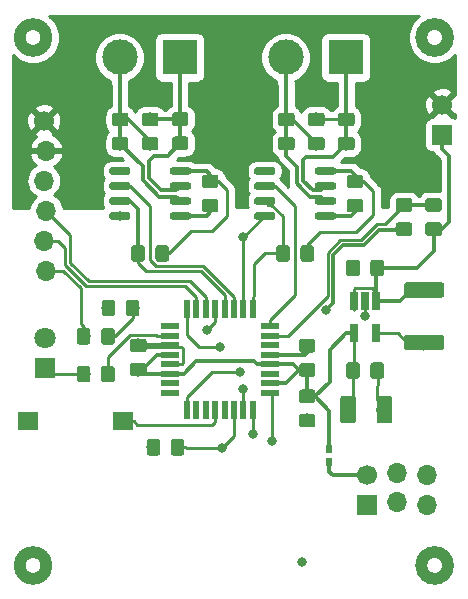
<source format=gbr>
G04 #@! TF.GenerationSoftware,KiCad,Pcbnew,(5.1.4)-1*
G04 #@! TF.CreationDate,2020-02-21T12:34:06+01:00*
G04 #@! TF.ProjectId,HB-UNI-Sen-TEMP-MAX6675,48422d55-4e49-42d5-9365-6e2d54454d50,rev?*
G04 #@! TF.SameCoordinates,Original*
G04 #@! TF.FileFunction,Copper,L1,Top*
G04 #@! TF.FilePolarity,Positive*
%FSLAX46Y46*%
G04 Gerber Fmt 4.6, Leading zero omitted, Abs format (unit mm)*
G04 Created by KiCad (PCBNEW (5.1.4)-1) date 2020-02-21 12:34:06*
%MOMM*%
%LPD*%
G04 APERTURE LIST*
%ADD10C,1.000000*%
%ADD11O,1.700000X1.700000*%
%ADD12C,1.700000*%
%ADD13R,1.700000X1.700000*%
%ADD14R,0.600000X0.800000*%
%ADD15C,0.100000*%
%ADD16C,0.600000*%
%ADD17C,3.000000*%
%ADD18R,3.000000X3.000000*%
%ADD19R,0.650000X1.560000*%
%ADD20R,1.800000X1.500000*%
%ADD21R,1.800000X1.800000*%
%ADD22C,1.800000*%
%ADD23C,1.150000*%
%ADD24C,1.325000*%
%ADD25C,1.300000*%
%ADD26R,0.550000X1.600000*%
%ADD27R,1.600000X0.550000*%
%ADD28R,0.300000X1.524000*%
%ADD29C,0.800000*%
%ADD30C,0.250000*%
%ADD31C,0.300000*%
%ADD32C,0.254000*%
G04 APERTURE END LIST*
D10*
X179320000Y-72900000D02*
G75*
G03X179320000Y-72900000I-1131923J0D01*
G01*
X145320000Y-72900000D02*
G75*
G03X145320000Y-72900000I-1131923J0D01*
G01*
X179320000Y-117600000D02*
G75*
G03X179320000Y-117600000I-1131923J0D01*
G01*
X145320000Y-117600000D02*
G75*
G03X145320000Y-117600000I-1131923J0D01*
G01*
D11*
X177530000Y-109950000D03*
X177530000Y-112450000D03*
X174990000Y-109750000D03*
X174990000Y-112250000D03*
D12*
X172450000Y-109950000D03*
D13*
X172450000Y-112450000D03*
D14*
X169250000Y-108800000D03*
X169250000Y-107700000D03*
D15*
G36*
X164534703Y-87711722D02*
G01*
X164549264Y-87713882D01*
X164563543Y-87717459D01*
X164577403Y-87722418D01*
X164590710Y-87728712D01*
X164603336Y-87736280D01*
X164615159Y-87745048D01*
X164626066Y-87754934D01*
X164635952Y-87765841D01*
X164644720Y-87777664D01*
X164652288Y-87790290D01*
X164658582Y-87803597D01*
X164663541Y-87817457D01*
X164667118Y-87831736D01*
X164669278Y-87846297D01*
X164670000Y-87861000D01*
X164670000Y-88161000D01*
X164669278Y-88175703D01*
X164667118Y-88190264D01*
X164663541Y-88204543D01*
X164658582Y-88218403D01*
X164652288Y-88231710D01*
X164644720Y-88244336D01*
X164635952Y-88256159D01*
X164626066Y-88267066D01*
X164615159Y-88276952D01*
X164603336Y-88285720D01*
X164590710Y-88293288D01*
X164577403Y-88299582D01*
X164563543Y-88304541D01*
X164549264Y-88308118D01*
X164534703Y-88310278D01*
X164520000Y-88311000D01*
X163070000Y-88311000D01*
X163055297Y-88310278D01*
X163040736Y-88308118D01*
X163026457Y-88304541D01*
X163012597Y-88299582D01*
X162999290Y-88293288D01*
X162986664Y-88285720D01*
X162974841Y-88276952D01*
X162963934Y-88267066D01*
X162954048Y-88256159D01*
X162945280Y-88244336D01*
X162937712Y-88231710D01*
X162931418Y-88218403D01*
X162926459Y-88204543D01*
X162922882Y-88190264D01*
X162920722Y-88175703D01*
X162920000Y-88161000D01*
X162920000Y-87861000D01*
X162920722Y-87846297D01*
X162922882Y-87831736D01*
X162926459Y-87817457D01*
X162931418Y-87803597D01*
X162937712Y-87790290D01*
X162945280Y-87777664D01*
X162954048Y-87765841D01*
X162963934Y-87754934D01*
X162974841Y-87745048D01*
X162986664Y-87736280D01*
X162999290Y-87728712D01*
X163012597Y-87722418D01*
X163026457Y-87717459D01*
X163040736Y-87713882D01*
X163055297Y-87711722D01*
X163070000Y-87711000D01*
X164520000Y-87711000D01*
X164534703Y-87711722D01*
X164534703Y-87711722D01*
G37*
D16*
X163795000Y-88011000D03*
D15*
G36*
X164534703Y-86441722D02*
G01*
X164549264Y-86443882D01*
X164563543Y-86447459D01*
X164577403Y-86452418D01*
X164590710Y-86458712D01*
X164603336Y-86466280D01*
X164615159Y-86475048D01*
X164626066Y-86484934D01*
X164635952Y-86495841D01*
X164644720Y-86507664D01*
X164652288Y-86520290D01*
X164658582Y-86533597D01*
X164663541Y-86547457D01*
X164667118Y-86561736D01*
X164669278Y-86576297D01*
X164670000Y-86591000D01*
X164670000Y-86891000D01*
X164669278Y-86905703D01*
X164667118Y-86920264D01*
X164663541Y-86934543D01*
X164658582Y-86948403D01*
X164652288Y-86961710D01*
X164644720Y-86974336D01*
X164635952Y-86986159D01*
X164626066Y-86997066D01*
X164615159Y-87006952D01*
X164603336Y-87015720D01*
X164590710Y-87023288D01*
X164577403Y-87029582D01*
X164563543Y-87034541D01*
X164549264Y-87038118D01*
X164534703Y-87040278D01*
X164520000Y-87041000D01*
X163070000Y-87041000D01*
X163055297Y-87040278D01*
X163040736Y-87038118D01*
X163026457Y-87034541D01*
X163012597Y-87029582D01*
X162999290Y-87023288D01*
X162986664Y-87015720D01*
X162974841Y-87006952D01*
X162963934Y-86997066D01*
X162954048Y-86986159D01*
X162945280Y-86974336D01*
X162937712Y-86961710D01*
X162931418Y-86948403D01*
X162926459Y-86934543D01*
X162922882Y-86920264D01*
X162920722Y-86905703D01*
X162920000Y-86891000D01*
X162920000Y-86591000D01*
X162920722Y-86576297D01*
X162922882Y-86561736D01*
X162926459Y-86547457D01*
X162931418Y-86533597D01*
X162937712Y-86520290D01*
X162945280Y-86507664D01*
X162954048Y-86495841D01*
X162963934Y-86484934D01*
X162974841Y-86475048D01*
X162986664Y-86466280D01*
X162999290Y-86458712D01*
X163012597Y-86452418D01*
X163026457Y-86447459D01*
X163040736Y-86443882D01*
X163055297Y-86441722D01*
X163070000Y-86441000D01*
X164520000Y-86441000D01*
X164534703Y-86441722D01*
X164534703Y-86441722D01*
G37*
D16*
X163795000Y-86741000D03*
D15*
G36*
X164534703Y-85171722D02*
G01*
X164549264Y-85173882D01*
X164563543Y-85177459D01*
X164577403Y-85182418D01*
X164590710Y-85188712D01*
X164603336Y-85196280D01*
X164615159Y-85205048D01*
X164626066Y-85214934D01*
X164635952Y-85225841D01*
X164644720Y-85237664D01*
X164652288Y-85250290D01*
X164658582Y-85263597D01*
X164663541Y-85277457D01*
X164667118Y-85291736D01*
X164669278Y-85306297D01*
X164670000Y-85321000D01*
X164670000Y-85621000D01*
X164669278Y-85635703D01*
X164667118Y-85650264D01*
X164663541Y-85664543D01*
X164658582Y-85678403D01*
X164652288Y-85691710D01*
X164644720Y-85704336D01*
X164635952Y-85716159D01*
X164626066Y-85727066D01*
X164615159Y-85736952D01*
X164603336Y-85745720D01*
X164590710Y-85753288D01*
X164577403Y-85759582D01*
X164563543Y-85764541D01*
X164549264Y-85768118D01*
X164534703Y-85770278D01*
X164520000Y-85771000D01*
X163070000Y-85771000D01*
X163055297Y-85770278D01*
X163040736Y-85768118D01*
X163026457Y-85764541D01*
X163012597Y-85759582D01*
X162999290Y-85753288D01*
X162986664Y-85745720D01*
X162974841Y-85736952D01*
X162963934Y-85727066D01*
X162954048Y-85716159D01*
X162945280Y-85704336D01*
X162937712Y-85691710D01*
X162931418Y-85678403D01*
X162926459Y-85664543D01*
X162922882Y-85650264D01*
X162920722Y-85635703D01*
X162920000Y-85621000D01*
X162920000Y-85321000D01*
X162920722Y-85306297D01*
X162922882Y-85291736D01*
X162926459Y-85277457D01*
X162931418Y-85263597D01*
X162937712Y-85250290D01*
X162945280Y-85237664D01*
X162954048Y-85225841D01*
X162963934Y-85214934D01*
X162974841Y-85205048D01*
X162986664Y-85196280D01*
X162999290Y-85188712D01*
X163012597Y-85182418D01*
X163026457Y-85177459D01*
X163040736Y-85173882D01*
X163055297Y-85171722D01*
X163070000Y-85171000D01*
X164520000Y-85171000D01*
X164534703Y-85171722D01*
X164534703Y-85171722D01*
G37*
D16*
X163795000Y-85471000D03*
D15*
G36*
X164534703Y-83901722D02*
G01*
X164549264Y-83903882D01*
X164563543Y-83907459D01*
X164577403Y-83912418D01*
X164590710Y-83918712D01*
X164603336Y-83926280D01*
X164615159Y-83935048D01*
X164626066Y-83944934D01*
X164635952Y-83955841D01*
X164644720Y-83967664D01*
X164652288Y-83980290D01*
X164658582Y-83993597D01*
X164663541Y-84007457D01*
X164667118Y-84021736D01*
X164669278Y-84036297D01*
X164670000Y-84051000D01*
X164670000Y-84351000D01*
X164669278Y-84365703D01*
X164667118Y-84380264D01*
X164663541Y-84394543D01*
X164658582Y-84408403D01*
X164652288Y-84421710D01*
X164644720Y-84434336D01*
X164635952Y-84446159D01*
X164626066Y-84457066D01*
X164615159Y-84466952D01*
X164603336Y-84475720D01*
X164590710Y-84483288D01*
X164577403Y-84489582D01*
X164563543Y-84494541D01*
X164549264Y-84498118D01*
X164534703Y-84500278D01*
X164520000Y-84501000D01*
X163070000Y-84501000D01*
X163055297Y-84500278D01*
X163040736Y-84498118D01*
X163026457Y-84494541D01*
X163012597Y-84489582D01*
X162999290Y-84483288D01*
X162986664Y-84475720D01*
X162974841Y-84466952D01*
X162963934Y-84457066D01*
X162954048Y-84446159D01*
X162945280Y-84434336D01*
X162937712Y-84421710D01*
X162931418Y-84408403D01*
X162926459Y-84394543D01*
X162922882Y-84380264D01*
X162920722Y-84365703D01*
X162920000Y-84351000D01*
X162920000Y-84051000D01*
X162920722Y-84036297D01*
X162922882Y-84021736D01*
X162926459Y-84007457D01*
X162931418Y-83993597D01*
X162937712Y-83980290D01*
X162945280Y-83967664D01*
X162954048Y-83955841D01*
X162963934Y-83944934D01*
X162974841Y-83935048D01*
X162986664Y-83926280D01*
X162999290Y-83918712D01*
X163012597Y-83912418D01*
X163026457Y-83907459D01*
X163040736Y-83903882D01*
X163055297Y-83901722D01*
X163070000Y-83901000D01*
X164520000Y-83901000D01*
X164534703Y-83901722D01*
X164534703Y-83901722D01*
G37*
D16*
X163795000Y-84201000D03*
D15*
G36*
X169684703Y-83901722D02*
G01*
X169699264Y-83903882D01*
X169713543Y-83907459D01*
X169727403Y-83912418D01*
X169740710Y-83918712D01*
X169753336Y-83926280D01*
X169765159Y-83935048D01*
X169776066Y-83944934D01*
X169785952Y-83955841D01*
X169794720Y-83967664D01*
X169802288Y-83980290D01*
X169808582Y-83993597D01*
X169813541Y-84007457D01*
X169817118Y-84021736D01*
X169819278Y-84036297D01*
X169820000Y-84051000D01*
X169820000Y-84351000D01*
X169819278Y-84365703D01*
X169817118Y-84380264D01*
X169813541Y-84394543D01*
X169808582Y-84408403D01*
X169802288Y-84421710D01*
X169794720Y-84434336D01*
X169785952Y-84446159D01*
X169776066Y-84457066D01*
X169765159Y-84466952D01*
X169753336Y-84475720D01*
X169740710Y-84483288D01*
X169727403Y-84489582D01*
X169713543Y-84494541D01*
X169699264Y-84498118D01*
X169684703Y-84500278D01*
X169670000Y-84501000D01*
X168220000Y-84501000D01*
X168205297Y-84500278D01*
X168190736Y-84498118D01*
X168176457Y-84494541D01*
X168162597Y-84489582D01*
X168149290Y-84483288D01*
X168136664Y-84475720D01*
X168124841Y-84466952D01*
X168113934Y-84457066D01*
X168104048Y-84446159D01*
X168095280Y-84434336D01*
X168087712Y-84421710D01*
X168081418Y-84408403D01*
X168076459Y-84394543D01*
X168072882Y-84380264D01*
X168070722Y-84365703D01*
X168070000Y-84351000D01*
X168070000Y-84051000D01*
X168070722Y-84036297D01*
X168072882Y-84021736D01*
X168076459Y-84007457D01*
X168081418Y-83993597D01*
X168087712Y-83980290D01*
X168095280Y-83967664D01*
X168104048Y-83955841D01*
X168113934Y-83944934D01*
X168124841Y-83935048D01*
X168136664Y-83926280D01*
X168149290Y-83918712D01*
X168162597Y-83912418D01*
X168176457Y-83907459D01*
X168190736Y-83903882D01*
X168205297Y-83901722D01*
X168220000Y-83901000D01*
X169670000Y-83901000D01*
X169684703Y-83901722D01*
X169684703Y-83901722D01*
G37*
D16*
X168945000Y-84201000D03*
D15*
G36*
X169684703Y-85171722D02*
G01*
X169699264Y-85173882D01*
X169713543Y-85177459D01*
X169727403Y-85182418D01*
X169740710Y-85188712D01*
X169753336Y-85196280D01*
X169765159Y-85205048D01*
X169776066Y-85214934D01*
X169785952Y-85225841D01*
X169794720Y-85237664D01*
X169802288Y-85250290D01*
X169808582Y-85263597D01*
X169813541Y-85277457D01*
X169817118Y-85291736D01*
X169819278Y-85306297D01*
X169820000Y-85321000D01*
X169820000Y-85621000D01*
X169819278Y-85635703D01*
X169817118Y-85650264D01*
X169813541Y-85664543D01*
X169808582Y-85678403D01*
X169802288Y-85691710D01*
X169794720Y-85704336D01*
X169785952Y-85716159D01*
X169776066Y-85727066D01*
X169765159Y-85736952D01*
X169753336Y-85745720D01*
X169740710Y-85753288D01*
X169727403Y-85759582D01*
X169713543Y-85764541D01*
X169699264Y-85768118D01*
X169684703Y-85770278D01*
X169670000Y-85771000D01*
X168220000Y-85771000D01*
X168205297Y-85770278D01*
X168190736Y-85768118D01*
X168176457Y-85764541D01*
X168162597Y-85759582D01*
X168149290Y-85753288D01*
X168136664Y-85745720D01*
X168124841Y-85736952D01*
X168113934Y-85727066D01*
X168104048Y-85716159D01*
X168095280Y-85704336D01*
X168087712Y-85691710D01*
X168081418Y-85678403D01*
X168076459Y-85664543D01*
X168072882Y-85650264D01*
X168070722Y-85635703D01*
X168070000Y-85621000D01*
X168070000Y-85321000D01*
X168070722Y-85306297D01*
X168072882Y-85291736D01*
X168076459Y-85277457D01*
X168081418Y-85263597D01*
X168087712Y-85250290D01*
X168095280Y-85237664D01*
X168104048Y-85225841D01*
X168113934Y-85214934D01*
X168124841Y-85205048D01*
X168136664Y-85196280D01*
X168149290Y-85188712D01*
X168162597Y-85182418D01*
X168176457Y-85177459D01*
X168190736Y-85173882D01*
X168205297Y-85171722D01*
X168220000Y-85171000D01*
X169670000Y-85171000D01*
X169684703Y-85171722D01*
X169684703Y-85171722D01*
G37*
D16*
X168945000Y-85471000D03*
D15*
G36*
X169684703Y-86441722D02*
G01*
X169699264Y-86443882D01*
X169713543Y-86447459D01*
X169727403Y-86452418D01*
X169740710Y-86458712D01*
X169753336Y-86466280D01*
X169765159Y-86475048D01*
X169776066Y-86484934D01*
X169785952Y-86495841D01*
X169794720Y-86507664D01*
X169802288Y-86520290D01*
X169808582Y-86533597D01*
X169813541Y-86547457D01*
X169817118Y-86561736D01*
X169819278Y-86576297D01*
X169820000Y-86591000D01*
X169820000Y-86891000D01*
X169819278Y-86905703D01*
X169817118Y-86920264D01*
X169813541Y-86934543D01*
X169808582Y-86948403D01*
X169802288Y-86961710D01*
X169794720Y-86974336D01*
X169785952Y-86986159D01*
X169776066Y-86997066D01*
X169765159Y-87006952D01*
X169753336Y-87015720D01*
X169740710Y-87023288D01*
X169727403Y-87029582D01*
X169713543Y-87034541D01*
X169699264Y-87038118D01*
X169684703Y-87040278D01*
X169670000Y-87041000D01*
X168220000Y-87041000D01*
X168205297Y-87040278D01*
X168190736Y-87038118D01*
X168176457Y-87034541D01*
X168162597Y-87029582D01*
X168149290Y-87023288D01*
X168136664Y-87015720D01*
X168124841Y-87006952D01*
X168113934Y-86997066D01*
X168104048Y-86986159D01*
X168095280Y-86974336D01*
X168087712Y-86961710D01*
X168081418Y-86948403D01*
X168076459Y-86934543D01*
X168072882Y-86920264D01*
X168070722Y-86905703D01*
X168070000Y-86891000D01*
X168070000Y-86591000D01*
X168070722Y-86576297D01*
X168072882Y-86561736D01*
X168076459Y-86547457D01*
X168081418Y-86533597D01*
X168087712Y-86520290D01*
X168095280Y-86507664D01*
X168104048Y-86495841D01*
X168113934Y-86484934D01*
X168124841Y-86475048D01*
X168136664Y-86466280D01*
X168149290Y-86458712D01*
X168162597Y-86452418D01*
X168176457Y-86447459D01*
X168190736Y-86443882D01*
X168205297Y-86441722D01*
X168220000Y-86441000D01*
X169670000Y-86441000D01*
X169684703Y-86441722D01*
X169684703Y-86441722D01*
G37*
D16*
X168945000Y-86741000D03*
D15*
G36*
X169684703Y-87711722D02*
G01*
X169699264Y-87713882D01*
X169713543Y-87717459D01*
X169727403Y-87722418D01*
X169740710Y-87728712D01*
X169753336Y-87736280D01*
X169765159Y-87745048D01*
X169776066Y-87754934D01*
X169785952Y-87765841D01*
X169794720Y-87777664D01*
X169802288Y-87790290D01*
X169808582Y-87803597D01*
X169813541Y-87817457D01*
X169817118Y-87831736D01*
X169819278Y-87846297D01*
X169820000Y-87861000D01*
X169820000Y-88161000D01*
X169819278Y-88175703D01*
X169817118Y-88190264D01*
X169813541Y-88204543D01*
X169808582Y-88218403D01*
X169802288Y-88231710D01*
X169794720Y-88244336D01*
X169785952Y-88256159D01*
X169776066Y-88267066D01*
X169765159Y-88276952D01*
X169753336Y-88285720D01*
X169740710Y-88293288D01*
X169727403Y-88299582D01*
X169713543Y-88304541D01*
X169699264Y-88308118D01*
X169684703Y-88310278D01*
X169670000Y-88311000D01*
X168220000Y-88311000D01*
X168205297Y-88310278D01*
X168190736Y-88308118D01*
X168176457Y-88304541D01*
X168162597Y-88299582D01*
X168149290Y-88293288D01*
X168136664Y-88285720D01*
X168124841Y-88276952D01*
X168113934Y-88267066D01*
X168104048Y-88256159D01*
X168095280Y-88244336D01*
X168087712Y-88231710D01*
X168081418Y-88218403D01*
X168076459Y-88204543D01*
X168072882Y-88190264D01*
X168070722Y-88175703D01*
X168070000Y-88161000D01*
X168070000Y-87861000D01*
X168070722Y-87846297D01*
X168072882Y-87831736D01*
X168076459Y-87817457D01*
X168081418Y-87803597D01*
X168087712Y-87790290D01*
X168095280Y-87777664D01*
X168104048Y-87765841D01*
X168113934Y-87754934D01*
X168124841Y-87745048D01*
X168136664Y-87736280D01*
X168149290Y-87728712D01*
X168162597Y-87722418D01*
X168176457Y-87717459D01*
X168190736Y-87713882D01*
X168205297Y-87711722D01*
X168220000Y-87711000D01*
X169670000Y-87711000D01*
X169684703Y-87711722D01*
X169684703Y-87711722D01*
G37*
D16*
X168945000Y-88011000D03*
D15*
G36*
X152264703Y-87711722D02*
G01*
X152279264Y-87713882D01*
X152293543Y-87717459D01*
X152307403Y-87722418D01*
X152320710Y-87728712D01*
X152333336Y-87736280D01*
X152345159Y-87745048D01*
X152356066Y-87754934D01*
X152365952Y-87765841D01*
X152374720Y-87777664D01*
X152382288Y-87790290D01*
X152388582Y-87803597D01*
X152393541Y-87817457D01*
X152397118Y-87831736D01*
X152399278Y-87846297D01*
X152400000Y-87861000D01*
X152400000Y-88161000D01*
X152399278Y-88175703D01*
X152397118Y-88190264D01*
X152393541Y-88204543D01*
X152388582Y-88218403D01*
X152382288Y-88231710D01*
X152374720Y-88244336D01*
X152365952Y-88256159D01*
X152356066Y-88267066D01*
X152345159Y-88276952D01*
X152333336Y-88285720D01*
X152320710Y-88293288D01*
X152307403Y-88299582D01*
X152293543Y-88304541D01*
X152279264Y-88308118D01*
X152264703Y-88310278D01*
X152250000Y-88311000D01*
X150800000Y-88311000D01*
X150785297Y-88310278D01*
X150770736Y-88308118D01*
X150756457Y-88304541D01*
X150742597Y-88299582D01*
X150729290Y-88293288D01*
X150716664Y-88285720D01*
X150704841Y-88276952D01*
X150693934Y-88267066D01*
X150684048Y-88256159D01*
X150675280Y-88244336D01*
X150667712Y-88231710D01*
X150661418Y-88218403D01*
X150656459Y-88204543D01*
X150652882Y-88190264D01*
X150650722Y-88175703D01*
X150650000Y-88161000D01*
X150650000Y-87861000D01*
X150650722Y-87846297D01*
X150652882Y-87831736D01*
X150656459Y-87817457D01*
X150661418Y-87803597D01*
X150667712Y-87790290D01*
X150675280Y-87777664D01*
X150684048Y-87765841D01*
X150693934Y-87754934D01*
X150704841Y-87745048D01*
X150716664Y-87736280D01*
X150729290Y-87728712D01*
X150742597Y-87722418D01*
X150756457Y-87717459D01*
X150770736Y-87713882D01*
X150785297Y-87711722D01*
X150800000Y-87711000D01*
X152250000Y-87711000D01*
X152264703Y-87711722D01*
X152264703Y-87711722D01*
G37*
D16*
X151525000Y-88011000D03*
D15*
G36*
X152264703Y-86441722D02*
G01*
X152279264Y-86443882D01*
X152293543Y-86447459D01*
X152307403Y-86452418D01*
X152320710Y-86458712D01*
X152333336Y-86466280D01*
X152345159Y-86475048D01*
X152356066Y-86484934D01*
X152365952Y-86495841D01*
X152374720Y-86507664D01*
X152382288Y-86520290D01*
X152388582Y-86533597D01*
X152393541Y-86547457D01*
X152397118Y-86561736D01*
X152399278Y-86576297D01*
X152400000Y-86591000D01*
X152400000Y-86891000D01*
X152399278Y-86905703D01*
X152397118Y-86920264D01*
X152393541Y-86934543D01*
X152388582Y-86948403D01*
X152382288Y-86961710D01*
X152374720Y-86974336D01*
X152365952Y-86986159D01*
X152356066Y-86997066D01*
X152345159Y-87006952D01*
X152333336Y-87015720D01*
X152320710Y-87023288D01*
X152307403Y-87029582D01*
X152293543Y-87034541D01*
X152279264Y-87038118D01*
X152264703Y-87040278D01*
X152250000Y-87041000D01*
X150800000Y-87041000D01*
X150785297Y-87040278D01*
X150770736Y-87038118D01*
X150756457Y-87034541D01*
X150742597Y-87029582D01*
X150729290Y-87023288D01*
X150716664Y-87015720D01*
X150704841Y-87006952D01*
X150693934Y-86997066D01*
X150684048Y-86986159D01*
X150675280Y-86974336D01*
X150667712Y-86961710D01*
X150661418Y-86948403D01*
X150656459Y-86934543D01*
X150652882Y-86920264D01*
X150650722Y-86905703D01*
X150650000Y-86891000D01*
X150650000Y-86591000D01*
X150650722Y-86576297D01*
X150652882Y-86561736D01*
X150656459Y-86547457D01*
X150661418Y-86533597D01*
X150667712Y-86520290D01*
X150675280Y-86507664D01*
X150684048Y-86495841D01*
X150693934Y-86484934D01*
X150704841Y-86475048D01*
X150716664Y-86466280D01*
X150729290Y-86458712D01*
X150742597Y-86452418D01*
X150756457Y-86447459D01*
X150770736Y-86443882D01*
X150785297Y-86441722D01*
X150800000Y-86441000D01*
X152250000Y-86441000D01*
X152264703Y-86441722D01*
X152264703Y-86441722D01*
G37*
D16*
X151525000Y-86741000D03*
D15*
G36*
X152264703Y-85171722D02*
G01*
X152279264Y-85173882D01*
X152293543Y-85177459D01*
X152307403Y-85182418D01*
X152320710Y-85188712D01*
X152333336Y-85196280D01*
X152345159Y-85205048D01*
X152356066Y-85214934D01*
X152365952Y-85225841D01*
X152374720Y-85237664D01*
X152382288Y-85250290D01*
X152388582Y-85263597D01*
X152393541Y-85277457D01*
X152397118Y-85291736D01*
X152399278Y-85306297D01*
X152400000Y-85321000D01*
X152400000Y-85621000D01*
X152399278Y-85635703D01*
X152397118Y-85650264D01*
X152393541Y-85664543D01*
X152388582Y-85678403D01*
X152382288Y-85691710D01*
X152374720Y-85704336D01*
X152365952Y-85716159D01*
X152356066Y-85727066D01*
X152345159Y-85736952D01*
X152333336Y-85745720D01*
X152320710Y-85753288D01*
X152307403Y-85759582D01*
X152293543Y-85764541D01*
X152279264Y-85768118D01*
X152264703Y-85770278D01*
X152250000Y-85771000D01*
X150800000Y-85771000D01*
X150785297Y-85770278D01*
X150770736Y-85768118D01*
X150756457Y-85764541D01*
X150742597Y-85759582D01*
X150729290Y-85753288D01*
X150716664Y-85745720D01*
X150704841Y-85736952D01*
X150693934Y-85727066D01*
X150684048Y-85716159D01*
X150675280Y-85704336D01*
X150667712Y-85691710D01*
X150661418Y-85678403D01*
X150656459Y-85664543D01*
X150652882Y-85650264D01*
X150650722Y-85635703D01*
X150650000Y-85621000D01*
X150650000Y-85321000D01*
X150650722Y-85306297D01*
X150652882Y-85291736D01*
X150656459Y-85277457D01*
X150661418Y-85263597D01*
X150667712Y-85250290D01*
X150675280Y-85237664D01*
X150684048Y-85225841D01*
X150693934Y-85214934D01*
X150704841Y-85205048D01*
X150716664Y-85196280D01*
X150729290Y-85188712D01*
X150742597Y-85182418D01*
X150756457Y-85177459D01*
X150770736Y-85173882D01*
X150785297Y-85171722D01*
X150800000Y-85171000D01*
X152250000Y-85171000D01*
X152264703Y-85171722D01*
X152264703Y-85171722D01*
G37*
D16*
X151525000Y-85471000D03*
D15*
G36*
X152264703Y-83901722D02*
G01*
X152279264Y-83903882D01*
X152293543Y-83907459D01*
X152307403Y-83912418D01*
X152320710Y-83918712D01*
X152333336Y-83926280D01*
X152345159Y-83935048D01*
X152356066Y-83944934D01*
X152365952Y-83955841D01*
X152374720Y-83967664D01*
X152382288Y-83980290D01*
X152388582Y-83993597D01*
X152393541Y-84007457D01*
X152397118Y-84021736D01*
X152399278Y-84036297D01*
X152400000Y-84051000D01*
X152400000Y-84351000D01*
X152399278Y-84365703D01*
X152397118Y-84380264D01*
X152393541Y-84394543D01*
X152388582Y-84408403D01*
X152382288Y-84421710D01*
X152374720Y-84434336D01*
X152365952Y-84446159D01*
X152356066Y-84457066D01*
X152345159Y-84466952D01*
X152333336Y-84475720D01*
X152320710Y-84483288D01*
X152307403Y-84489582D01*
X152293543Y-84494541D01*
X152279264Y-84498118D01*
X152264703Y-84500278D01*
X152250000Y-84501000D01*
X150800000Y-84501000D01*
X150785297Y-84500278D01*
X150770736Y-84498118D01*
X150756457Y-84494541D01*
X150742597Y-84489582D01*
X150729290Y-84483288D01*
X150716664Y-84475720D01*
X150704841Y-84466952D01*
X150693934Y-84457066D01*
X150684048Y-84446159D01*
X150675280Y-84434336D01*
X150667712Y-84421710D01*
X150661418Y-84408403D01*
X150656459Y-84394543D01*
X150652882Y-84380264D01*
X150650722Y-84365703D01*
X150650000Y-84351000D01*
X150650000Y-84051000D01*
X150650722Y-84036297D01*
X150652882Y-84021736D01*
X150656459Y-84007457D01*
X150661418Y-83993597D01*
X150667712Y-83980290D01*
X150675280Y-83967664D01*
X150684048Y-83955841D01*
X150693934Y-83944934D01*
X150704841Y-83935048D01*
X150716664Y-83926280D01*
X150729290Y-83918712D01*
X150742597Y-83912418D01*
X150756457Y-83907459D01*
X150770736Y-83903882D01*
X150785297Y-83901722D01*
X150800000Y-83901000D01*
X152250000Y-83901000D01*
X152264703Y-83901722D01*
X152264703Y-83901722D01*
G37*
D16*
X151525000Y-84201000D03*
D15*
G36*
X157414703Y-83901722D02*
G01*
X157429264Y-83903882D01*
X157443543Y-83907459D01*
X157457403Y-83912418D01*
X157470710Y-83918712D01*
X157483336Y-83926280D01*
X157495159Y-83935048D01*
X157506066Y-83944934D01*
X157515952Y-83955841D01*
X157524720Y-83967664D01*
X157532288Y-83980290D01*
X157538582Y-83993597D01*
X157543541Y-84007457D01*
X157547118Y-84021736D01*
X157549278Y-84036297D01*
X157550000Y-84051000D01*
X157550000Y-84351000D01*
X157549278Y-84365703D01*
X157547118Y-84380264D01*
X157543541Y-84394543D01*
X157538582Y-84408403D01*
X157532288Y-84421710D01*
X157524720Y-84434336D01*
X157515952Y-84446159D01*
X157506066Y-84457066D01*
X157495159Y-84466952D01*
X157483336Y-84475720D01*
X157470710Y-84483288D01*
X157457403Y-84489582D01*
X157443543Y-84494541D01*
X157429264Y-84498118D01*
X157414703Y-84500278D01*
X157400000Y-84501000D01*
X155950000Y-84501000D01*
X155935297Y-84500278D01*
X155920736Y-84498118D01*
X155906457Y-84494541D01*
X155892597Y-84489582D01*
X155879290Y-84483288D01*
X155866664Y-84475720D01*
X155854841Y-84466952D01*
X155843934Y-84457066D01*
X155834048Y-84446159D01*
X155825280Y-84434336D01*
X155817712Y-84421710D01*
X155811418Y-84408403D01*
X155806459Y-84394543D01*
X155802882Y-84380264D01*
X155800722Y-84365703D01*
X155800000Y-84351000D01*
X155800000Y-84051000D01*
X155800722Y-84036297D01*
X155802882Y-84021736D01*
X155806459Y-84007457D01*
X155811418Y-83993597D01*
X155817712Y-83980290D01*
X155825280Y-83967664D01*
X155834048Y-83955841D01*
X155843934Y-83944934D01*
X155854841Y-83935048D01*
X155866664Y-83926280D01*
X155879290Y-83918712D01*
X155892597Y-83912418D01*
X155906457Y-83907459D01*
X155920736Y-83903882D01*
X155935297Y-83901722D01*
X155950000Y-83901000D01*
X157400000Y-83901000D01*
X157414703Y-83901722D01*
X157414703Y-83901722D01*
G37*
D16*
X156675000Y-84201000D03*
D15*
G36*
X157414703Y-85171722D02*
G01*
X157429264Y-85173882D01*
X157443543Y-85177459D01*
X157457403Y-85182418D01*
X157470710Y-85188712D01*
X157483336Y-85196280D01*
X157495159Y-85205048D01*
X157506066Y-85214934D01*
X157515952Y-85225841D01*
X157524720Y-85237664D01*
X157532288Y-85250290D01*
X157538582Y-85263597D01*
X157543541Y-85277457D01*
X157547118Y-85291736D01*
X157549278Y-85306297D01*
X157550000Y-85321000D01*
X157550000Y-85621000D01*
X157549278Y-85635703D01*
X157547118Y-85650264D01*
X157543541Y-85664543D01*
X157538582Y-85678403D01*
X157532288Y-85691710D01*
X157524720Y-85704336D01*
X157515952Y-85716159D01*
X157506066Y-85727066D01*
X157495159Y-85736952D01*
X157483336Y-85745720D01*
X157470710Y-85753288D01*
X157457403Y-85759582D01*
X157443543Y-85764541D01*
X157429264Y-85768118D01*
X157414703Y-85770278D01*
X157400000Y-85771000D01*
X155950000Y-85771000D01*
X155935297Y-85770278D01*
X155920736Y-85768118D01*
X155906457Y-85764541D01*
X155892597Y-85759582D01*
X155879290Y-85753288D01*
X155866664Y-85745720D01*
X155854841Y-85736952D01*
X155843934Y-85727066D01*
X155834048Y-85716159D01*
X155825280Y-85704336D01*
X155817712Y-85691710D01*
X155811418Y-85678403D01*
X155806459Y-85664543D01*
X155802882Y-85650264D01*
X155800722Y-85635703D01*
X155800000Y-85621000D01*
X155800000Y-85321000D01*
X155800722Y-85306297D01*
X155802882Y-85291736D01*
X155806459Y-85277457D01*
X155811418Y-85263597D01*
X155817712Y-85250290D01*
X155825280Y-85237664D01*
X155834048Y-85225841D01*
X155843934Y-85214934D01*
X155854841Y-85205048D01*
X155866664Y-85196280D01*
X155879290Y-85188712D01*
X155892597Y-85182418D01*
X155906457Y-85177459D01*
X155920736Y-85173882D01*
X155935297Y-85171722D01*
X155950000Y-85171000D01*
X157400000Y-85171000D01*
X157414703Y-85171722D01*
X157414703Y-85171722D01*
G37*
D16*
X156675000Y-85471000D03*
D15*
G36*
X157414703Y-86441722D02*
G01*
X157429264Y-86443882D01*
X157443543Y-86447459D01*
X157457403Y-86452418D01*
X157470710Y-86458712D01*
X157483336Y-86466280D01*
X157495159Y-86475048D01*
X157506066Y-86484934D01*
X157515952Y-86495841D01*
X157524720Y-86507664D01*
X157532288Y-86520290D01*
X157538582Y-86533597D01*
X157543541Y-86547457D01*
X157547118Y-86561736D01*
X157549278Y-86576297D01*
X157550000Y-86591000D01*
X157550000Y-86891000D01*
X157549278Y-86905703D01*
X157547118Y-86920264D01*
X157543541Y-86934543D01*
X157538582Y-86948403D01*
X157532288Y-86961710D01*
X157524720Y-86974336D01*
X157515952Y-86986159D01*
X157506066Y-86997066D01*
X157495159Y-87006952D01*
X157483336Y-87015720D01*
X157470710Y-87023288D01*
X157457403Y-87029582D01*
X157443543Y-87034541D01*
X157429264Y-87038118D01*
X157414703Y-87040278D01*
X157400000Y-87041000D01*
X155950000Y-87041000D01*
X155935297Y-87040278D01*
X155920736Y-87038118D01*
X155906457Y-87034541D01*
X155892597Y-87029582D01*
X155879290Y-87023288D01*
X155866664Y-87015720D01*
X155854841Y-87006952D01*
X155843934Y-86997066D01*
X155834048Y-86986159D01*
X155825280Y-86974336D01*
X155817712Y-86961710D01*
X155811418Y-86948403D01*
X155806459Y-86934543D01*
X155802882Y-86920264D01*
X155800722Y-86905703D01*
X155800000Y-86891000D01*
X155800000Y-86591000D01*
X155800722Y-86576297D01*
X155802882Y-86561736D01*
X155806459Y-86547457D01*
X155811418Y-86533597D01*
X155817712Y-86520290D01*
X155825280Y-86507664D01*
X155834048Y-86495841D01*
X155843934Y-86484934D01*
X155854841Y-86475048D01*
X155866664Y-86466280D01*
X155879290Y-86458712D01*
X155892597Y-86452418D01*
X155906457Y-86447459D01*
X155920736Y-86443882D01*
X155935297Y-86441722D01*
X155950000Y-86441000D01*
X157400000Y-86441000D01*
X157414703Y-86441722D01*
X157414703Y-86441722D01*
G37*
D16*
X156675000Y-86741000D03*
D15*
G36*
X157414703Y-87711722D02*
G01*
X157429264Y-87713882D01*
X157443543Y-87717459D01*
X157457403Y-87722418D01*
X157470710Y-87728712D01*
X157483336Y-87736280D01*
X157495159Y-87745048D01*
X157506066Y-87754934D01*
X157515952Y-87765841D01*
X157524720Y-87777664D01*
X157532288Y-87790290D01*
X157538582Y-87803597D01*
X157543541Y-87817457D01*
X157547118Y-87831736D01*
X157549278Y-87846297D01*
X157550000Y-87861000D01*
X157550000Y-88161000D01*
X157549278Y-88175703D01*
X157547118Y-88190264D01*
X157543541Y-88204543D01*
X157538582Y-88218403D01*
X157532288Y-88231710D01*
X157524720Y-88244336D01*
X157515952Y-88256159D01*
X157506066Y-88267066D01*
X157495159Y-88276952D01*
X157483336Y-88285720D01*
X157470710Y-88293288D01*
X157457403Y-88299582D01*
X157443543Y-88304541D01*
X157429264Y-88308118D01*
X157414703Y-88310278D01*
X157400000Y-88311000D01*
X155950000Y-88311000D01*
X155935297Y-88310278D01*
X155920736Y-88308118D01*
X155906457Y-88304541D01*
X155892597Y-88299582D01*
X155879290Y-88293288D01*
X155866664Y-88285720D01*
X155854841Y-88276952D01*
X155843934Y-88267066D01*
X155834048Y-88256159D01*
X155825280Y-88244336D01*
X155817712Y-88231710D01*
X155811418Y-88218403D01*
X155806459Y-88204543D01*
X155802882Y-88190264D01*
X155800722Y-88175703D01*
X155800000Y-88161000D01*
X155800000Y-87861000D01*
X155800722Y-87846297D01*
X155802882Y-87831736D01*
X155806459Y-87817457D01*
X155811418Y-87803597D01*
X155817712Y-87790290D01*
X155825280Y-87777664D01*
X155834048Y-87765841D01*
X155843934Y-87754934D01*
X155854841Y-87745048D01*
X155866664Y-87736280D01*
X155879290Y-87728712D01*
X155892597Y-87722418D01*
X155906457Y-87717459D01*
X155920736Y-87713882D01*
X155935297Y-87711722D01*
X155950000Y-87711000D01*
X157400000Y-87711000D01*
X157414703Y-87711722D01*
X157414703Y-87711722D01*
G37*
D16*
X156675000Y-88011000D03*
D17*
X165570000Y-74590000D03*
D18*
X170650000Y-74590000D03*
D17*
X151510000Y-74590000D03*
D18*
X156590000Y-74590000D03*
D19*
X173250000Y-97950000D03*
X171350000Y-97950000D03*
X171350000Y-95250000D03*
X172300000Y-95250000D03*
X173250000Y-95250000D03*
D20*
X151775000Y-105400000D03*
X143800000Y-105400000D03*
D21*
X145200000Y-100890000D03*
D22*
X145200000Y-98350000D03*
D13*
X178800000Y-81140000D03*
D12*
X178800000Y-78600000D03*
D15*
G36*
X154724505Y-106901204D02*
G01*
X154748773Y-106904804D01*
X154772572Y-106910765D01*
X154795671Y-106919030D01*
X154817850Y-106929520D01*
X154838893Y-106942132D01*
X154858599Y-106956747D01*
X154876777Y-106973223D01*
X154893253Y-106991401D01*
X154907868Y-107011107D01*
X154920480Y-107032150D01*
X154930970Y-107054329D01*
X154939235Y-107077428D01*
X154945196Y-107101227D01*
X154948796Y-107125495D01*
X154950000Y-107149999D01*
X154950000Y-108050001D01*
X154948796Y-108074505D01*
X154945196Y-108098773D01*
X154939235Y-108122572D01*
X154930970Y-108145671D01*
X154920480Y-108167850D01*
X154907868Y-108188893D01*
X154893253Y-108208599D01*
X154876777Y-108226777D01*
X154858599Y-108243253D01*
X154838893Y-108257868D01*
X154817850Y-108270480D01*
X154795671Y-108280970D01*
X154772572Y-108289235D01*
X154748773Y-108295196D01*
X154724505Y-108298796D01*
X154700001Y-108300000D01*
X154049999Y-108300000D01*
X154025495Y-108298796D01*
X154001227Y-108295196D01*
X153977428Y-108289235D01*
X153954329Y-108280970D01*
X153932150Y-108270480D01*
X153911107Y-108257868D01*
X153891401Y-108243253D01*
X153873223Y-108226777D01*
X153856747Y-108208599D01*
X153842132Y-108188893D01*
X153829520Y-108167850D01*
X153819030Y-108145671D01*
X153810765Y-108122572D01*
X153804804Y-108098773D01*
X153801204Y-108074505D01*
X153800000Y-108050001D01*
X153800000Y-107149999D01*
X153801204Y-107125495D01*
X153804804Y-107101227D01*
X153810765Y-107077428D01*
X153819030Y-107054329D01*
X153829520Y-107032150D01*
X153842132Y-107011107D01*
X153856747Y-106991401D01*
X153873223Y-106973223D01*
X153891401Y-106956747D01*
X153911107Y-106942132D01*
X153932150Y-106929520D01*
X153954329Y-106919030D01*
X153977428Y-106910765D01*
X154001227Y-106904804D01*
X154025495Y-106901204D01*
X154049999Y-106900000D01*
X154700001Y-106900000D01*
X154724505Y-106901204D01*
X154724505Y-106901204D01*
G37*
D23*
X154375000Y-107600000D03*
D15*
G36*
X156774505Y-106901204D02*
G01*
X156798773Y-106904804D01*
X156822572Y-106910765D01*
X156845671Y-106919030D01*
X156867850Y-106929520D01*
X156888893Y-106942132D01*
X156908599Y-106956747D01*
X156926777Y-106973223D01*
X156943253Y-106991401D01*
X156957868Y-107011107D01*
X156970480Y-107032150D01*
X156980970Y-107054329D01*
X156989235Y-107077428D01*
X156995196Y-107101227D01*
X156998796Y-107125495D01*
X157000000Y-107149999D01*
X157000000Y-108050001D01*
X156998796Y-108074505D01*
X156995196Y-108098773D01*
X156989235Y-108122572D01*
X156980970Y-108145671D01*
X156970480Y-108167850D01*
X156957868Y-108188893D01*
X156943253Y-108208599D01*
X156926777Y-108226777D01*
X156908599Y-108243253D01*
X156888893Y-108257868D01*
X156867850Y-108270480D01*
X156845671Y-108280970D01*
X156822572Y-108289235D01*
X156798773Y-108295196D01*
X156774505Y-108298796D01*
X156750001Y-108300000D01*
X156099999Y-108300000D01*
X156075495Y-108298796D01*
X156051227Y-108295196D01*
X156027428Y-108289235D01*
X156004329Y-108280970D01*
X155982150Y-108270480D01*
X155961107Y-108257868D01*
X155941401Y-108243253D01*
X155923223Y-108226777D01*
X155906747Y-108208599D01*
X155892132Y-108188893D01*
X155879520Y-108167850D01*
X155869030Y-108145671D01*
X155860765Y-108122572D01*
X155854804Y-108098773D01*
X155851204Y-108074505D01*
X155850000Y-108050001D01*
X155850000Y-107149999D01*
X155851204Y-107125495D01*
X155854804Y-107101227D01*
X155860765Y-107077428D01*
X155869030Y-107054329D01*
X155879520Y-107032150D01*
X155892132Y-107011107D01*
X155906747Y-106991401D01*
X155923223Y-106973223D01*
X155941401Y-106956747D01*
X155961107Y-106942132D01*
X155982150Y-106929520D01*
X156004329Y-106919030D01*
X156027428Y-106910765D01*
X156051227Y-106904804D01*
X156075495Y-106901204D01*
X156099999Y-106900000D01*
X156750001Y-106900000D01*
X156774505Y-106901204D01*
X156774505Y-106901204D01*
G37*
D23*
X156425000Y-107600000D03*
D11*
X145300000Y-92650000D03*
X145100000Y-90110000D03*
X145300000Y-87570000D03*
X145100000Y-85030000D03*
X145300000Y-82490000D03*
D12*
X145100000Y-79950000D03*
D15*
G36*
X174374505Y-103226204D02*
G01*
X174398773Y-103229804D01*
X174422572Y-103235765D01*
X174445671Y-103244030D01*
X174467850Y-103254520D01*
X174488893Y-103267132D01*
X174508599Y-103281747D01*
X174526777Y-103298223D01*
X174543253Y-103316401D01*
X174557868Y-103336107D01*
X174570480Y-103357150D01*
X174580970Y-103379329D01*
X174589235Y-103402428D01*
X174595196Y-103426227D01*
X174598796Y-103450495D01*
X174600000Y-103474999D01*
X174600000Y-105325001D01*
X174598796Y-105349505D01*
X174595196Y-105373773D01*
X174589235Y-105397572D01*
X174580970Y-105420671D01*
X174570480Y-105442850D01*
X174557868Y-105463893D01*
X174543253Y-105483599D01*
X174526777Y-105501777D01*
X174508599Y-105518253D01*
X174488893Y-105532868D01*
X174467850Y-105545480D01*
X174445671Y-105555970D01*
X174422572Y-105564235D01*
X174398773Y-105570196D01*
X174374505Y-105573796D01*
X174350001Y-105575000D01*
X173524999Y-105575000D01*
X173500495Y-105573796D01*
X173476227Y-105570196D01*
X173452428Y-105564235D01*
X173429329Y-105555970D01*
X173407150Y-105545480D01*
X173386107Y-105532868D01*
X173366401Y-105518253D01*
X173348223Y-105501777D01*
X173331747Y-105483599D01*
X173317132Y-105463893D01*
X173304520Y-105442850D01*
X173294030Y-105420671D01*
X173285765Y-105397572D01*
X173279804Y-105373773D01*
X173276204Y-105349505D01*
X173275000Y-105325001D01*
X173275000Y-103474999D01*
X173276204Y-103450495D01*
X173279804Y-103426227D01*
X173285765Y-103402428D01*
X173294030Y-103379329D01*
X173304520Y-103357150D01*
X173317132Y-103336107D01*
X173331747Y-103316401D01*
X173348223Y-103298223D01*
X173366401Y-103281747D01*
X173386107Y-103267132D01*
X173407150Y-103254520D01*
X173429329Y-103244030D01*
X173452428Y-103235765D01*
X173476227Y-103229804D01*
X173500495Y-103226204D01*
X173524999Y-103225000D01*
X174350001Y-103225000D01*
X174374505Y-103226204D01*
X174374505Y-103226204D01*
G37*
D24*
X173937500Y-104400000D03*
D15*
G36*
X171299505Y-103226204D02*
G01*
X171323773Y-103229804D01*
X171347572Y-103235765D01*
X171370671Y-103244030D01*
X171392850Y-103254520D01*
X171413893Y-103267132D01*
X171433599Y-103281747D01*
X171451777Y-103298223D01*
X171468253Y-103316401D01*
X171482868Y-103336107D01*
X171495480Y-103357150D01*
X171505970Y-103379329D01*
X171514235Y-103402428D01*
X171520196Y-103426227D01*
X171523796Y-103450495D01*
X171525000Y-103474999D01*
X171525000Y-105325001D01*
X171523796Y-105349505D01*
X171520196Y-105373773D01*
X171514235Y-105397572D01*
X171505970Y-105420671D01*
X171495480Y-105442850D01*
X171482868Y-105463893D01*
X171468253Y-105483599D01*
X171451777Y-105501777D01*
X171433599Y-105518253D01*
X171413893Y-105532868D01*
X171392850Y-105545480D01*
X171370671Y-105555970D01*
X171347572Y-105564235D01*
X171323773Y-105570196D01*
X171299505Y-105573796D01*
X171275001Y-105575000D01*
X170449999Y-105575000D01*
X170425495Y-105573796D01*
X170401227Y-105570196D01*
X170377428Y-105564235D01*
X170354329Y-105555970D01*
X170332150Y-105545480D01*
X170311107Y-105532868D01*
X170291401Y-105518253D01*
X170273223Y-105501777D01*
X170256747Y-105483599D01*
X170242132Y-105463893D01*
X170229520Y-105442850D01*
X170219030Y-105420671D01*
X170210765Y-105397572D01*
X170204804Y-105373773D01*
X170201204Y-105349505D01*
X170200000Y-105325001D01*
X170200000Y-103474999D01*
X170201204Y-103450495D01*
X170204804Y-103426227D01*
X170210765Y-103402428D01*
X170219030Y-103379329D01*
X170229520Y-103357150D01*
X170242132Y-103336107D01*
X170256747Y-103316401D01*
X170273223Y-103298223D01*
X170291401Y-103281747D01*
X170311107Y-103267132D01*
X170332150Y-103254520D01*
X170354329Y-103244030D01*
X170377428Y-103235765D01*
X170401227Y-103229804D01*
X170425495Y-103226204D01*
X170449999Y-103225000D01*
X171275001Y-103225000D01*
X171299505Y-103226204D01*
X171299505Y-103226204D01*
G37*
D24*
X170862500Y-104400000D03*
D15*
G36*
X178774504Y-98076204D02*
G01*
X178798773Y-98079804D01*
X178822571Y-98085765D01*
X178845671Y-98094030D01*
X178867849Y-98104520D01*
X178888893Y-98117133D01*
X178908598Y-98131747D01*
X178926777Y-98148223D01*
X178943253Y-98166402D01*
X178957867Y-98186107D01*
X178970480Y-98207151D01*
X178980970Y-98229329D01*
X178989235Y-98252429D01*
X178995196Y-98276227D01*
X178998796Y-98300496D01*
X179000000Y-98325000D01*
X179000000Y-99125000D01*
X178998796Y-99149504D01*
X178995196Y-99173773D01*
X178989235Y-99197571D01*
X178980970Y-99220671D01*
X178970480Y-99242849D01*
X178957867Y-99263893D01*
X178943253Y-99283598D01*
X178926777Y-99301777D01*
X178908598Y-99318253D01*
X178888893Y-99332867D01*
X178867849Y-99345480D01*
X178845671Y-99355970D01*
X178822571Y-99364235D01*
X178798773Y-99370196D01*
X178774504Y-99373796D01*
X178750000Y-99375000D01*
X175850000Y-99375000D01*
X175825496Y-99373796D01*
X175801227Y-99370196D01*
X175777429Y-99364235D01*
X175754329Y-99355970D01*
X175732151Y-99345480D01*
X175711107Y-99332867D01*
X175691402Y-99318253D01*
X175673223Y-99301777D01*
X175656747Y-99283598D01*
X175642133Y-99263893D01*
X175629520Y-99242849D01*
X175619030Y-99220671D01*
X175610765Y-99197571D01*
X175604804Y-99173773D01*
X175601204Y-99149504D01*
X175600000Y-99125000D01*
X175600000Y-98325000D01*
X175601204Y-98300496D01*
X175604804Y-98276227D01*
X175610765Y-98252429D01*
X175619030Y-98229329D01*
X175629520Y-98207151D01*
X175642133Y-98186107D01*
X175656747Y-98166402D01*
X175673223Y-98148223D01*
X175691402Y-98131747D01*
X175711107Y-98117133D01*
X175732151Y-98104520D01*
X175754329Y-98094030D01*
X175777429Y-98085765D01*
X175801227Y-98079804D01*
X175825496Y-98076204D01*
X175850000Y-98075000D01*
X178750000Y-98075000D01*
X178774504Y-98076204D01*
X178774504Y-98076204D01*
G37*
D25*
X177300000Y-98725000D03*
D15*
G36*
X178774504Y-93626204D02*
G01*
X178798773Y-93629804D01*
X178822571Y-93635765D01*
X178845671Y-93644030D01*
X178867849Y-93654520D01*
X178888893Y-93667133D01*
X178908598Y-93681747D01*
X178926777Y-93698223D01*
X178943253Y-93716402D01*
X178957867Y-93736107D01*
X178970480Y-93757151D01*
X178980970Y-93779329D01*
X178989235Y-93802429D01*
X178995196Y-93826227D01*
X178998796Y-93850496D01*
X179000000Y-93875000D01*
X179000000Y-94675000D01*
X178998796Y-94699504D01*
X178995196Y-94723773D01*
X178989235Y-94747571D01*
X178980970Y-94770671D01*
X178970480Y-94792849D01*
X178957867Y-94813893D01*
X178943253Y-94833598D01*
X178926777Y-94851777D01*
X178908598Y-94868253D01*
X178888893Y-94882867D01*
X178867849Y-94895480D01*
X178845671Y-94905970D01*
X178822571Y-94914235D01*
X178798773Y-94920196D01*
X178774504Y-94923796D01*
X178750000Y-94925000D01*
X175850000Y-94925000D01*
X175825496Y-94923796D01*
X175801227Y-94920196D01*
X175777429Y-94914235D01*
X175754329Y-94905970D01*
X175732151Y-94895480D01*
X175711107Y-94882867D01*
X175691402Y-94868253D01*
X175673223Y-94851777D01*
X175656747Y-94833598D01*
X175642133Y-94813893D01*
X175629520Y-94792849D01*
X175619030Y-94770671D01*
X175610765Y-94747571D01*
X175604804Y-94723773D01*
X175601204Y-94699504D01*
X175600000Y-94675000D01*
X175600000Y-93875000D01*
X175601204Y-93850496D01*
X175604804Y-93826227D01*
X175610765Y-93802429D01*
X175619030Y-93779329D01*
X175629520Y-93757151D01*
X175642133Y-93736107D01*
X175656747Y-93716402D01*
X175673223Y-93698223D01*
X175691402Y-93681747D01*
X175711107Y-93667133D01*
X175732151Y-93654520D01*
X175754329Y-93644030D01*
X175777429Y-93635765D01*
X175801227Y-93629804D01*
X175825496Y-93626204D01*
X175850000Y-93625000D01*
X178750000Y-93625000D01*
X178774504Y-93626204D01*
X178774504Y-93626204D01*
G37*
D25*
X177300000Y-94275000D03*
D15*
G36*
X167874505Y-98426204D02*
G01*
X167898773Y-98429804D01*
X167922572Y-98435765D01*
X167945671Y-98444030D01*
X167967850Y-98454520D01*
X167988893Y-98467132D01*
X168008599Y-98481747D01*
X168026777Y-98498223D01*
X168043253Y-98516401D01*
X168057868Y-98536107D01*
X168070480Y-98557150D01*
X168080970Y-98579329D01*
X168089235Y-98602428D01*
X168095196Y-98626227D01*
X168098796Y-98650495D01*
X168100000Y-98674999D01*
X168100000Y-99325001D01*
X168098796Y-99349505D01*
X168095196Y-99373773D01*
X168089235Y-99397572D01*
X168080970Y-99420671D01*
X168070480Y-99442850D01*
X168057868Y-99463893D01*
X168043253Y-99483599D01*
X168026777Y-99501777D01*
X168008599Y-99518253D01*
X167988893Y-99532868D01*
X167967850Y-99545480D01*
X167945671Y-99555970D01*
X167922572Y-99564235D01*
X167898773Y-99570196D01*
X167874505Y-99573796D01*
X167850001Y-99575000D01*
X166949999Y-99575000D01*
X166925495Y-99573796D01*
X166901227Y-99570196D01*
X166877428Y-99564235D01*
X166854329Y-99555970D01*
X166832150Y-99545480D01*
X166811107Y-99532868D01*
X166791401Y-99518253D01*
X166773223Y-99501777D01*
X166756747Y-99483599D01*
X166742132Y-99463893D01*
X166729520Y-99442850D01*
X166719030Y-99420671D01*
X166710765Y-99397572D01*
X166704804Y-99373773D01*
X166701204Y-99349505D01*
X166700000Y-99325001D01*
X166700000Y-98674999D01*
X166701204Y-98650495D01*
X166704804Y-98626227D01*
X166710765Y-98602428D01*
X166719030Y-98579329D01*
X166729520Y-98557150D01*
X166742132Y-98536107D01*
X166756747Y-98516401D01*
X166773223Y-98498223D01*
X166791401Y-98481747D01*
X166811107Y-98467132D01*
X166832150Y-98454520D01*
X166854329Y-98444030D01*
X166877428Y-98435765D01*
X166901227Y-98429804D01*
X166925495Y-98426204D01*
X166949999Y-98425000D01*
X167850001Y-98425000D01*
X167874505Y-98426204D01*
X167874505Y-98426204D01*
G37*
D23*
X167400000Y-99000000D03*
D15*
G36*
X167874505Y-100476204D02*
G01*
X167898773Y-100479804D01*
X167922572Y-100485765D01*
X167945671Y-100494030D01*
X167967850Y-100504520D01*
X167988893Y-100517132D01*
X168008599Y-100531747D01*
X168026777Y-100548223D01*
X168043253Y-100566401D01*
X168057868Y-100586107D01*
X168070480Y-100607150D01*
X168080970Y-100629329D01*
X168089235Y-100652428D01*
X168095196Y-100676227D01*
X168098796Y-100700495D01*
X168100000Y-100724999D01*
X168100000Y-101375001D01*
X168098796Y-101399505D01*
X168095196Y-101423773D01*
X168089235Y-101447572D01*
X168080970Y-101470671D01*
X168070480Y-101492850D01*
X168057868Y-101513893D01*
X168043253Y-101533599D01*
X168026777Y-101551777D01*
X168008599Y-101568253D01*
X167988893Y-101582868D01*
X167967850Y-101595480D01*
X167945671Y-101605970D01*
X167922572Y-101614235D01*
X167898773Y-101620196D01*
X167874505Y-101623796D01*
X167850001Y-101625000D01*
X166949999Y-101625000D01*
X166925495Y-101623796D01*
X166901227Y-101620196D01*
X166877428Y-101614235D01*
X166854329Y-101605970D01*
X166832150Y-101595480D01*
X166811107Y-101582868D01*
X166791401Y-101568253D01*
X166773223Y-101551777D01*
X166756747Y-101533599D01*
X166742132Y-101513893D01*
X166729520Y-101492850D01*
X166719030Y-101470671D01*
X166710765Y-101447572D01*
X166704804Y-101423773D01*
X166701204Y-101399505D01*
X166700000Y-101375001D01*
X166700000Y-100724999D01*
X166701204Y-100700495D01*
X166704804Y-100676227D01*
X166710765Y-100652428D01*
X166719030Y-100629329D01*
X166729520Y-100607150D01*
X166742132Y-100586107D01*
X166756747Y-100566401D01*
X166773223Y-100548223D01*
X166791401Y-100531747D01*
X166811107Y-100517132D01*
X166832150Y-100504520D01*
X166854329Y-100494030D01*
X166877428Y-100485765D01*
X166901227Y-100479804D01*
X166925495Y-100476204D01*
X166949999Y-100475000D01*
X167850001Y-100475000D01*
X167874505Y-100476204D01*
X167874505Y-100476204D01*
G37*
D23*
X167400000Y-101050000D03*
D15*
G36*
X153574505Y-98401204D02*
G01*
X153598773Y-98404804D01*
X153622572Y-98410765D01*
X153645671Y-98419030D01*
X153667850Y-98429520D01*
X153688893Y-98442132D01*
X153708599Y-98456747D01*
X153726777Y-98473223D01*
X153743253Y-98491401D01*
X153757868Y-98511107D01*
X153770480Y-98532150D01*
X153780970Y-98554329D01*
X153789235Y-98577428D01*
X153795196Y-98601227D01*
X153798796Y-98625495D01*
X153800000Y-98649999D01*
X153800000Y-99300001D01*
X153798796Y-99324505D01*
X153795196Y-99348773D01*
X153789235Y-99372572D01*
X153780970Y-99395671D01*
X153770480Y-99417850D01*
X153757868Y-99438893D01*
X153743253Y-99458599D01*
X153726777Y-99476777D01*
X153708599Y-99493253D01*
X153688893Y-99507868D01*
X153667850Y-99520480D01*
X153645671Y-99530970D01*
X153622572Y-99539235D01*
X153598773Y-99545196D01*
X153574505Y-99548796D01*
X153550001Y-99550000D01*
X152649999Y-99550000D01*
X152625495Y-99548796D01*
X152601227Y-99545196D01*
X152577428Y-99539235D01*
X152554329Y-99530970D01*
X152532150Y-99520480D01*
X152511107Y-99507868D01*
X152491401Y-99493253D01*
X152473223Y-99476777D01*
X152456747Y-99458599D01*
X152442132Y-99438893D01*
X152429520Y-99417850D01*
X152419030Y-99395671D01*
X152410765Y-99372572D01*
X152404804Y-99348773D01*
X152401204Y-99324505D01*
X152400000Y-99300001D01*
X152400000Y-98649999D01*
X152401204Y-98625495D01*
X152404804Y-98601227D01*
X152410765Y-98577428D01*
X152419030Y-98554329D01*
X152429520Y-98532150D01*
X152442132Y-98511107D01*
X152456747Y-98491401D01*
X152473223Y-98473223D01*
X152491401Y-98456747D01*
X152511107Y-98442132D01*
X152532150Y-98429520D01*
X152554329Y-98419030D01*
X152577428Y-98410765D01*
X152601227Y-98404804D01*
X152625495Y-98401204D01*
X152649999Y-98400000D01*
X153550001Y-98400000D01*
X153574505Y-98401204D01*
X153574505Y-98401204D01*
G37*
D23*
X153100000Y-98975000D03*
D15*
G36*
X153574505Y-100451204D02*
G01*
X153598773Y-100454804D01*
X153622572Y-100460765D01*
X153645671Y-100469030D01*
X153667850Y-100479520D01*
X153688893Y-100492132D01*
X153708599Y-100506747D01*
X153726777Y-100523223D01*
X153743253Y-100541401D01*
X153757868Y-100561107D01*
X153770480Y-100582150D01*
X153780970Y-100604329D01*
X153789235Y-100627428D01*
X153795196Y-100651227D01*
X153798796Y-100675495D01*
X153800000Y-100699999D01*
X153800000Y-101350001D01*
X153798796Y-101374505D01*
X153795196Y-101398773D01*
X153789235Y-101422572D01*
X153780970Y-101445671D01*
X153770480Y-101467850D01*
X153757868Y-101488893D01*
X153743253Y-101508599D01*
X153726777Y-101526777D01*
X153708599Y-101543253D01*
X153688893Y-101557868D01*
X153667850Y-101570480D01*
X153645671Y-101580970D01*
X153622572Y-101589235D01*
X153598773Y-101595196D01*
X153574505Y-101598796D01*
X153550001Y-101600000D01*
X152649999Y-101600000D01*
X152625495Y-101598796D01*
X152601227Y-101595196D01*
X152577428Y-101589235D01*
X152554329Y-101580970D01*
X152532150Y-101570480D01*
X152511107Y-101557868D01*
X152491401Y-101543253D01*
X152473223Y-101526777D01*
X152456747Y-101508599D01*
X152442132Y-101488893D01*
X152429520Y-101467850D01*
X152419030Y-101445671D01*
X152410765Y-101422572D01*
X152404804Y-101398773D01*
X152401204Y-101374505D01*
X152400000Y-101350001D01*
X152400000Y-100699999D01*
X152401204Y-100675495D01*
X152404804Y-100651227D01*
X152410765Y-100627428D01*
X152419030Y-100604329D01*
X152429520Y-100582150D01*
X152442132Y-100561107D01*
X152456747Y-100541401D01*
X152473223Y-100523223D01*
X152491401Y-100506747D01*
X152511107Y-100492132D01*
X152532150Y-100479520D01*
X152554329Y-100469030D01*
X152577428Y-100460765D01*
X152601227Y-100454804D01*
X152625495Y-100451204D01*
X152649999Y-100450000D01*
X153550001Y-100450000D01*
X153574505Y-100451204D01*
X153574505Y-100451204D01*
G37*
D23*
X153100000Y-101025000D03*
D26*
X157202000Y-95910000D03*
X158002000Y-95910000D03*
X158802000Y-95910000D03*
X159602000Y-95910000D03*
X160402000Y-95910000D03*
X161202000Y-95910000D03*
X162002000Y-95910000D03*
X162802000Y-95910000D03*
D27*
X164252000Y-97360000D03*
X164252000Y-98160000D03*
X164252000Y-98960000D03*
X164252000Y-99760000D03*
X164252000Y-100560000D03*
X164252000Y-101360000D03*
X164252000Y-102160000D03*
X164252000Y-102960000D03*
D26*
X162802000Y-104410000D03*
X162002000Y-104410000D03*
X161202000Y-104410000D03*
X160402000Y-104410000D03*
X159602000Y-104410000D03*
X158802000Y-104410000D03*
X158002000Y-104410000D03*
X157202000Y-104410000D03*
D27*
X155752000Y-102960000D03*
X155752000Y-102160000D03*
X155752000Y-101360000D03*
X155752000Y-100560000D03*
X155752000Y-99760000D03*
X155752000Y-98960000D03*
X155752000Y-98160000D03*
X155752000Y-97360000D03*
D28*
X151560000Y-80860000D03*
X156640000Y-80830000D03*
X170710000Y-80860000D03*
X165630000Y-80860000D03*
D15*
G36*
X150924505Y-95101204D02*
G01*
X150948773Y-95104804D01*
X150972572Y-95110765D01*
X150995671Y-95119030D01*
X151017850Y-95129520D01*
X151038893Y-95142132D01*
X151058599Y-95156747D01*
X151076777Y-95173223D01*
X151093253Y-95191401D01*
X151107868Y-95211107D01*
X151120480Y-95232150D01*
X151130970Y-95254329D01*
X151139235Y-95277428D01*
X151145196Y-95301227D01*
X151148796Y-95325495D01*
X151150000Y-95349999D01*
X151150000Y-96250001D01*
X151148796Y-96274505D01*
X151145196Y-96298773D01*
X151139235Y-96322572D01*
X151130970Y-96345671D01*
X151120480Y-96367850D01*
X151107868Y-96388893D01*
X151093253Y-96408599D01*
X151076777Y-96426777D01*
X151058599Y-96443253D01*
X151038893Y-96457868D01*
X151017850Y-96470480D01*
X150995671Y-96480970D01*
X150972572Y-96489235D01*
X150948773Y-96495196D01*
X150924505Y-96498796D01*
X150900001Y-96500000D01*
X150249999Y-96500000D01*
X150225495Y-96498796D01*
X150201227Y-96495196D01*
X150177428Y-96489235D01*
X150154329Y-96480970D01*
X150132150Y-96470480D01*
X150111107Y-96457868D01*
X150091401Y-96443253D01*
X150073223Y-96426777D01*
X150056747Y-96408599D01*
X150042132Y-96388893D01*
X150029520Y-96367850D01*
X150019030Y-96345671D01*
X150010765Y-96322572D01*
X150004804Y-96298773D01*
X150001204Y-96274505D01*
X150000000Y-96250001D01*
X150000000Y-95349999D01*
X150001204Y-95325495D01*
X150004804Y-95301227D01*
X150010765Y-95277428D01*
X150019030Y-95254329D01*
X150029520Y-95232150D01*
X150042132Y-95211107D01*
X150056747Y-95191401D01*
X150073223Y-95173223D01*
X150091401Y-95156747D01*
X150111107Y-95142132D01*
X150132150Y-95129520D01*
X150154329Y-95119030D01*
X150177428Y-95110765D01*
X150201227Y-95104804D01*
X150225495Y-95101204D01*
X150249999Y-95100000D01*
X150900001Y-95100000D01*
X150924505Y-95101204D01*
X150924505Y-95101204D01*
G37*
D23*
X150575000Y-95800000D03*
D15*
G36*
X152974505Y-95101204D02*
G01*
X152998773Y-95104804D01*
X153022572Y-95110765D01*
X153045671Y-95119030D01*
X153067850Y-95129520D01*
X153088893Y-95142132D01*
X153108599Y-95156747D01*
X153126777Y-95173223D01*
X153143253Y-95191401D01*
X153157868Y-95211107D01*
X153170480Y-95232150D01*
X153180970Y-95254329D01*
X153189235Y-95277428D01*
X153195196Y-95301227D01*
X153198796Y-95325495D01*
X153200000Y-95349999D01*
X153200000Y-96250001D01*
X153198796Y-96274505D01*
X153195196Y-96298773D01*
X153189235Y-96322572D01*
X153180970Y-96345671D01*
X153170480Y-96367850D01*
X153157868Y-96388893D01*
X153143253Y-96408599D01*
X153126777Y-96426777D01*
X153108599Y-96443253D01*
X153088893Y-96457868D01*
X153067850Y-96470480D01*
X153045671Y-96480970D01*
X153022572Y-96489235D01*
X152998773Y-96495196D01*
X152974505Y-96498796D01*
X152950001Y-96500000D01*
X152299999Y-96500000D01*
X152275495Y-96498796D01*
X152251227Y-96495196D01*
X152227428Y-96489235D01*
X152204329Y-96480970D01*
X152182150Y-96470480D01*
X152161107Y-96457868D01*
X152141401Y-96443253D01*
X152123223Y-96426777D01*
X152106747Y-96408599D01*
X152092132Y-96388893D01*
X152079520Y-96367850D01*
X152069030Y-96345671D01*
X152060765Y-96322572D01*
X152054804Y-96298773D01*
X152051204Y-96274505D01*
X152050000Y-96250001D01*
X152050000Y-95349999D01*
X152051204Y-95325495D01*
X152054804Y-95301227D01*
X152060765Y-95277428D01*
X152069030Y-95254329D01*
X152079520Y-95232150D01*
X152092132Y-95211107D01*
X152106747Y-95191401D01*
X152123223Y-95173223D01*
X152141401Y-95156747D01*
X152161107Y-95142132D01*
X152182150Y-95129520D01*
X152204329Y-95119030D01*
X152227428Y-95110765D01*
X152251227Y-95104804D01*
X152275495Y-95101204D01*
X152299999Y-95100000D01*
X152950001Y-95100000D01*
X152974505Y-95101204D01*
X152974505Y-95101204D01*
G37*
D23*
X152625000Y-95800000D03*
D15*
G36*
X150874505Y-97501204D02*
G01*
X150898773Y-97504804D01*
X150922572Y-97510765D01*
X150945671Y-97519030D01*
X150967850Y-97529520D01*
X150988893Y-97542132D01*
X151008599Y-97556747D01*
X151026777Y-97573223D01*
X151043253Y-97591401D01*
X151057868Y-97611107D01*
X151070480Y-97632150D01*
X151080970Y-97654329D01*
X151089235Y-97677428D01*
X151095196Y-97701227D01*
X151098796Y-97725495D01*
X151100000Y-97749999D01*
X151100000Y-98650001D01*
X151098796Y-98674505D01*
X151095196Y-98698773D01*
X151089235Y-98722572D01*
X151080970Y-98745671D01*
X151070480Y-98767850D01*
X151057868Y-98788893D01*
X151043253Y-98808599D01*
X151026777Y-98826777D01*
X151008599Y-98843253D01*
X150988893Y-98857868D01*
X150967850Y-98870480D01*
X150945671Y-98880970D01*
X150922572Y-98889235D01*
X150898773Y-98895196D01*
X150874505Y-98898796D01*
X150850001Y-98900000D01*
X150199999Y-98900000D01*
X150175495Y-98898796D01*
X150151227Y-98895196D01*
X150127428Y-98889235D01*
X150104329Y-98880970D01*
X150082150Y-98870480D01*
X150061107Y-98857868D01*
X150041401Y-98843253D01*
X150023223Y-98826777D01*
X150006747Y-98808599D01*
X149992132Y-98788893D01*
X149979520Y-98767850D01*
X149969030Y-98745671D01*
X149960765Y-98722572D01*
X149954804Y-98698773D01*
X149951204Y-98674505D01*
X149950000Y-98650001D01*
X149950000Y-97749999D01*
X149951204Y-97725495D01*
X149954804Y-97701227D01*
X149960765Y-97677428D01*
X149969030Y-97654329D01*
X149979520Y-97632150D01*
X149992132Y-97611107D01*
X150006747Y-97591401D01*
X150023223Y-97573223D01*
X150041401Y-97556747D01*
X150061107Y-97542132D01*
X150082150Y-97529520D01*
X150104329Y-97519030D01*
X150127428Y-97510765D01*
X150151227Y-97504804D01*
X150175495Y-97501204D01*
X150199999Y-97500000D01*
X150850001Y-97500000D01*
X150874505Y-97501204D01*
X150874505Y-97501204D01*
G37*
D23*
X150525000Y-98200000D03*
D15*
G36*
X148824505Y-97501204D02*
G01*
X148848773Y-97504804D01*
X148872572Y-97510765D01*
X148895671Y-97519030D01*
X148917850Y-97529520D01*
X148938893Y-97542132D01*
X148958599Y-97556747D01*
X148976777Y-97573223D01*
X148993253Y-97591401D01*
X149007868Y-97611107D01*
X149020480Y-97632150D01*
X149030970Y-97654329D01*
X149039235Y-97677428D01*
X149045196Y-97701227D01*
X149048796Y-97725495D01*
X149050000Y-97749999D01*
X149050000Y-98650001D01*
X149048796Y-98674505D01*
X149045196Y-98698773D01*
X149039235Y-98722572D01*
X149030970Y-98745671D01*
X149020480Y-98767850D01*
X149007868Y-98788893D01*
X148993253Y-98808599D01*
X148976777Y-98826777D01*
X148958599Y-98843253D01*
X148938893Y-98857868D01*
X148917850Y-98870480D01*
X148895671Y-98880970D01*
X148872572Y-98889235D01*
X148848773Y-98895196D01*
X148824505Y-98898796D01*
X148800001Y-98900000D01*
X148149999Y-98900000D01*
X148125495Y-98898796D01*
X148101227Y-98895196D01*
X148077428Y-98889235D01*
X148054329Y-98880970D01*
X148032150Y-98870480D01*
X148011107Y-98857868D01*
X147991401Y-98843253D01*
X147973223Y-98826777D01*
X147956747Y-98808599D01*
X147942132Y-98788893D01*
X147929520Y-98767850D01*
X147919030Y-98745671D01*
X147910765Y-98722572D01*
X147904804Y-98698773D01*
X147901204Y-98674505D01*
X147900000Y-98650001D01*
X147900000Y-97749999D01*
X147901204Y-97725495D01*
X147904804Y-97701227D01*
X147910765Y-97677428D01*
X147919030Y-97654329D01*
X147929520Y-97632150D01*
X147942132Y-97611107D01*
X147956747Y-97591401D01*
X147973223Y-97573223D01*
X147991401Y-97556747D01*
X148011107Y-97542132D01*
X148032150Y-97529520D01*
X148054329Y-97519030D01*
X148077428Y-97510765D01*
X148101227Y-97504804D01*
X148125495Y-97501204D01*
X148149999Y-97500000D01*
X148800001Y-97500000D01*
X148824505Y-97501204D01*
X148824505Y-97501204D01*
G37*
D23*
X148475000Y-98200000D03*
D15*
G36*
X152034505Y-81311204D02*
G01*
X152058773Y-81314804D01*
X152082572Y-81320765D01*
X152105671Y-81329030D01*
X152127850Y-81339520D01*
X152148893Y-81352132D01*
X152168599Y-81366747D01*
X152186777Y-81383223D01*
X152203253Y-81401401D01*
X152217868Y-81421107D01*
X152230480Y-81442150D01*
X152240970Y-81464329D01*
X152249235Y-81487428D01*
X152255196Y-81511227D01*
X152258796Y-81535495D01*
X152260000Y-81559999D01*
X152260000Y-82210001D01*
X152258796Y-82234505D01*
X152255196Y-82258773D01*
X152249235Y-82282572D01*
X152240970Y-82305671D01*
X152230480Y-82327850D01*
X152217868Y-82348893D01*
X152203253Y-82368599D01*
X152186777Y-82386777D01*
X152168599Y-82403253D01*
X152148893Y-82417868D01*
X152127850Y-82430480D01*
X152105671Y-82440970D01*
X152082572Y-82449235D01*
X152058773Y-82455196D01*
X152034505Y-82458796D01*
X152010001Y-82460000D01*
X151109999Y-82460000D01*
X151085495Y-82458796D01*
X151061227Y-82455196D01*
X151037428Y-82449235D01*
X151014329Y-82440970D01*
X150992150Y-82430480D01*
X150971107Y-82417868D01*
X150951401Y-82403253D01*
X150933223Y-82386777D01*
X150916747Y-82368599D01*
X150902132Y-82348893D01*
X150889520Y-82327850D01*
X150879030Y-82305671D01*
X150870765Y-82282572D01*
X150864804Y-82258773D01*
X150861204Y-82234505D01*
X150860000Y-82210001D01*
X150860000Y-81559999D01*
X150861204Y-81535495D01*
X150864804Y-81511227D01*
X150870765Y-81487428D01*
X150879030Y-81464329D01*
X150889520Y-81442150D01*
X150902132Y-81421107D01*
X150916747Y-81401401D01*
X150933223Y-81383223D01*
X150951401Y-81366747D01*
X150971107Y-81352132D01*
X150992150Y-81339520D01*
X151014329Y-81329030D01*
X151037428Y-81320765D01*
X151061227Y-81314804D01*
X151085495Y-81311204D01*
X151109999Y-81310000D01*
X152010001Y-81310000D01*
X152034505Y-81311204D01*
X152034505Y-81311204D01*
G37*
D23*
X151560000Y-81885000D03*
D15*
G36*
X152034505Y-79261204D02*
G01*
X152058773Y-79264804D01*
X152082572Y-79270765D01*
X152105671Y-79279030D01*
X152127850Y-79289520D01*
X152148893Y-79302132D01*
X152168599Y-79316747D01*
X152186777Y-79333223D01*
X152203253Y-79351401D01*
X152217868Y-79371107D01*
X152230480Y-79392150D01*
X152240970Y-79414329D01*
X152249235Y-79437428D01*
X152255196Y-79461227D01*
X152258796Y-79485495D01*
X152260000Y-79509999D01*
X152260000Y-80160001D01*
X152258796Y-80184505D01*
X152255196Y-80208773D01*
X152249235Y-80232572D01*
X152240970Y-80255671D01*
X152230480Y-80277850D01*
X152217868Y-80298893D01*
X152203253Y-80318599D01*
X152186777Y-80336777D01*
X152168599Y-80353253D01*
X152148893Y-80367868D01*
X152127850Y-80380480D01*
X152105671Y-80390970D01*
X152082572Y-80399235D01*
X152058773Y-80405196D01*
X152034505Y-80408796D01*
X152010001Y-80410000D01*
X151109999Y-80410000D01*
X151085495Y-80408796D01*
X151061227Y-80405196D01*
X151037428Y-80399235D01*
X151014329Y-80390970D01*
X150992150Y-80380480D01*
X150971107Y-80367868D01*
X150951401Y-80353253D01*
X150933223Y-80336777D01*
X150916747Y-80318599D01*
X150902132Y-80298893D01*
X150889520Y-80277850D01*
X150879030Y-80255671D01*
X150870765Y-80232572D01*
X150864804Y-80208773D01*
X150861204Y-80184505D01*
X150860000Y-80160001D01*
X150860000Y-79509999D01*
X150861204Y-79485495D01*
X150864804Y-79461227D01*
X150870765Y-79437428D01*
X150879030Y-79414329D01*
X150889520Y-79392150D01*
X150902132Y-79371107D01*
X150916747Y-79351401D01*
X150933223Y-79333223D01*
X150951401Y-79316747D01*
X150971107Y-79302132D01*
X150992150Y-79289520D01*
X151014329Y-79279030D01*
X151037428Y-79270765D01*
X151061227Y-79264804D01*
X151085495Y-79261204D01*
X151109999Y-79260000D01*
X152010001Y-79260000D01*
X152034505Y-79261204D01*
X152034505Y-79261204D01*
G37*
D23*
X151560000Y-79835000D03*
D15*
G36*
X157114505Y-81281204D02*
G01*
X157138773Y-81284804D01*
X157162572Y-81290765D01*
X157185671Y-81299030D01*
X157207850Y-81309520D01*
X157228893Y-81322132D01*
X157248599Y-81336747D01*
X157266777Y-81353223D01*
X157283253Y-81371401D01*
X157297868Y-81391107D01*
X157310480Y-81412150D01*
X157320970Y-81434329D01*
X157329235Y-81457428D01*
X157335196Y-81481227D01*
X157338796Y-81505495D01*
X157340000Y-81529999D01*
X157340000Y-82180001D01*
X157338796Y-82204505D01*
X157335196Y-82228773D01*
X157329235Y-82252572D01*
X157320970Y-82275671D01*
X157310480Y-82297850D01*
X157297868Y-82318893D01*
X157283253Y-82338599D01*
X157266777Y-82356777D01*
X157248599Y-82373253D01*
X157228893Y-82387868D01*
X157207850Y-82400480D01*
X157185671Y-82410970D01*
X157162572Y-82419235D01*
X157138773Y-82425196D01*
X157114505Y-82428796D01*
X157090001Y-82430000D01*
X156189999Y-82430000D01*
X156165495Y-82428796D01*
X156141227Y-82425196D01*
X156117428Y-82419235D01*
X156094329Y-82410970D01*
X156072150Y-82400480D01*
X156051107Y-82387868D01*
X156031401Y-82373253D01*
X156013223Y-82356777D01*
X155996747Y-82338599D01*
X155982132Y-82318893D01*
X155969520Y-82297850D01*
X155959030Y-82275671D01*
X155950765Y-82252572D01*
X155944804Y-82228773D01*
X155941204Y-82204505D01*
X155940000Y-82180001D01*
X155940000Y-81529999D01*
X155941204Y-81505495D01*
X155944804Y-81481227D01*
X155950765Y-81457428D01*
X155959030Y-81434329D01*
X155969520Y-81412150D01*
X155982132Y-81391107D01*
X155996747Y-81371401D01*
X156013223Y-81353223D01*
X156031401Y-81336747D01*
X156051107Y-81322132D01*
X156072150Y-81309520D01*
X156094329Y-81299030D01*
X156117428Y-81290765D01*
X156141227Y-81284804D01*
X156165495Y-81281204D01*
X156189999Y-81280000D01*
X157090001Y-81280000D01*
X157114505Y-81281204D01*
X157114505Y-81281204D01*
G37*
D23*
X156640000Y-81855000D03*
D15*
G36*
X157114505Y-79231204D02*
G01*
X157138773Y-79234804D01*
X157162572Y-79240765D01*
X157185671Y-79249030D01*
X157207850Y-79259520D01*
X157228893Y-79272132D01*
X157248599Y-79286747D01*
X157266777Y-79303223D01*
X157283253Y-79321401D01*
X157297868Y-79341107D01*
X157310480Y-79362150D01*
X157320970Y-79384329D01*
X157329235Y-79407428D01*
X157335196Y-79431227D01*
X157338796Y-79455495D01*
X157340000Y-79479999D01*
X157340000Y-80130001D01*
X157338796Y-80154505D01*
X157335196Y-80178773D01*
X157329235Y-80202572D01*
X157320970Y-80225671D01*
X157310480Y-80247850D01*
X157297868Y-80268893D01*
X157283253Y-80288599D01*
X157266777Y-80306777D01*
X157248599Y-80323253D01*
X157228893Y-80337868D01*
X157207850Y-80350480D01*
X157185671Y-80360970D01*
X157162572Y-80369235D01*
X157138773Y-80375196D01*
X157114505Y-80378796D01*
X157090001Y-80380000D01*
X156189999Y-80380000D01*
X156165495Y-80378796D01*
X156141227Y-80375196D01*
X156117428Y-80369235D01*
X156094329Y-80360970D01*
X156072150Y-80350480D01*
X156051107Y-80337868D01*
X156031401Y-80323253D01*
X156013223Y-80306777D01*
X155996747Y-80288599D01*
X155982132Y-80268893D01*
X155969520Y-80247850D01*
X155959030Y-80225671D01*
X155950765Y-80202572D01*
X155944804Y-80178773D01*
X155941204Y-80154505D01*
X155940000Y-80130001D01*
X155940000Y-79479999D01*
X155941204Y-79455495D01*
X155944804Y-79431227D01*
X155950765Y-79407428D01*
X155959030Y-79384329D01*
X155969520Y-79362150D01*
X155982132Y-79341107D01*
X155996747Y-79321401D01*
X156013223Y-79303223D01*
X156031401Y-79286747D01*
X156051107Y-79272132D01*
X156072150Y-79259520D01*
X156094329Y-79249030D01*
X156117428Y-79240765D01*
X156141227Y-79234804D01*
X156165495Y-79231204D01*
X156189999Y-79230000D01*
X157090001Y-79230000D01*
X157114505Y-79231204D01*
X157114505Y-79231204D01*
G37*
D23*
X156640000Y-79805000D03*
D15*
G36*
X166104505Y-81311204D02*
G01*
X166128773Y-81314804D01*
X166152572Y-81320765D01*
X166175671Y-81329030D01*
X166197850Y-81339520D01*
X166218893Y-81352132D01*
X166238599Y-81366747D01*
X166256777Y-81383223D01*
X166273253Y-81401401D01*
X166287868Y-81421107D01*
X166300480Y-81442150D01*
X166310970Y-81464329D01*
X166319235Y-81487428D01*
X166325196Y-81511227D01*
X166328796Y-81535495D01*
X166330000Y-81559999D01*
X166330000Y-82210001D01*
X166328796Y-82234505D01*
X166325196Y-82258773D01*
X166319235Y-82282572D01*
X166310970Y-82305671D01*
X166300480Y-82327850D01*
X166287868Y-82348893D01*
X166273253Y-82368599D01*
X166256777Y-82386777D01*
X166238599Y-82403253D01*
X166218893Y-82417868D01*
X166197850Y-82430480D01*
X166175671Y-82440970D01*
X166152572Y-82449235D01*
X166128773Y-82455196D01*
X166104505Y-82458796D01*
X166080001Y-82460000D01*
X165179999Y-82460000D01*
X165155495Y-82458796D01*
X165131227Y-82455196D01*
X165107428Y-82449235D01*
X165084329Y-82440970D01*
X165062150Y-82430480D01*
X165041107Y-82417868D01*
X165021401Y-82403253D01*
X165003223Y-82386777D01*
X164986747Y-82368599D01*
X164972132Y-82348893D01*
X164959520Y-82327850D01*
X164949030Y-82305671D01*
X164940765Y-82282572D01*
X164934804Y-82258773D01*
X164931204Y-82234505D01*
X164930000Y-82210001D01*
X164930000Y-81559999D01*
X164931204Y-81535495D01*
X164934804Y-81511227D01*
X164940765Y-81487428D01*
X164949030Y-81464329D01*
X164959520Y-81442150D01*
X164972132Y-81421107D01*
X164986747Y-81401401D01*
X165003223Y-81383223D01*
X165021401Y-81366747D01*
X165041107Y-81352132D01*
X165062150Y-81339520D01*
X165084329Y-81329030D01*
X165107428Y-81320765D01*
X165131227Y-81314804D01*
X165155495Y-81311204D01*
X165179999Y-81310000D01*
X166080001Y-81310000D01*
X166104505Y-81311204D01*
X166104505Y-81311204D01*
G37*
D23*
X165630000Y-81885000D03*
D15*
G36*
X166104505Y-79261204D02*
G01*
X166128773Y-79264804D01*
X166152572Y-79270765D01*
X166175671Y-79279030D01*
X166197850Y-79289520D01*
X166218893Y-79302132D01*
X166238599Y-79316747D01*
X166256777Y-79333223D01*
X166273253Y-79351401D01*
X166287868Y-79371107D01*
X166300480Y-79392150D01*
X166310970Y-79414329D01*
X166319235Y-79437428D01*
X166325196Y-79461227D01*
X166328796Y-79485495D01*
X166330000Y-79509999D01*
X166330000Y-80160001D01*
X166328796Y-80184505D01*
X166325196Y-80208773D01*
X166319235Y-80232572D01*
X166310970Y-80255671D01*
X166300480Y-80277850D01*
X166287868Y-80298893D01*
X166273253Y-80318599D01*
X166256777Y-80336777D01*
X166238599Y-80353253D01*
X166218893Y-80367868D01*
X166197850Y-80380480D01*
X166175671Y-80390970D01*
X166152572Y-80399235D01*
X166128773Y-80405196D01*
X166104505Y-80408796D01*
X166080001Y-80410000D01*
X165179999Y-80410000D01*
X165155495Y-80408796D01*
X165131227Y-80405196D01*
X165107428Y-80399235D01*
X165084329Y-80390970D01*
X165062150Y-80380480D01*
X165041107Y-80367868D01*
X165021401Y-80353253D01*
X165003223Y-80336777D01*
X164986747Y-80318599D01*
X164972132Y-80298893D01*
X164959520Y-80277850D01*
X164949030Y-80255671D01*
X164940765Y-80232572D01*
X164934804Y-80208773D01*
X164931204Y-80184505D01*
X164930000Y-80160001D01*
X164930000Y-79509999D01*
X164931204Y-79485495D01*
X164934804Y-79461227D01*
X164940765Y-79437428D01*
X164949030Y-79414329D01*
X164959520Y-79392150D01*
X164972132Y-79371107D01*
X164986747Y-79351401D01*
X165003223Y-79333223D01*
X165021401Y-79316747D01*
X165041107Y-79302132D01*
X165062150Y-79289520D01*
X165084329Y-79279030D01*
X165107428Y-79270765D01*
X165131227Y-79264804D01*
X165155495Y-79261204D01*
X165179999Y-79260000D01*
X166080001Y-79260000D01*
X166104505Y-79261204D01*
X166104505Y-79261204D01*
G37*
D23*
X165630000Y-79835000D03*
D15*
G36*
X171184505Y-81311204D02*
G01*
X171208773Y-81314804D01*
X171232572Y-81320765D01*
X171255671Y-81329030D01*
X171277850Y-81339520D01*
X171298893Y-81352132D01*
X171318599Y-81366747D01*
X171336777Y-81383223D01*
X171353253Y-81401401D01*
X171367868Y-81421107D01*
X171380480Y-81442150D01*
X171390970Y-81464329D01*
X171399235Y-81487428D01*
X171405196Y-81511227D01*
X171408796Y-81535495D01*
X171410000Y-81559999D01*
X171410000Y-82210001D01*
X171408796Y-82234505D01*
X171405196Y-82258773D01*
X171399235Y-82282572D01*
X171390970Y-82305671D01*
X171380480Y-82327850D01*
X171367868Y-82348893D01*
X171353253Y-82368599D01*
X171336777Y-82386777D01*
X171318599Y-82403253D01*
X171298893Y-82417868D01*
X171277850Y-82430480D01*
X171255671Y-82440970D01*
X171232572Y-82449235D01*
X171208773Y-82455196D01*
X171184505Y-82458796D01*
X171160001Y-82460000D01*
X170259999Y-82460000D01*
X170235495Y-82458796D01*
X170211227Y-82455196D01*
X170187428Y-82449235D01*
X170164329Y-82440970D01*
X170142150Y-82430480D01*
X170121107Y-82417868D01*
X170101401Y-82403253D01*
X170083223Y-82386777D01*
X170066747Y-82368599D01*
X170052132Y-82348893D01*
X170039520Y-82327850D01*
X170029030Y-82305671D01*
X170020765Y-82282572D01*
X170014804Y-82258773D01*
X170011204Y-82234505D01*
X170010000Y-82210001D01*
X170010000Y-81559999D01*
X170011204Y-81535495D01*
X170014804Y-81511227D01*
X170020765Y-81487428D01*
X170029030Y-81464329D01*
X170039520Y-81442150D01*
X170052132Y-81421107D01*
X170066747Y-81401401D01*
X170083223Y-81383223D01*
X170101401Y-81366747D01*
X170121107Y-81352132D01*
X170142150Y-81339520D01*
X170164329Y-81329030D01*
X170187428Y-81320765D01*
X170211227Y-81314804D01*
X170235495Y-81311204D01*
X170259999Y-81310000D01*
X171160001Y-81310000D01*
X171184505Y-81311204D01*
X171184505Y-81311204D01*
G37*
D23*
X170710000Y-81885000D03*
D15*
G36*
X171184505Y-79261204D02*
G01*
X171208773Y-79264804D01*
X171232572Y-79270765D01*
X171255671Y-79279030D01*
X171277850Y-79289520D01*
X171298893Y-79302132D01*
X171318599Y-79316747D01*
X171336777Y-79333223D01*
X171353253Y-79351401D01*
X171367868Y-79371107D01*
X171380480Y-79392150D01*
X171390970Y-79414329D01*
X171399235Y-79437428D01*
X171405196Y-79461227D01*
X171408796Y-79485495D01*
X171410000Y-79509999D01*
X171410000Y-80160001D01*
X171408796Y-80184505D01*
X171405196Y-80208773D01*
X171399235Y-80232572D01*
X171390970Y-80255671D01*
X171380480Y-80277850D01*
X171367868Y-80298893D01*
X171353253Y-80318599D01*
X171336777Y-80336777D01*
X171318599Y-80353253D01*
X171298893Y-80367868D01*
X171277850Y-80380480D01*
X171255671Y-80390970D01*
X171232572Y-80399235D01*
X171208773Y-80405196D01*
X171184505Y-80408796D01*
X171160001Y-80410000D01*
X170259999Y-80410000D01*
X170235495Y-80408796D01*
X170211227Y-80405196D01*
X170187428Y-80399235D01*
X170164329Y-80390970D01*
X170142150Y-80380480D01*
X170121107Y-80367868D01*
X170101401Y-80353253D01*
X170083223Y-80336777D01*
X170066747Y-80318599D01*
X170052132Y-80298893D01*
X170039520Y-80277850D01*
X170029030Y-80255671D01*
X170020765Y-80232572D01*
X170014804Y-80208773D01*
X170011204Y-80184505D01*
X170010000Y-80160001D01*
X170010000Y-79509999D01*
X170011204Y-79485495D01*
X170014804Y-79461227D01*
X170020765Y-79437428D01*
X170029030Y-79414329D01*
X170039520Y-79392150D01*
X170052132Y-79371107D01*
X170066747Y-79351401D01*
X170083223Y-79333223D01*
X170101401Y-79316747D01*
X170121107Y-79302132D01*
X170142150Y-79289520D01*
X170164329Y-79279030D01*
X170187428Y-79270765D01*
X170211227Y-79264804D01*
X170235495Y-79261204D01*
X170259999Y-79260000D01*
X171160001Y-79260000D01*
X171184505Y-79261204D01*
X171184505Y-79261204D01*
G37*
D23*
X170710000Y-79835000D03*
D15*
G36*
X155474505Y-90487204D02*
G01*
X155498773Y-90490804D01*
X155522572Y-90496765D01*
X155545671Y-90505030D01*
X155567850Y-90515520D01*
X155588893Y-90528132D01*
X155608599Y-90542747D01*
X155626777Y-90559223D01*
X155643253Y-90577401D01*
X155657868Y-90597107D01*
X155670480Y-90618150D01*
X155680970Y-90640329D01*
X155689235Y-90663428D01*
X155695196Y-90687227D01*
X155698796Y-90711495D01*
X155700000Y-90735999D01*
X155700000Y-91636001D01*
X155698796Y-91660505D01*
X155695196Y-91684773D01*
X155689235Y-91708572D01*
X155680970Y-91731671D01*
X155670480Y-91753850D01*
X155657868Y-91774893D01*
X155643253Y-91794599D01*
X155626777Y-91812777D01*
X155608599Y-91829253D01*
X155588893Y-91843868D01*
X155567850Y-91856480D01*
X155545671Y-91866970D01*
X155522572Y-91875235D01*
X155498773Y-91881196D01*
X155474505Y-91884796D01*
X155450001Y-91886000D01*
X154799999Y-91886000D01*
X154775495Y-91884796D01*
X154751227Y-91881196D01*
X154727428Y-91875235D01*
X154704329Y-91866970D01*
X154682150Y-91856480D01*
X154661107Y-91843868D01*
X154641401Y-91829253D01*
X154623223Y-91812777D01*
X154606747Y-91794599D01*
X154592132Y-91774893D01*
X154579520Y-91753850D01*
X154569030Y-91731671D01*
X154560765Y-91708572D01*
X154554804Y-91684773D01*
X154551204Y-91660505D01*
X154550000Y-91636001D01*
X154550000Y-90735999D01*
X154551204Y-90711495D01*
X154554804Y-90687227D01*
X154560765Y-90663428D01*
X154569030Y-90640329D01*
X154579520Y-90618150D01*
X154592132Y-90597107D01*
X154606747Y-90577401D01*
X154623223Y-90559223D01*
X154641401Y-90542747D01*
X154661107Y-90528132D01*
X154682150Y-90515520D01*
X154704329Y-90505030D01*
X154727428Y-90496765D01*
X154751227Y-90490804D01*
X154775495Y-90487204D01*
X154799999Y-90486000D01*
X155450001Y-90486000D01*
X155474505Y-90487204D01*
X155474505Y-90487204D01*
G37*
D23*
X155125000Y-91186000D03*
D15*
G36*
X153424505Y-90487204D02*
G01*
X153448773Y-90490804D01*
X153472572Y-90496765D01*
X153495671Y-90505030D01*
X153517850Y-90515520D01*
X153538893Y-90528132D01*
X153558599Y-90542747D01*
X153576777Y-90559223D01*
X153593253Y-90577401D01*
X153607868Y-90597107D01*
X153620480Y-90618150D01*
X153630970Y-90640329D01*
X153639235Y-90663428D01*
X153645196Y-90687227D01*
X153648796Y-90711495D01*
X153650000Y-90735999D01*
X153650000Y-91636001D01*
X153648796Y-91660505D01*
X153645196Y-91684773D01*
X153639235Y-91708572D01*
X153630970Y-91731671D01*
X153620480Y-91753850D01*
X153607868Y-91774893D01*
X153593253Y-91794599D01*
X153576777Y-91812777D01*
X153558599Y-91829253D01*
X153538893Y-91843868D01*
X153517850Y-91856480D01*
X153495671Y-91866970D01*
X153472572Y-91875235D01*
X153448773Y-91881196D01*
X153424505Y-91884796D01*
X153400001Y-91886000D01*
X152749999Y-91886000D01*
X152725495Y-91884796D01*
X152701227Y-91881196D01*
X152677428Y-91875235D01*
X152654329Y-91866970D01*
X152632150Y-91856480D01*
X152611107Y-91843868D01*
X152591401Y-91829253D01*
X152573223Y-91812777D01*
X152556747Y-91794599D01*
X152542132Y-91774893D01*
X152529520Y-91753850D01*
X152519030Y-91731671D01*
X152510765Y-91708572D01*
X152504804Y-91684773D01*
X152501204Y-91660505D01*
X152500000Y-91636001D01*
X152500000Y-90735999D01*
X152501204Y-90711495D01*
X152504804Y-90687227D01*
X152510765Y-90663428D01*
X152519030Y-90640329D01*
X152529520Y-90618150D01*
X152542132Y-90597107D01*
X152556747Y-90577401D01*
X152573223Y-90559223D01*
X152591401Y-90542747D01*
X152611107Y-90528132D01*
X152632150Y-90515520D01*
X152654329Y-90505030D01*
X152677428Y-90496765D01*
X152701227Y-90490804D01*
X152725495Y-90487204D01*
X152749999Y-90486000D01*
X153400001Y-90486000D01*
X153424505Y-90487204D01*
X153424505Y-90487204D01*
G37*
D23*
X153075000Y-91186000D03*
D15*
G36*
X167753505Y-90487204D02*
G01*
X167777773Y-90490804D01*
X167801572Y-90496765D01*
X167824671Y-90505030D01*
X167846850Y-90515520D01*
X167867893Y-90528132D01*
X167887599Y-90542747D01*
X167905777Y-90559223D01*
X167922253Y-90577401D01*
X167936868Y-90597107D01*
X167949480Y-90618150D01*
X167959970Y-90640329D01*
X167968235Y-90663428D01*
X167974196Y-90687227D01*
X167977796Y-90711495D01*
X167979000Y-90735999D01*
X167979000Y-91636001D01*
X167977796Y-91660505D01*
X167974196Y-91684773D01*
X167968235Y-91708572D01*
X167959970Y-91731671D01*
X167949480Y-91753850D01*
X167936868Y-91774893D01*
X167922253Y-91794599D01*
X167905777Y-91812777D01*
X167887599Y-91829253D01*
X167867893Y-91843868D01*
X167846850Y-91856480D01*
X167824671Y-91866970D01*
X167801572Y-91875235D01*
X167777773Y-91881196D01*
X167753505Y-91884796D01*
X167729001Y-91886000D01*
X167078999Y-91886000D01*
X167054495Y-91884796D01*
X167030227Y-91881196D01*
X167006428Y-91875235D01*
X166983329Y-91866970D01*
X166961150Y-91856480D01*
X166940107Y-91843868D01*
X166920401Y-91829253D01*
X166902223Y-91812777D01*
X166885747Y-91794599D01*
X166871132Y-91774893D01*
X166858520Y-91753850D01*
X166848030Y-91731671D01*
X166839765Y-91708572D01*
X166833804Y-91684773D01*
X166830204Y-91660505D01*
X166829000Y-91636001D01*
X166829000Y-90735999D01*
X166830204Y-90711495D01*
X166833804Y-90687227D01*
X166839765Y-90663428D01*
X166848030Y-90640329D01*
X166858520Y-90618150D01*
X166871132Y-90597107D01*
X166885747Y-90577401D01*
X166902223Y-90559223D01*
X166920401Y-90542747D01*
X166940107Y-90528132D01*
X166961150Y-90515520D01*
X166983329Y-90505030D01*
X167006428Y-90496765D01*
X167030227Y-90490804D01*
X167054495Y-90487204D01*
X167078999Y-90486000D01*
X167729001Y-90486000D01*
X167753505Y-90487204D01*
X167753505Y-90487204D01*
G37*
D23*
X167404000Y-91186000D03*
D15*
G36*
X165703505Y-90487204D02*
G01*
X165727773Y-90490804D01*
X165751572Y-90496765D01*
X165774671Y-90505030D01*
X165796850Y-90515520D01*
X165817893Y-90528132D01*
X165837599Y-90542747D01*
X165855777Y-90559223D01*
X165872253Y-90577401D01*
X165886868Y-90597107D01*
X165899480Y-90618150D01*
X165909970Y-90640329D01*
X165918235Y-90663428D01*
X165924196Y-90687227D01*
X165927796Y-90711495D01*
X165929000Y-90735999D01*
X165929000Y-91636001D01*
X165927796Y-91660505D01*
X165924196Y-91684773D01*
X165918235Y-91708572D01*
X165909970Y-91731671D01*
X165899480Y-91753850D01*
X165886868Y-91774893D01*
X165872253Y-91794599D01*
X165855777Y-91812777D01*
X165837599Y-91829253D01*
X165817893Y-91843868D01*
X165796850Y-91856480D01*
X165774671Y-91866970D01*
X165751572Y-91875235D01*
X165727773Y-91881196D01*
X165703505Y-91884796D01*
X165679001Y-91886000D01*
X165028999Y-91886000D01*
X165004495Y-91884796D01*
X164980227Y-91881196D01*
X164956428Y-91875235D01*
X164933329Y-91866970D01*
X164911150Y-91856480D01*
X164890107Y-91843868D01*
X164870401Y-91829253D01*
X164852223Y-91812777D01*
X164835747Y-91794599D01*
X164821132Y-91774893D01*
X164808520Y-91753850D01*
X164798030Y-91731671D01*
X164789765Y-91708572D01*
X164783804Y-91684773D01*
X164780204Y-91660505D01*
X164779000Y-91636001D01*
X164779000Y-90735999D01*
X164780204Y-90711495D01*
X164783804Y-90687227D01*
X164789765Y-90663428D01*
X164798030Y-90640329D01*
X164808520Y-90618150D01*
X164821132Y-90597107D01*
X164835747Y-90577401D01*
X164852223Y-90559223D01*
X164870401Y-90542747D01*
X164890107Y-90528132D01*
X164911150Y-90515520D01*
X164933329Y-90505030D01*
X164956428Y-90496765D01*
X164980227Y-90490804D01*
X165004495Y-90487204D01*
X165028999Y-90486000D01*
X165679001Y-90486000D01*
X165703505Y-90487204D01*
X165703505Y-90487204D01*
G37*
D23*
X165354000Y-91186000D03*
D15*
G36*
X154574505Y-81311204D02*
G01*
X154598773Y-81314804D01*
X154622572Y-81320765D01*
X154645671Y-81329030D01*
X154667850Y-81339520D01*
X154688893Y-81352132D01*
X154708599Y-81366747D01*
X154726777Y-81383223D01*
X154743253Y-81401401D01*
X154757868Y-81421107D01*
X154770480Y-81442150D01*
X154780970Y-81464329D01*
X154789235Y-81487428D01*
X154795196Y-81511227D01*
X154798796Y-81535495D01*
X154800000Y-81559999D01*
X154800000Y-82210001D01*
X154798796Y-82234505D01*
X154795196Y-82258773D01*
X154789235Y-82282572D01*
X154780970Y-82305671D01*
X154770480Y-82327850D01*
X154757868Y-82348893D01*
X154743253Y-82368599D01*
X154726777Y-82386777D01*
X154708599Y-82403253D01*
X154688893Y-82417868D01*
X154667850Y-82430480D01*
X154645671Y-82440970D01*
X154622572Y-82449235D01*
X154598773Y-82455196D01*
X154574505Y-82458796D01*
X154550001Y-82460000D01*
X153649999Y-82460000D01*
X153625495Y-82458796D01*
X153601227Y-82455196D01*
X153577428Y-82449235D01*
X153554329Y-82440970D01*
X153532150Y-82430480D01*
X153511107Y-82417868D01*
X153491401Y-82403253D01*
X153473223Y-82386777D01*
X153456747Y-82368599D01*
X153442132Y-82348893D01*
X153429520Y-82327850D01*
X153419030Y-82305671D01*
X153410765Y-82282572D01*
X153404804Y-82258773D01*
X153401204Y-82234505D01*
X153400000Y-82210001D01*
X153400000Y-81559999D01*
X153401204Y-81535495D01*
X153404804Y-81511227D01*
X153410765Y-81487428D01*
X153419030Y-81464329D01*
X153429520Y-81442150D01*
X153442132Y-81421107D01*
X153456747Y-81401401D01*
X153473223Y-81383223D01*
X153491401Y-81366747D01*
X153511107Y-81352132D01*
X153532150Y-81339520D01*
X153554329Y-81329030D01*
X153577428Y-81320765D01*
X153601227Y-81314804D01*
X153625495Y-81311204D01*
X153649999Y-81310000D01*
X154550001Y-81310000D01*
X154574505Y-81311204D01*
X154574505Y-81311204D01*
G37*
D23*
X154100000Y-81885000D03*
D15*
G36*
X154574505Y-79261204D02*
G01*
X154598773Y-79264804D01*
X154622572Y-79270765D01*
X154645671Y-79279030D01*
X154667850Y-79289520D01*
X154688893Y-79302132D01*
X154708599Y-79316747D01*
X154726777Y-79333223D01*
X154743253Y-79351401D01*
X154757868Y-79371107D01*
X154770480Y-79392150D01*
X154780970Y-79414329D01*
X154789235Y-79437428D01*
X154795196Y-79461227D01*
X154798796Y-79485495D01*
X154800000Y-79509999D01*
X154800000Y-80160001D01*
X154798796Y-80184505D01*
X154795196Y-80208773D01*
X154789235Y-80232572D01*
X154780970Y-80255671D01*
X154770480Y-80277850D01*
X154757868Y-80298893D01*
X154743253Y-80318599D01*
X154726777Y-80336777D01*
X154708599Y-80353253D01*
X154688893Y-80367868D01*
X154667850Y-80380480D01*
X154645671Y-80390970D01*
X154622572Y-80399235D01*
X154598773Y-80405196D01*
X154574505Y-80408796D01*
X154550001Y-80410000D01*
X153649999Y-80410000D01*
X153625495Y-80408796D01*
X153601227Y-80405196D01*
X153577428Y-80399235D01*
X153554329Y-80390970D01*
X153532150Y-80380480D01*
X153511107Y-80367868D01*
X153491401Y-80353253D01*
X153473223Y-80336777D01*
X153456747Y-80318599D01*
X153442132Y-80298893D01*
X153429520Y-80277850D01*
X153419030Y-80255671D01*
X153410765Y-80232572D01*
X153404804Y-80208773D01*
X153401204Y-80184505D01*
X153400000Y-80160001D01*
X153400000Y-79509999D01*
X153401204Y-79485495D01*
X153404804Y-79461227D01*
X153410765Y-79437428D01*
X153419030Y-79414329D01*
X153429520Y-79392150D01*
X153442132Y-79371107D01*
X153456747Y-79351401D01*
X153473223Y-79333223D01*
X153491401Y-79316747D01*
X153511107Y-79302132D01*
X153532150Y-79289520D01*
X153554329Y-79279030D01*
X153577428Y-79270765D01*
X153601227Y-79264804D01*
X153625495Y-79261204D01*
X153649999Y-79260000D01*
X154550001Y-79260000D01*
X154574505Y-79261204D01*
X154574505Y-79261204D01*
G37*
D23*
X154100000Y-79835000D03*
D15*
G36*
X159654505Y-84507204D02*
G01*
X159678773Y-84510804D01*
X159702572Y-84516765D01*
X159725671Y-84525030D01*
X159747850Y-84535520D01*
X159768893Y-84548132D01*
X159788599Y-84562747D01*
X159806777Y-84579223D01*
X159823253Y-84597401D01*
X159837868Y-84617107D01*
X159850480Y-84638150D01*
X159860970Y-84660329D01*
X159869235Y-84683428D01*
X159875196Y-84707227D01*
X159878796Y-84731495D01*
X159880000Y-84755999D01*
X159880000Y-85406001D01*
X159878796Y-85430505D01*
X159875196Y-85454773D01*
X159869235Y-85478572D01*
X159860970Y-85501671D01*
X159850480Y-85523850D01*
X159837868Y-85544893D01*
X159823253Y-85564599D01*
X159806777Y-85582777D01*
X159788599Y-85599253D01*
X159768893Y-85613868D01*
X159747850Y-85626480D01*
X159725671Y-85636970D01*
X159702572Y-85645235D01*
X159678773Y-85651196D01*
X159654505Y-85654796D01*
X159630001Y-85656000D01*
X158729999Y-85656000D01*
X158705495Y-85654796D01*
X158681227Y-85651196D01*
X158657428Y-85645235D01*
X158634329Y-85636970D01*
X158612150Y-85626480D01*
X158591107Y-85613868D01*
X158571401Y-85599253D01*
X158553223Y-85582777D01*
X158536747Y-85564599D01*
X158522132Y-85544893D01*
X158509520Y-85523850D01*
X158499030Y-85501671D01*
X158490765Y-85478572D01*
X158484804Y-85454773D01*
X158481204Y-85430505D01*
X158480000Y-85406001D01*
X158480000Y-84755999D01*
X158481204Y-84731495D01*
X158484804Y-84707227D01*
X158490765Y-84683428D01*
X158499030Y-84660329D01*
X158509520Y-84638150D01*
X158522132Y-84617107D01*
X158536747Y-84597401D01*
X158553223Y-84579223D01*
X158571401Y-84562747D01*
X158591107Y-84548132D01*
X158612150Y-84535520D01*
X158634329Y-84525030D01*
X158657428Y-84516765D01*
X158681227Y-84510804D01*
X158705495Y-84507204D01*
X158729999Y-84506000D01*
X159630001Y-84506000D01*
X159654505Y-84507204D01*
X159654505Y-84507204D01*
G37*
D23*
X159180000Y-85081000D03*
D15*
G36*
X159654505Y-86557204D02*
G01*
X159678773Y-86560804D01*
X159702572Y-86566765D01*
X159725671Y-86575030D01*
X159747850Y-86585520D01*
X159768893Y-86598132D01*
X159788599Y-86612747D01*
X159806777Y-86629223D01*
X159823253Y-86647401D01*
X159837868Y-86667107D01*
X159850480Y-86688150D01*
X159860970Y-86710329D01*
X159869235Y-86733428D01*
X159875196Y-86757227D01*
X159878796Y-86781495D01*
X159880000Y-86805999D01*
X159880000Y-87456001D01*
X159878796Y-87480505D01*
X159875196Y-87504773D01*
X159869235Y-87528572D01*
X159860970Y-87551671D01*
X159850480Y-87573850D01*
X159837868Y-87594893D01*
X159823253Y-87614599D01*
X159806777Y-87632777D01*
X159788599Y-87649253D01*
X159768893Y-87663868D01*
X159747850Y-87676480D01*
X159725671Y-87686970D01*
X159702572Y-87695235D01*
X159678773Y-87701196D01*
X159654505Y-87704796D01*
X159630001Y-87706000D01*
X158729999Y-87706000D01*
X158705495Y-87704796D01*
X158681227Y-87701196D01*
X158657428Y-87695235D01*
X158634329Y-87686970D01*
X158612150Y-87676480D01*
X158591107Y-87663868D01*
X158571401Y-87649253D01*
X158553223Y-87632777D01*
X158536747Y-87614599D01*
X158522132Y-87594893D01*
X158509520Y-87573850D01*
X158499030Y-87551671D01*
X158490765Y-87528572D01*
X158484804Y-87504773D01*
X158481204Y-87480505D01*
X158480000Y-87456001D01*
X158480000Y-86805999D01*
X158481204Y-86781495D01*
X158484804Y-86757227D01*
X158490765Y-86733428D01*
X158499030Y-86710329D01*
X158509520Y-86688150D01*
X158522132Y-86667107D01*
X158536747Y-86647401D01*
X158553223Y-86629223D01*
X158571401Y-86612747D01*
X158591107Y-86598132D01*
X158612150Y-86585520D01*
X158634329Y-86575030D01*
X158657428Y-86566765D01*
X158681227Y-86560804D01*
X158705495Y-86557204D01*
X158729999Y-86556000D01*
X159630001Y-86556000D01*
X159654505Y-86557204D01*
X159654505Y-86557204D01*
G37*
D23*
X159180000Y-87131000D03*
D15*
G36*
X168644505Y-81311204D02*
G01*
X168668773Y-81314804D01*
X168692572Y-81320765D01*
X168715671Y-81329030D01*
X168737850Y-81339520D01*
X168758893Y-81352132D01*
X168778599Y-81366747D01*
X168796777Y-81383223D01*
X168813253Y-81401401D01*
X168827868Y-81421107D01*
X168840480Y-81442150D01*
X168850970Y-81464329D01*
X168859235Y-81487428D01*
X168865196Y-81511227D01*
X168868796Y-81535495D01*
X168870000Y-81559999D01*
X168870000Y-82210001D01*
X168868796Y-82234505D01*
X168865196Y-82258773D01*
X168859235Y-82282572D01*
X168850970Y-82305671D01*
X168840480Y-82327850D01*
X168827868Y-82348893D01*
X168813253Y-82368599D01*
X168796777Y-82386777D01*
X168778599Y-82403253D01*
X168758893Y-82417868D01*
X168737850Y-82430480D01*
X168715671Y-82440970D01*
X168692572Y-82449235D01*
X168668773Y-82455196D01*
X168644505Y-82458796D01*
X168620001Y-82460000D01*
X167719999Y-82460000D01*
X167695495Y-82458796D01*
X167671227Y-82455196D01*
X167647428Y-82449235D01*
X167624329Y-82440970D01*
X167602150Y-82430480D01*
X167581107Y-82417868D01*
X167561401Y-82403253D01*
X167543223Y-82386777D01*
X167526747Y-82368599D01*
X167512132Y-82348893D01*
X167499520Y-82327850D01*
X167489030Y-82305671D01*
X167480765Y-82282572D01*
X167474804Y-82258773D01*
X167471204Y-82234505D01*
X167470000Y-82210001D01*
X167470000Y-81559999D01*
X167471204Y-81535495D01*
X167474804Y-81511227D01*
X167480765Y-81487428D01*
X167489030Y-81464329D01*
X167499520Y-81442150D01*
X167512132Y-81421107D01*
X167526747Y-81401401D01*
X167543223Y-81383223D01*
X167561401Y-81366747D01*
X167581107Y-81352132D01*
X167602150Y-81339520D01*
X167624329Y-81329030D01*
X167647428Y-81320765D01*
X167671227Y-81314804D01*
X167695495Y-81311204D01*
X167719999Y-81310000D01*
X168620001Y-81310000D01*
X168644505Y-81311204D01*
X168644505Y-81311204D01*
G37*
D23*
X168170000Y-81885000D03*
D15*
G36*
X168644505Y-79261204D02*
G01*
X168668773Y-79264804D01*
X168692572Y-79270765D01*
X168715671Y-79279030D01*
X168737850Y-79289520D01*
X168758893Y-79302132D01*
X168778599Y-79316747D01*
X168796777Y-79333223D01*
X168813253Y-79351401D01*
X168827868Y-79371107D01*
X168840480Y-79392150D01*
X168850970Y-79414329D01*
X168859235Y-79437428D01*
X168865196Y-79461227D01*
X168868796Y-79485495D01*
X168870000Y-79509999D01*
X168870000Y-80160001D01*
X168868796Y-80184505D01*
X168865196Y-80208773D01*
X168859235Y-80232572D01*
X168850970Y-80255671D01*
X168840480Y-80277850D01*
X168827868Y-80298893D01*
X168813253Y-80318599D01*
X168796777Y-80336777D01*
X168778599Y-80353253D01*
X168758893Y-80367868D01*
X168737850Y-80380480D01*
X168715671Y-80390970D01*
X168692572Y-80399235D01*
X168668773Y-80405196D01*
X168644505Y-80408796D01*
X168620001Y-80410000D01*
X167719999Y-80410000D01*
X167695495Y-80408796D01*
X167671227Y-80405196D01*
X167647428Y-80399235D01*
X167624329Y-80390970D01*
X167602150Y-80380480D01*
X167581107Y-80367868D01*
X167561401Y-80353253D01*
X167543223Y-80336777D01*
X167526747Y-80318599D01*
X167512132Y-80298893D01*
X167499520Y-80277850D01*
X167489030Y-80255671D01*
X167480765Y-80232572D01*
X167474804Y-80208773D01*
X167471204Y-80184505D01*
X167470000Y-80160001D01*
X167470000Y-79509999D01*
X167471204Y-79485495D01*
X167474804Y-79461227D01*
X167480765Y-79437428D01*
X167489030Y-79414329D01*
X167499520Y-79392150D01*
X167512132Y-79371107D01*
X167526747Y-79351401D01*
X167543223Y-79333223D01*
X167561401Y-79316747D01*
X167581107Y-79302132D01*
X167602150Y-79289520D01*
X167624329Y-79279030D01*
X167647428Y-79270765D01*
X167671227Y-79264804D01*
X167695495Y-79261204D01*
X167719999Y-79260000D01*
X168620001Y-79260000D01*
X168644505Y-79261204D01*
X168644505Y-79261204D01*
G37*
D23*
X168170000Y-79835000D03*
D15*
G36*
X171924505Y-84507204D02*
G01*
X171948773Y-84510804D01*
X171972572Y-84516765D01*
X171995671Y-84525030D01*
X172017850Y-84535520D01*
X172038893Y-84548132D01*
X172058599Y-84562747D01*
X172076777Y-84579223D01*
X172093253Y-84597401D01*
X172107868Y-84617107D01*
X172120480Y-84638150D01*
X172130970Y-84660329D01*
X172139235Y-84683428D01*
X172145196Y-84707227D01*
X172148796Y-84731495D01*
X172150000Y-84755999D01*
X172150000Y-85406001D01*
X172148796Y-85430505D01*
X172145196Y-85454773D01*
X172139235Y-85478572D01*
X172130970Y-85501671D01*
X172120480Y-85523850D01*
X172107868Y-85544893D01*
X172093253Y-85564599D01*
X172076777Y-85582777D01*
X172058599Y-85599253D01*
X172038893Y-85613868D01*
X172017850Y-85626480D01*
X171995671Y-85636970D01*
X171972572Y-85645235D01*
X171948773Y-85651196D01*
X171924505Y-85654796D01*
X171900001Y-85656000D01*
X170999999Y-85656000D01*
X170975495Y-85654796D01*
X170951227Y-85651196D01*
X170927428Y-85645235D01*
X170904329Y-85636970D01*
X170882150Y-85626480D01*
X170861107Y-85613868D01*
X170841401Y-85599253D01*
X170823223Y-85582777D01*
X170806747Y-85564599D01*
X170792132Y-85544893D01*
X170779520Y-85523850D01*
X170769030Y-85501671D01*
X170760765Y-85478572D01*
X170754804Y-85454773D01*
X170751204Y-85430505D01*
X170750000Y-85406001D01*
X170750000Y-84755999D01*
X170751204Y-84731495D01*
X170754804Y-84707227D01*
X170760765Y-84683428D01*
X170769030Y-84660329D01*
X170779520Y-84638150D01*
X170792132Y-84617107D01*
X170806747Y-84597401D01*
X170823223Y-84579223D01*
X170841401Y-84562747D01*
X170861107Y-84548132D01*
X170882150Y-84535520D01*
X170904329Y-84525030D01*
X170927428Y-84516765D01*
X170951227Y-84510804D01*
X170975495Y-84507204D01*
X170999999Y-84506000D01*
X171900001Y-84506000D01*
X171924505Y-84507204D01*
X171924505Y-84507204D01*
G37*
D23*
X171450000Y-85081000D03*
D15*
G36*
X171924505Y-86557204D02*
G01*
X171948773Y-86560804D01*
X171972572Y-86566765D01*
X171995671Y-86575030D01*
X172017850Y-86585520D01*
X172038893Y-86598132D01*
X172058599Y-86612747D01*
X172076777Y-86629223D01*
X172093253Y-86647401D01*
X172107868Y-86667107D01*
X172120480Y-86688150D01*
X172130970Y-86710329D01*
X172139235Y-86733428D01*
X172145196Y-86757227D01*
X172148796Y-86781495D01*
X172150000Y-86805999D01*
X172150000Y-87456001D01*
X172148796Y-87480505D01*
X172145196Y-87504773D01*
X172139235Y-87528572D01*
X172130970Y-87551671D01*
X172120480Y-87573850D01*
X172107868Y-87594893D01*
X172093253Y-87614599D01*
X172076777Y-87632777D01*
X172058599Y-87649253D01*
X172038893Y-87663868D01*
X172017850Y-87676480D01*
X171995671Y-87686970D01*
X171972572Y-87695235D01*
X171948773Y-87701196D01*
X171924505Y-87704796D01*
X171900001Y-87706000D01*
X170999999Y-87706000D01*
X170975495Y-87704796D01*
X170951227Y-87701196D01*
X170927428Y-87695235D01*
X170904329Y-87686970D01*
X170882150Y-87676480D01*
X170861107Y-87663868D01*
X170841401Y-87649253D01*
X170823223Y-87632777D01*
X170806747Y-87614599D01*
X170792132Y-87594893D01*
X170779520Y-87573850D01*
X170769030Y-87551671D01*
X170760765Y-87528572D01*
X170754804Y-87504773D01*
X170751204Y-87480505D01*
X170750000Y-87456001D01*
X170750000Y-86805999D01*
X170751204Y-86781495D01*
X170754804Y-86757227D01*
X170760765Y-86733428D01*
X170769030Y-86710329D01*
X170779520Y-86688150D01*
X170792132Y-86667107D01*
X170806747Y-86647401D01*
X170823223Y-86629223D01*
X170841401Y-86612747D01*
X170861107Y-86598132D01*
X170882150Y-86585520D01*
X170904329Y-86575030D01*
X170927428Y-86566765D01*
X170951227Y-86560804D01*
X170975495Y-86557204D01*
X170999999Y-86556000D01*
X171900001Y-86556000D01*
X171924505Y-86557204D01*
X171924505Y-86557204D01*
G37*
D23*
X171450000Y-87131000D03*
D15*
G36*
X150874505Y-100701204D02*
G01*
X150898773Y-100704804D01*
X150922572Y-100710765D01*
X150945671Y-100719030D01*
X150967850Y-100729520D01*
X150988893Y-100742132D01*
X151008599Y-100756747D01*
X151026777Y-100773223D01*
X151043253Y-100791401D01*
X151057868Y-100811107D01*
X151070480Y-100832150D01*
X151080970Y-100854329D01*
X151089235Y-100877428D01*
X151095196Y-100901227D01*
X151098796Y-100925495D01*
X151100000Y-100949999D01*
X151100000Y-101850001D01*
X151098796Y-101874505D01*
X151095196Y-101898773D01*
X151089235Y-101922572D01*
X151080970Y-101945671D01*
X151070480Y-101967850D01*
X151057868Y-101988893D01*
X151043253Y-102008599D01*
X151026777Y-102026777D01*
X151008599Y-102043253D01*
X150988893Y-102057868D01*
X150967850Y-102070480D01*
X150945671Y-102080970D01*
X150922572Y-102089235D01*
X150898773Y-102095196D01*
X150874505Y-102098796D01*
X150850001Y-102100000D01*
X150199999Y-102100000D01*
X150175495Y-102098796D01*
X150151227Y-102095196D01*
X150127428Y-102089235D01*
X150104329Y-102080970D01*
X150082150Y-102070480D01*
X150061107Y-102057868D01*
X150041401Y-102043253D01*
X150023223Y-102026777D01*
X150006747Y-102008599D01*
X149992132Y-101988893D01*
X149979520Y-101967850D01*
X149969030Y-101945671D01*
X149960765Y-101922572D01*
X149954804Y-101898773D01*
X149951204Y-101874505D01*
X149950000Y-101850001D01*
X149950000Y-100949999D01*
X149951204Y-100925495D01*
X149954804Y-100901227D01*
X149960765Y-100877428D01*
X149969030Y-100854329D01*
X149979520Y-100832150D01*
X149992132Y-100811107D01*
X150006747Y-100791401D01*
X150023223Y-100773223D01*
X150041401Y-100756747D01*
X150061107Y-100742132D01*
X150082150Y-100729520D01*
X150104329Y-100719030D01*
X150127428Y-100710765D01*
X150151227Y-100704804D01*
X150175495Y-100701204D01*
X150199999Y-100700000D01*
X150850001Y-100700000D01*
X150874505Y-100701204D01*
X150874505Y-100701204D01*
G37*
D23*
X150525000Y-101400000D03*
D15*
G36*
X148824505Y-100701204D02*
G01*
X148848773Y-100704804D01*
X148872572Y-100710765D01*
X148895671Y-100719030D01*
X148917850Y-100729520D01*
X148938893Y-100742132D01*
X148958599Y-100756747D01*
X148976777Y-100773223D01*
X148993253Y-100791401D01*
X149007868Y-100811107D01*
X149020480Y-100832150D01*
X149030970Y-100854329D01*
X149039235Y-100877428D01*
X149045196Y-100901227D01*
X149048796Y-100925495D01*
X149050000Y-100949999D01*
X149050000Y-101850001D01*
X149048796Y-101874505D01*
X149045196Y-101898773D01*
X149039235Y-101922572D01*
X149030970Y-101945671D01*
X149020480Y-101967850D01*
X149007868Y-101988893D01*
X148993253Y-102008599D01*
X148976777Y-102026777D01*
X148958599Y-102043253D01*
X148938893Y-102057868D01*
X148917850Y-102070480D01*
X148895671Y-102080970D01*
X148872572Y-102089235D01*
X148848773Y-102095196D01*
X148824505Y-102098796D01*
X148800001Y-102100000D01*
X148149999Y-102100000D01*
X148125495Y-102098796D01*
X148101227Y-102095196D01*
X148077428Y-102089235D01*
X148054329Y-102080970D01*
X148032150Y-102070480D01*
X148011107Y-102057868D01*
X147991401Y-102043253D01*
X147973223Y-102026777D01*
X147956747Y-102008599D01*
X147942132Y-101988893D01*
X147929520Y-101967850D01*
X147919030Y-101945671D01*
X147910765Y-101922572D01*
X147904804Y-101898773D01*
X147901204Y-101874505D01*
X147900000Y-101850001D01*
X147900000Y-100949999D01*
X147901204Y-100925495D01*
X147904804Y-100901227D01*
X147910765Y-100877428D01*
X147919030Y-100854329D01*
X147929520Y-100832150D01*
X147942132Y-100811107D01*
X147956747Y-100791401D01*
X147973223Y-100773223D01*
X147991401Y-100756747D01*
X148011107Y-100742132D01*
X148032150Y-100729520D01*
X148054329Y-100719030D01*
X148077428Y-100710765D01*
X148101227Y-100704804D01*
X148125495Y-100701204D01*
X148149999Y-100700000D01*
X148800001Y-100700000D01*
X148824505Y-100701204D01*
X148824505Y-100701204D01*
G37*
D23*
X148475000Y-101400000D03*
D15*
G36*
X176074505Y-86501204D02*
G01*
X176098773Y-86504804D01*
X176122572Y-86510765D01*
X176145671Y-86519030D01*
X176167850Y-86529520D01*
X176188893Y-86542132D01*
X176208599Y-86556747D01*
X176226777Y-86573223D01*
X176243253Y-86591401D01*
X176257868Y-86611107D01*
X176270480Y-86632150D01*
X176280970Y-86654329D01*
X176289235Y-86677428D01*
X176295196Y-86701227D01*
X176298796Y-86725495D01*
X176300000Y-86749999D01*
X176300000Y-87400001D01*
X176298796Y-87424505D01*
X176295196Y-87448773D01*
X176289235Y-87472572D01*
X176280970Y-87495671D01*
X176270480Y-87517850D01*
X176257868Y-87538893D01*
X176243253Y-87558599D01*
X176226777Y-87576777D01*
X176208599Y-87593253D01*
X176188893Y-87607868D01*
X176167850Y-87620480D01*
X176145671Y-87630970D01*
X176122572Y-87639235D01*
X176098773Y-87645196D01*
X176074505Y-87648796D01*
X176050001Y-87650000D01*
X175149999Y-87650000D01*
X175125495Y-87648796D01*
X175101227Y-87645196D01*
X175077428Y-87639235D01*
X175054329Y-87630970D01*
X175032150Y-87620480D01*
X175011107Y-87607868D01*
X174991401Y-87593253D01*
X174973223Y-87576777D01*
X174956747Y-87558599D01*
X174942132Y-87538893D01*
X174929520Y-87517850D01*
X174919030Y-87495671D01*
X174910765Y-87472572D01*
X174904804Y-87448773D01*
X174901204Y-87424505D01*
X174900000Y-87400001D01*
X174900000Y-86749999D01*
X174901204Y-86725495D01*
X174904804Y-86701227D01*
X174910765Y-86677428D01*
X174919030Y-86654329D01*
X174929520Y-86632150D01*
X174942132Y-86611107D01*
X174956747Y-86591401D01*
X174973223Y-86573223D01*
X174991401Y-86556747D01*
X175011107Y-86542132D01*
X175032150Y-86529520D01*
X175054329Y-86519030D01*
X175077428Y-86510765D01*
X175101227Y-86504804D01*
X175125495Y-86501204D01*
X175149999Y-86500000D01*
X176050001Y-86500000D01*
X176074505Y-86501204D01*
X176074505Y-86501204D01*
G37*
D23*
X175600000Y-87075000D03*
D15*
G36*
X176074505Y-88551204D02*
G01*
X176098773Y-88554804D01*
X176122572Y-88560765D01*
X176145671Y-88569030D01*
X176167850Y-88579520D01*
X176188893Y-88592132D01*
X176208599Y-88606747D01*
X176226777Y-88623223D01*
X176243253Y-88641401D01*
X176257868Y-88661107D01*
X176270480Y-88682150D01*
X176280970Y-88704329D01*
X176289235Y-88727428D01*
X176295196Y-88751227D01*
X176298796Y-88775495D01*
X176300000Y-88799999D01*
X176300000Y-89450001D01*
X176298796Y-89474505D01*
X176295196Y-89498773D01*
X176289235Y-89522572D01*
X176280970Y-89545671D01*
X176270480Y-89567850D01*
X176257868Y-89588893D01*
X176243253Y-89608599D01*
X176226777Y-89626777D01*
X176208599Y-89643253D01*
X176188893Y-89657868D01*
X176167850Y-89670480D01*
X176145671Y-89680970D01*
X176122572Y-89689235D01*
X176098773Y-89695196D01*
X176074505Y-89698796D01*
X176050001Y-89700000D01*
X175149999Y-89700000D01*
X175125495Y-89698796D01*
X175101227Y-89695196D01*
X175077428Y-89689235D01*
X175054329Y-89680970D01*
X175032150Y-89670480D01*
X175011107Y-89657868D01*
X174991401Y-89643253D01*
X174973223Y-89626777D01*
X174956747Y-89608599D01*
X174942132Y-89588893D01*
X174929520Y-89567850D01*
X174919030Y-89545671D01*
X174910765Y-89522572D01*
X174904804Y-89498773D01*
X174901204Y-89474505D01*
X174900000Y-89450001D01*
X174900000Y-88799999D01*
X174901204Y-88775495D01*
X174904804Y-88751227D01*
X174910765Y-88727428D01*
X174919030Y-88704329D01*
X174929520Y-88682150D01*
X174942132Y-88661107D01*
X174956747Y-88641401D01*
X174973223Y-88623223D01*
X174991401Y-88606747D01*
X175011107Y-88592132D01*
X175032150Y-88579520D01*
X175054329Y-88569030D01*
X175077428Y-88560765D01*
X175101227Y-88554804D01*
X175125495Y-88551204D01*
X175149999Y-88550000D01*
X176050001Y-88550000D01*
X176074505Y-88551204D01*
X176074505Y-88551204D01*
G37*
D23*
X175600000Y-89125000D03*
D15*
G36*
X178574505Y-88551204D02*
G01*
X178598773Y-88554804D01*
X178622572Y-88560765D01*
X178645671Y-88569030D01*
X178667850Y-88579520D01*
X178688893Y-88592132D01*
X178708599Y-88606747D01*
X178726777Y-88623223D01*
X178743253Y-88641401D01*
X178757868Y-88661107D01*
X178770480Y-88682150D01*
X178780970Y-88704329D01*
X178789235Y-88727428D01*
X178795196Y-88751227D01*
X178798796Y-88775495D01*
X178800000Y-88799999D01*
X178800000Y-89450001D01*
X178798796Y-89474505D01*
X178795196Y-89498773D01*
X178789235Y-89522572D01*
X178780970Y-89545671D01*
X178770480Y-89567850D01*
X178757868Y-89588893D01*
X178743253Y-89608599D01*
X178726777Y-89626777D01*
X178708599Y-89643253D01*
X178688893Y-89657868D01*
X178667850Y-89670480D01*
X178645671Y-89680970D01*
X178622572Y-89689235D01*
X178598773Y-89695196D01*
X178574505Y-89698796D01*
X178550001Y-89700000D01*
X177649999Y-89700000D01*
X177625495Y-89698796D01*
X177601227Y-89695196D01*
X177577428Y-89689235D01*
X177554329Y-89680970D01*
X177532150Y-89670480D01*
X177511107Y-89657868D01*
X177491401Y-89643253D01*
X177473223Y-89626777D01*
X177456747Y-89608599D01*
X177442132Y-89588893D01*
X177429520Y-89567850D01*
X177419030Y-89545671D01*
X177410765Y-89522572D01*
X177404804Y-89498773D01*
X177401204Y-89474505D01*
X177400000Y-89450001D01*
X177400000Y-88799999D01*
X177401204Y-88775495D01*
X177404804Y-88751227D01*
X177410765Y-88727428D01*
X177419030Y-88704329D01*
X177429520Y-88682150D01*
X177442132Y-88661107D01*
X177456747Y-88641401D01*
X177473223Y-88623223D01*
X177491401Y-88606747D01*
X177511107Y-88592132D01*
X177532150Y-88579520D01*
X177554329Y-88569030D01*
X177577428Y-88560765D01*
X177601227Y-88554804D01*
X177625495Y-88551204D01*
X177649999Y-88550000D01*
X178550001Y-88550000D01*
X178574505Y-88551204D01*
X178574505Y-88551204D01*
G37*
D23*
X178100000Y-89125000D03*
D15*
G36*
X178574505Y-86501204D02*
G01*
X178598773Y-86504804D01*
X178622572Y-86510765D01*
X178645671Y-86519030D01*
X178667850Y-86529520D01*
X178688893Y-86542132D01*
X178708599Y-86556747D01*
X178726777Y-86573223D01*
X178743253Y-86591401D01*
X178757868Y-86611107D01*
X178770480Y-86632150D01*
X178780970Y-86654329D01*
X178789235Y-86677428D01*
X178795196Y-86701227D01*
X178798796Y-86725495D01*
X178800000Y-86749999D01*
X178800000Y-87400001D01*
X178798796Y-87424505D01*
X178795196Y-87448773D01*
X178789235Y-87472572D01*
X178780970Y-87495671D01*
X178770480Y-87517850D01*
X178757868Y-87538893D01*
X178743253Y-87558599D01*
X178726777Y-87576777D01*
X178708599Y-87593253D01*
X178688893Y-87607868D01*
X178667850Y-87620480D01*
X178645671Y-87630970D01*
X178622572Y-87639235D01*
X178598773Y-87645196D01*
X178574505Y-87648796D01*
X178550001Y-87650000D01*
X177649999Y-87650000D01*
X177625495Y-87648796D01*
X177601227Y-87645196D01*
X177577428Y-87639235D01*
X177554329Y-87630970D01*
X177532150Y-87620480D01*
X177511107Y-87607868D01*
X177491401Y-87593253D01*
X177473223Y-87576777D01*
X177456747Y-87558599D01*
X177442132Y-87538893D01*
X177429520Y-87517850D01*
X177419030Y-87495671D01*
X177410765Y-87472572D01*
X177404804Y-87448773D01*
X177401204Y-87424505D01*
X177400000Y-87400001D01*
X177400000Y-86749999D01*
X177401204Y-86725495D01*
X177404804Y-86701227D01*
X177410765Y-86677428D01*
X177419030Y-86654329D01*
X177429520Y-86632150D01*
X177442132Y-86611107D01*
X177456747Y-86591401D01*
X177473223Y-86573223D01*
X177491401Y-86556747D01*
X177511107Y-86542132D01*
X177532150Y-86529520D01*
X177554329Y-86519030D01*
X177577428Y-86510765D01*
X177601227Y-86504804D01*
X177625495Y-86501204D01*
X177649999Y-86500000D01*
X178550001Y-86500000D01*
X178574505Y-86501204D01*
X178574505Y-86501204D01*
G37*
D23*
X178100000Y-87075000D03*
D15*
G36*
X167874505Y-104751204D02*
G01*
X167898773Y-104754804D01*
X167922572Y-104760765D01*
X167945671Y-104769030D01*
X167967850Y-104779520D01*
X167988893Y-104792132D01*
X168008599Y-104806747D01*
X168026777Y-104823223D01*
X168043253Y-104841401D01*
X168057868Y-104861107D01*
X168070480Y-104882150D01*
X168080970Y-104904329D01*
X168089235Y-104927428D01*
X168095196Y-104951227D01*
X168098796Y-104975495D01*
X168100000Y-104999999D01*
X168100000Y-105650001D01*
X168098796Y-105674505D01*
X168095196Y-105698773D01*
X168089235Y-105722572D01*
X168080970Y-105745671D01*
X168070480Y-105767850D01*
X168057868Y-105788893D01*
X168043253Y-105808599D01*
X168026777Y-105826777D01*
X168008599Y-105843253D01*
X167988893Y-105857868D01*
X167967850Y-105870480D01*
X167945671Y-105880970D01*
X167922572Y-105889235D01*
X167898773Y-105895196D01*
X167874505Y-105898796D01*
X167850001Y-105900000D01*
X166949999Y-105900000D01*
X166925495Y-105898796D01*
X166901227Y-105895196D01*
X166877428Y-105889235D01*
X166854329Y-105880970D01*
X166832150Y-105870480D01*
X166811107Y-105857868D01*
X166791401Y-105843253D01*
X166773223Y-105826777D01*
X166756747Y-105808599D01*
X166742132Y-105788893D01*
X166729520Y-105767850D01*
X166719030Y-105745671D01*
X166710765Y-105722572D01*
X166704804Y-105698773D01*
X166701204Y-105674505D01*
X166700000Y-105650001D01*
X166700000Y-104999999D01*
X166701204Y-104975495D01*
X166704804Y-104951227D01*
X166710765Y-104927428D01*
X166719030Y-104904329D01*
X166729520Y-104882150D01*
X166742132Y-104861107D01*
X166756747Y-104841401D01*
X166773223Y-104823223D01*
X166791401Y-104806747D01*
X166811107Y-104792132D01*
X166832150Y-104779520D01*
X166854329Y-104769030D01*
X166877428Y-104760765D01*
X166901227Y-104754804D01*
X166925495Y-104751204D01*
X166949999Y-104750000D01*
X167850001Y-104750000D01*
X167874505Y-104751204D01*
X167874505Y-104751204D01*
G37*
D23*
X167400000Y-105325000D03*
D15*
G36*
X167874505Y-102701204D02*
G01*
X167898773Y-102704804D01*
X167922572Y-102710765D01*
X167945671Y-102719030D01*
X167967850Y-102729520D01*
X167988893Y-102742132D01*
X168008599Y-102756747D01*
X168026777Y-102773223D01*
X168043253Y-102791401D01*
X168057868Y-102811107D01*
X168070480Y-102832150D01*
X168080970Y-102854329D01*
X168089235Y-102877428D01*
X168095196Y-102901227D01*
X168098796Y-102925495D01*
X168100000Y-102949999D01*
X168100000Y-103600001D01*
X168098796Y-103624505D01*
X168095196Y-103648773D01*
X168089235Y-103672572D01*
X168080970Y-103695671D01*
X168070480Y-103717850D01*
X168057868Y-103738893D01*
X168043253Y-103758599D01*
X168026777Y-103776777D01*
X168008599Y-103793253D01*
X167988893Y-103807868D01*
X167967850Y-103820480D01*
X167945671Y-103830970D01*
X167922572Y-103839235D01*
X167898773Y-103845196D01*
X167874505Y-103848796D01*
X167850001Y-103850000D01*
X166949999Y-103850000D01*
X166925495Y-103848796D01*
X166901227Y-103845196D01*
X166877428Y-103839235D01*
X166854329Y-103830970D01*
X166832150Y-103820480D01*
X166811107Y-103807868D01*
X166791401Y-103793253D01*
X166773223Y-103776777D01*
X166756747Y-103758599D01*
X166742132Y-103738893D01*
X166729520Y-103717850D01*
X166719030Y-103695671D01*
X166710765Y-103672572D01*
X166704804Y-103648773D01*
X166701204Y-103624505D01*
X166700000Y-103600001D01*
X166700000Y-102949999D01*
X166701204Y-102925495D01*
X166704804Y-102901227D01*
X166710765Y-102877428D01*
X166719030Y-102854329D01*
X166729520Y-102832150D01*
X166742132Y-102811107D01*
X166756747Y-102791401D01*
X166773223Y-102773223D01*
X166791401Y-102756747D01*
X166811107Y-102742132D01*
X166832150Y-102729520D01*
X166854329Y-102719030D01*
X166877428Y-102710765D01*
X166901227Y-102704804D01*
X166925495Y-102701204D01*
X166949999Y-102700000D01*
X167850001Y-102700000D01*
X167874505Y-102701204D01*
X167874505Y-102701204D01*
G37*
D23*
X167400000Y-103275000D03*
D15*
G36*
X173674505Y-100401204D02*
G01*
X173698773Y-100404804D01*
X173722572Y-100410765D01*
X173745671Y-100419030D01*
X173767850Y-100429520D01*
X173788893Y-100442132D01*
X173808599Y-100456747D01*
X173826777Y-100473223D01*
X173843253Y-100491401D01*
X173857868Y-100511107D01*
X173870480Y-100532150D01*
X173880970Y-100554329D01*
X173889235Y-100577428D01*
X173895196Y-100601227D01*
X173898796Y-100625495D01*
X173900000Y-100649999D01*
X173900000Y-101550001D01*
X173898796Y-101574505D01*
X173895196Y-101598773D01*
X173889235Y-101622572D01*
X173880970Y-101645671D01*
X173870480Y-101667850D01*
X173857868Y-101688893D01*
X173843253Y-101708599D01*
X173826777Y-101726777D01*
X173808599Y-101743253D01*
X173788893Y-101757868D01*
X173767850Y-101770480D01*
X173745671Y-101780970D01*
X173722572Y-101789235D01*
X173698773Y-101795196D01*
X173674505Y-101798796D01*
X173650001Y-101800000D01*
X172999999Y-101800000D01*
X172975495Y-101798796D01*
X172951227Y-101795196D01*
X172927428Y-101789235D01*
X172904329Y-101780970D01*
X172882150Y-101770480D01*
X172861107Y-101757868D01*
X172841401Y-101743253D01*
X172823223Y-101726777D01*
X172806747Y-101708599D01*
X172792132Y-101688893D01*
X172779520Y-101667850D01*
X172769030Y-101645671D01*
X172760765Y-101622572D01*
X172754804Y-101598773D01*
X172751204Y-101574505D01*
X172750000Y-101550001D01*
X172750000Y-100649999D01*
X172751204Y-100625495D01*
X172754804Y-100601227D01*
X172760765Y-100577428D01*
X172769030Y-100554329D01*
X172779520Y-100532150D01*
X172792132Y-100511107D01*
X172806747Y-100491401D01*
X172823223Y-100473223D01*
X172841401Y-100456747D01*
X172861107Y-100442132D01*
X172882150Y-100429520D01*
X172904329Y-100419030D01*
X172927428Y-100410765D01*
X172951227Y-100404804D01*
X172975495Y-100401204D01*
X172999999Y-100400000D01*
X173650001Y-100400000D01*
X173674505Y-100401204D01*
X173674505Y-100401204D01*
G37*
D23*
X173325000Y-101100000D03*
D15*
G36*
X171624505Y-100401204D02*
G01*
X171648773Y-100404804D01*
X171672572Y-100410765D01*
X171695671Y-100419030D01*
X171717850Y-100429520D01*
X171738893Y-100442132D01*
X171758599Y-100456747D01*
X171776777Y-100473223D01*
X171793253Y-100491401D01*
X171807868Y-100511107D01*
X171820480Y-100532150D01*
X171830970Y-100554329D01*
X171839235Y-100577428D01*
X171845196Y-100601227D01*
X171848796Y-100625495D01*
X171850000Y-100649999D01*
X171850000Y-101550001D01*
X171848796Y-101574505D01*
X171845196Y-101598773D01*
X171839235Y-101622572D01*
X171830970Y-101645671D01*
X171820480Y-101667850D01*
X171807868Y-101688893D01*
X171793253Y-101708599D01*
X171776777Y-101726777D01*
X171758599Y-101743253D01*
X171738893Y-101757868D01*
X171717850Y-101770480D01*
X171695671Y-101780970D01*
X171672572Y-101789235D01*
X171648773Y-101795196D01*
X171624505Y-101798796D01*
X171600001Y-101800000D01*
X170949999Y-101800000D01*
X170925495Y-101798796D01*
X170901227Y-101795196D01*
X170877428Y-101789235D01*
X170854329Y-101780970D01*
X170832150Y-101770480D01*
X170811107Y-101757868D01*
X170791401Y-101743253D01*
X170773223Y-101726777D01*
X170756747Y-101708599D01*
X170742132Y-101688893D01*
X170729520Y-101667850D01*
X170719030Y-101645671D01*
X170710765Y-101622572D01*
X170704804Y-101598773D01*
X170701204Y-101574505D01*
X170700000Y-101550001D01*
X170700000Y-100649999D01*
X170701204Y-100625495D01*
X170704804Y-100601227D01*
X170710765Y-100577428D01*
X170719030Y-100554329D01*
X170729520Y-100532150D01*
X170742132Y-100511107D01*
X170756747Y-100491401D01*
X170773223Y-100473223D01*
X170791401Y-100456747D01*
X170811107Y-100442132D01*
X170832150Y-100429520D01*
X170854329Y-100419030D01*
X170877428Y-100410765D01*
X170901227Y-100404804D01*
X170925495Y-100401204D01*
X170949999Y-100400000D01*
X171600001Y-100400000D01*
X171624505Y-100401204D01*
X171624505Y-100401204D01*
G37*
D23*
X171275000Y-101100000D03*
D15*
G36*
X171624505Y-91701204D02*
G01*
X171648773Y-91704804D01*
X171672572Y-91710765D01*
X171695671Y-91719030D01*
X171717850Y-91729520D01*
X171738893Y-91742132D01*
X171758599Y-91756747D01*
X171776777Y-91773223D01*
X171793253Y-91791401D01*
X171807868Y-91811107D01*
X171820480Y-91832150D01*
X171830970Y-91854329D01*
X171839235Y-91877428D01*
X171845196Y-91901227D01*
X171848796Y-91925495D01*
X171850000Y-91949999D01*
X171850000Y-92850001D01*
X171848796Y-92874505D01*
X171845196Y-92898773D01*
X171839235Y-92922572D01*
X171830970Y-92945671D01*
X171820480Y-92967850D01*
X171807868Y-92988893D01*
X171793253Y-93008599D01*
X171776777Y-93026777D01*
X171758599Y-93043253D01*
X171738893Y-93057868D01*
X171717850Y-93070480D01*
X171695671Y-93080970D01*
X171672572Y-93089235D01*
X171648773Y-93095196D01*
X171624505Y-93098796D01*
X171600001Y-93100000D01*
X170949999Y-93100000D01*
X170925495Y-93098796D01*
X170901227Y-93095196D01*
X170877428Y-93089235D01*
X170854329Y-93080970D01*
X170832150Y-93070480D01*
X170811107Y-93057868D01*
X170791401Y-93043253D01*
X170773223Y-93026777D01*
X170756747Y-93008599D01*
X170742132Y-92988893D01*
X170729520Y-92967850D01*
X170719030Y-92945671D01*
X170710765Y-92922572D01*
X170704804Y-92898773D01*
X170701204Y-92874505D01*
X170700000Y-92850001D01*
X170700000Y-91949999D01*
X170701204Y-91925495D01*
X170704804Y-91901227D01*
X170710765Y-91877428D01*
X170719030Y-91854329D01*
X170729520Y-91832150D01*
X170742132Y-91811107D01*
X170756747Y-91791401D01*
X170773223Y-91773223D01*
X170791401Y-91756747D01*
X170811107Y-91742132D01*
X170832150Y-91729520D01*
X170854329Y-91719030D01*
X170877428Y-91710765D01*
X170901227Y-91704804D01*
X170925495Y-91701204D01*
X170949999Y-91700000D01*
X171600001Y-91700000D01*
X171624505Y-91701204D01*
X171624505Y-91701204D01*
G37*
D23*
X171275000Y-92400000D03*
D15*
G36*
X173674505Y-91701204D02*
G01*
X173698773Y-91704804D01*
X173722572Y-91710765D01*
X173745671Y-91719030D01*
X173767850Y-91729520D01*
X173788893Y-91742132D01*
X173808599Y-91756747D01*
X173826777Y-91773223D01*
X173843253Y-91791401D01*
X173857868Y-91811107D01*
X173870480Y-91832150D01*
X173880970Y-91854329D01*
X173889235Y-91877428D01*
X173895196Y-91901227D01*
X173898796Y-91925495D01*
X173900000Y-91949999D01*
X173900000Y-92850001D01*
X173898796Y-92874505D01*
X173895196Y-92898773D01*
X173889235Y-92922572D01*
X173880970Y-92945671D01*
X173870480Y-92967850D01*
X173857868Y-92988893D01*
X173843253Y-93008599D01*
X173826777Y-93026777D01*
X173808599Y-93043253D01*
X173788893Y-93057868D01*
X173767850Y-93070480D01*
X173745671Y-93080970D01*
X173722572Y-93089235D01*
X173698773Y-93095196D01*
X173674505Y-93098796D01*
X173650001Y-93100000D01*
X172999999Y-93100000D01*
X172975495Y-93098796D01*
X172951227Y-93095196D01*
X172927428Y-93089235D01*
X172904329Y-93080970D01*
X172882150Y-93070480D01*
X172861107Y-93057868D01*
X172841401Y-93043253D01*
X172823223Y-93026777D01*
X172806747Y-93008599D01*
X172792132Y-92988893D01*
X172779520Y-92967850D01*
X172769030Y-92945671D01*
X172760765Y-92922572D01*
X172754804Y-92898773D01*
X172751204Y-92874505D01*
X172750000Y-92850001D01*
X172750000Y-91949999D01*
X172751204Y-91925495D01*
X172754804Y-91901227D01*
X172760765Y-91877428D01*
X172769030Y-91854329D01*
X172779520Y-91832150D01*
X172792132Y-91811107D01*
X172806747Y-91791401D01*
X172823223Y-91773223D01*
X172841401Y-91756747D01*
X172861107Y-91742132D01*
X172882150Y-91729520D01*
X172904329Y-91719030D01*
X172927428Y-91710765D01*
X172951227Y-91704804D01*
X172975495Y-91701204D01*
X172999999Y-91700000D01*
X173650001Y-91700000D01*
X173674505Y-91701204D01*
X173674505Y-91701204D01*
G37*
D23*
X173325000Y-92400000D03*
D29*
X162002000Y-89804000D03*
X151550000Y-88050000D03*
X160000000Y-99100000D03*
X154400000Y-107600000D03*
X150600000Y-95800000D03*
X155125000Y-91186000D03*
X153312500Y-101112500D03*
X167404000Y-91186000D03*
X159400000Y-85200000D03*
X167400000Y-103275000D03*
X171300000Y-92400000D03*
X173400000Y-101000000D03*
X143900000Y-105500000D03*
X167400000Y-105300000D03*
X159180000Y-87131000D03*
X171450000Y-87131000D03*
X167400000Y-99000000D03*
X153300000Y-99075000D03*
X172300000Y-96500000D03*
X167000000Y-117300000D03*
X160200000Y-107650000D03*
X169000000Y-96000000D03*
X161700000Y-101200000D03*
X152625000Y-95800000D03*
X158900000Y-97700000D03*
X162800000Y-106500000D03*
X164400000Y-107100000D03*
X162000000Y-102700000D03*
D30*
X162002000Y-89804000D02*
X162002000Y-89804000D01*
X162002000Y-95910000D02*
X162002000Y-89804000D01*
X162002000Y-89804000D02*
X163795000Y-88011000D01*
X162802000Y-94860000D02*
X162900000Y-94762000D01*
X162802000Y-95910000D02*
X162802000Y-94860000D01*
X162900000Y-94762000D02*
X162900000Y-92100000D01*
X163814000Y-91186000D02*
X165354000Y-91186000D01*
X162900000Y-92100000D02*
X163814000Y-91186000D01*
X165354000Y-90486000D02*
X165354000Y-91186000D01*
X165354000Y-88023232D02*
X165354000Y-90486000D01*
X164371768Y-87041000D02*
X165354000Y-88023232D01*
X164095000Y-87041000D02*
X164371768Y-87041000D01*
X163795000Y-86741000D02*
X164095000Y-87041000D01*
X164252000Y-96835000D02*
X166400000Y-94687000D01*
X164252000Y-97360000D02*
X164252000Y-96835000D01*
X164670000Y-85471000D02*
X163795000Y-85471000D01*
X166400000Y-87201000D02*
X164670000Y-85471000D01*
X166400000Y-94687000D02*
X166400000Y-87201000D01*
D31*
X152400000Y-86741000D02*
X151525000Y-86741000D01*
X153075000Y-87416000D02*
X152400000Y-86741000D01*
X153075000Y-91186000D02*
X153075000Y-87416000D01*
D30*
X153750020Y-92661020D02*
X158366610Y-92661020D01*
X153075000Y-91186000D02*
X153075000Y-91986000D01*
X153075000Y-91986000D02*
X153750020Y-92661020D01*
X160402000Y-94696410D02*
X160402000Y-95910000D01*
X158366610Y-92661020D02*
X160402000Y-94696410D01*
X154561820Y-92211010D02*
X154100000Y-91749190D01*
X158553010Y-92211010D02*
X154561820Y-92211010D01*
X161202000Y-95910000D02*
X161202000Y-94860000D01*
X161202000Y-94860000D02*
X158553010Y-92211010D01*
X152400000Y-85471000D02*
X151525000Y-85471000D01*
X154100000Y-87171000D02*
X152400000Y-85471000D01*
X154100000Y-91749190D02*
X154100000Y-87171000D01*
X157202000Y-98098000D02*
X157202000Y-95910000D01*
X157200000Y-98100000D02*
X157202000Y-98098000D01*
X158200000Y-99100000D02*
X157200000Y-98100000D01*
X160000000Y-99100000D02*
X158200000Y-99100000D01*
D31*
X171450000Y-84506000D02*
X171450000Y-85081000D01*
X171145000Y-84201000D02*
X171450000Y-84506000D01*
X168945000Y-84201000D02*
X171145000Y-84201000D01*
X157550000Y-84201000D02*
X156675000Y-84201000D01*
X158875000Y-84201000D02*
X157550000Y-84201000D01*
X159180000Y-84506000D02*
X158875000Y-84201000D01*
X159180000Y-85081000D02*
X159180000Y-84506000D01*
D30*
X167404000Y-91186000D02*
X167404000Y-91186000D01*
X155700000Y-91186000D02*
X157586000Y-89300000D01*
X155125000Y-91186000D02*
X155125000Y-91186000D01*
X159880000Y-85081000D02*
X159180000Y-85081000D01*
X160600000Y-85801000D02*
X159880000Y-85081000D01*
X153300000Y-101125000D02*
X153312500Y-101112500D01*
X155125000Y-91186000D02*
X155700000Y-91186000D01*
X171350000Y-101025000D02*
X171275000Y-101100000D01*
X171350000Y-97950000D02*
X171350000Y-101025000D01*
X171275000Y-103787500D02*
X170862500Y-104200000D01*
X171275000Y-101100000D02*
X171275000Y-103787500D01*
X168100000Y-103275000D02*
X167400000Y-103275000D01*
X167400000Y-103275000D02*
X167400000Y-103275000D01*
D31*
X169300000Y-102075000D02*
X168100000Y-103275000D01*
X171350000Y-97950000D02*
X170725000Y-97950000D01*
X170725000Y-97950000D02*
X169300000Y-99375000D01*
X167400000Y-101050000D02*
X167400000Y-103275000D01*
X165352000Y-100560000D02*
X164252000Y-100560000D01*
X166210000Y-100560000D02*
X165352000Y-100560000D01*
X166700000Y-101050000D02*
X166210000Y-100560000D01*
X165590000Y-102160000D02*
X165352000Y-102160000D01*
X166700000Y-101050000D02*
X165590000Y-102160000D01*
X165352000Y-102160000D02*
X164252000Y-102160000D01*
X167400000Y-101050000D02*
X166700000Y-101050000D01*
X153435000Y-101360000D02*
X153100000Y-101025000D01*
X155752000Y-101360000D02*
X153435000Y-101360000D01*
X154665000Y-99760000D02*
X155752000Y-99760000D01*
X153312500Y-101112500D02*
X154665000Y-99760000D01*
X156852000Y-101360000D02*
X155752000Y-101360000D01*
X164252000Y-100560000D02*
X163152000Y-100560000D01*
X163152000Y-100560000D02*
X162892000Y-100300000D01*
X156940000Y-101360000D02*
X156852000Y-101360000D01*
X158000000Y-100300000D02*
X156940000Y-101360000D01*
X162892000Y-100300000D02*
X158000000Y-100300000D01*
X169300000Y-99375000D02*
X169300000Y-102075000D01*
X168025000Y-103275000D02*
X167400000Y-103275000D01*
X169250000Y-104500000D02*
X168025000Y-103275000D01*
D30*
X172150000Y-85081000D02*
X171450000Y-85081000D01*
X167404000Y-91186000D02*
X167404000Y-90486000D01*
X167404000Y-90486000D02*
X168490000Y-89400000D01*
X171500000Y-89400000D02*
X173000000Y-87900000D01*
X168490000Y-89400000D02*
X171500000Y-89400000D01*
X173000000Y-87900000D02*
X173000000Y-85931000D01*
X173000000Y-85931000D02*
X172150000Y-85081000D01*
X159350000Y-89300000D02*
X160600000Y-88050000D01*
X160600000Y-88050000D02*
X160600000Y-85801000D01*
X157586000Y-89300000D02*
X159350000Y-89300000D01*
D31*
X169250000Y-104500000D02*
X169250000Y-107700000D01*
D30*
X167400000Y-103275000D02*
X167400000Y-103275000D01*
X165302000Y-98160000D02*
X164252000Y-98160000D01*
D31*
X178100000Y-87075000D02*
X175600000Y-87075000D01*
D30*
X169125000Y-91103235D02*
X170203245Y-90024990D01*
X169125000Y-94801998D02*
X169125000Y-91103235D01*
X164252000Y-98160000D02*
X165766998Y-98160000D01*
X165766998Y-98160000D02*
X169125000Y-94801998D01*
X171985366Y-90024990D02*
X173285365Y-88724990D01*
X170203245Y-90024990D02*
X171985366Y-90024990D01*
X173950010Y-88724990D02*
X175600000Y-87075000D01*
X173285365Y-88724990D02*
X173950010Y-88724990D01*
D31*
X171450000Y-87706000D02*
X171450000Y-87131000D01*
X171145000Y-88011000D02*
X171450000Y-87706000D01*
X168945000Y-88011000D02*
X171145000Y-88011000D01*
X159180000Y-87706000D02*
X159180000Y-87131000D01*
X158875000Y-88011000D02*
X159180000Y-87706000D01*
X156675000Y-88011000D02*
X158875000Y-88011000D01*
X159180000Y-87131000D02*
X159180000Y-87131000D01*
X171450000Y-87131000D02*
X171450000Y-87131000D01*
D30*
X167400000Y-99000000D02*
X167400000Y-99000000D01*
X156877001Y-100484999D02*
X156802000Y-100560000D01*
X156877001Y-99224999D02*
X156877001Y-100484999D01*
X156727002Y-99075000D02*
X156877001Y-99224999D01*
X156802000Y-100560000D02*
X155752000Y-100560000D01*
X153300000Y-99075000D02*
X153300000Y-99075000D01*
X153300000Y-99075000D02*
X156727002Y-99075000D01*
X173275000Y-103537500D02*
X173275000Y-102425000D01*
X173937500Y-104200000D02*
X173275000Y-103537500D01*
X173400000Y-101565685D02*
X173400000Y-101000000D01*
X173400000Y-102300000D02*
X173400000Y-101565685D01*
X173275000Y-102425000D02*
X173400000Y-102300000D01*
X172300000Y-95250000D02*
X172300000Y-96500000D01*
X172300000Y-96500000D02*
X172300000Y-96500000D01*
D31*
X167400000Y-99575000D02*
X167400000Y-99000000D01*
X167215000Y-99760000D02*
X167400000Y-99575000D01*
X164252000Y-99760000D02*
X167215000Y-99760000D01*
X153115000Y-98960000D02*
X153100000Y-98975000D01*
X155752000Y-98960000D02*
X153115000Y-98960000D01*
D30*
X161100000Y-104512000D02*
X161202000Y-104410000D01*
X167075000Y-117225000D02*
X167000000Y-117300000D01*
X156425000Y-107600000D02*
X157000000Y-107600000D01*
X157100000Y-107600000D02*
X157150000Y-107650000D01*
X156425000Y-107600000D02*
X157100000Y-107600000D01*
X157150000Y-107650000D02*
X160200000Y-107650000D01*
X161202000Y-106648000D02*
X161202000Y-104410000D01*
X160200000Y-107650000D02*
X161202000Y-106648000D01*
X159362000Y-105700000D02*
X159602000Y-105460000D01*
X159602000Y-105460000D02*
X159602000Y-104410000D01*
X152700000Y-105400000D02*
X151700000Y-105400000D01*
X153000000Y-105700000D02*
X152700000Y-105400000D01*
X159362000Y-105700000D02*
X153000000Y-105700000D01*
X157202000Y-103360000D02*
X159362000Y-101200000D01*
X157202000Y-104410000D02*
X157202000Y-103360000D01*
X159362000Y-101200000D02*
X161700000Y-101200000D01*
X161700000Y-101200000D02*
X161700000Y-101200000D01*
D31*
X174825000Y-89200000D02*
X173482120Y-89200000D01*
X175600000Y-89125000D02*
X174900000Y-89125000D01*
X174900000Y-89125000D02*
X174825000Y-89200000D01*
X170400000Y-90500000D02*
X169600010Y-91299990D01*
X173482120Y-89200000D02*
X172182120Y-90500000D01*
X172182120Y-90500000D02*
X170400000Y-90500000D01*
X169600010Y-95399990D02*
X169000000Y-96000000D01*
X169600010Y-91299990D02*
X169600010Y-95399990D01*
D30*
X150525000Y-99961810D02*
X150525000Y-100700000D01*
X152411820Y-98074990D02*
X150525000Y-99961810D01*
X150525000Y-100700000D02*
X150525000Y-101400000D01*
X154616990Y-98074990D02*
X152411820Y-98074990D01*
X154702000Y-98160000D02*
X154616990Y-98074990D01*
X155752000Y-98160000D02*
X154702000Y-98160000D01*
X171350000Y-95250000D02*
X171350000Y-95990002D01*
D31*
X173325000Y-92400000D02*
X173940000Y-92400000D01*
X173250000Y-92475000D02*
X173325000Y-92400000D01*
X173250000Y-95250000D02*
X173250000Y-92475000D01*
X173250000Y-95250000D02*
X174850000Y-95250000D01*
X175250000Y-95250000D02*
X173250000Y-95250000D01*
X177300000Y-94275000D02*
X176225000Y-94275000D01*
X176225000Y-94275000D02*
X175250000Y-95250000D01*
X173325000Y-92400000D02*
X174200000Y-92400000D01*
X178800000Y-81140000D02*
X178800000Y-82342081D01*
X178800000Y-82342081D02*
X179400000Y-82942081D01*
X178800000Y-89125000D02*
X178100000Y-89125000D01*
X179400000Y-88525000D02*
X178800000Y-89125000D01*
X179400000Y-82942081D02*
X179400000Y-88525000D01*
X176700000Y-92400000D02*
X173325000Y-92400000D01*
X178100000Y-89125000D02*
X178100000Y-91000000D01*
X178100000Y-91000000D02*
X176700000Y-92400000D01*
D30*
X171425001Y-94144999D02*
X171350000Y-94220000D01*
X171350000Y-94220000D02*
X171350000Y-95250000D01*
X173250000Y-94509998D02*
X172885001Y-94144999D01*
X172885001Y-94144999D02*
X171425001Y-94144999D01*
X173250000Y-95250000D02*
X173250000Y-94509998D01*
X148175000Y-101400000D02*
X147260000Y-101400000D01*
X145710000Y-101400000D02*
X145200000Y-100890000D01*
X148475000Y-101400000D02*
X145710000Y-101400000D01*
X166090001Y-79772999D02*
X165630000Y-79772999D01*
X168170000Y-81885000D02*
X168170000Y-81852998D01*
X168170000Y-81852998D02*
X166090001Y-79772999D01*
D31*
X165630000Y-76771320D02*
X165630000Y-79747999D01*
X165570000Y-74590000D02*
X165570000Y-76711320D01*
X165570000Y-76711320D02*
X165630000Y-76771320D01*
D30*
X170249999Y-79772999D02*
X170710000Y-79772999D01*
X168170000Y-79835000D02*
X170187998Y-79835000D01*
X170187998Y-79835000D02*
X170249999Y-79772999D01*
D31*
X170710000Y-76450000D02*
X170710000Y-79747999D01*
X170650000Y-74590000D02*
X170650000Y-76390000D01*
X170650000Y-76390000D02*
X170710000Y-76450000D01*
X154100000Y-81675000D02*
X154100000Y-81885000D01*
X152260000Y-79835000D02*
X154100000Y-81675000D01*
X151560000Y-79835000D02*
X152260000Y-79835000D01*
X151560000Y-76761320D02*
X151560000Y-79747999D01*
X151510000Y-74590000D02*
X151510000Y-76711320D01*
X151510000Y-76711320D02*
X151560000Y-76761320D01*
X154130000Y-79805000D02*
X154100000Y-79835000D01*
X156640000Y-79805000D02*
X154130000Y-79805000D01*
X156640000Y-76440000D02*
X156640000Y-79717999D01*
X156590000Y-74590000D02*
X156590000Y-76390000D01*
X156590000Y-76390000D02*
X156640000Y-76440000D01*
D30*
X170647999Y-81947001D02*
X170710000Y-81947001D01*
D31*
X169595000Y-83000000D02*
X170622999Y-81972001D01*
X168945000Y-85471000D02*
X168574290Y-85841710D01*
X168574290Y-85841710D02*
X167848830Y-85841710D01*
X167848830Y-85841710D02*
X167028560Y-85021440D01*
X167028560Y-85021440D02*
X167028560Y-83271440D01*
X170622999Y-81972001D02*
X170710000Y-81972001D01*
X167028560Y-83271440D02*
X167300000Y-83000000D01*
X167300000Y-83000000D02*
X169595000Y-83000000D01*
X168574290Y-86370290D02*
X167670290Y-86370290D01*
X168945000Y-86741000D02*
X168574290Y-86370290D01*
X166528552Y-85228552D02*
X166528552Y-83828552D01*
X166900000Y-85600000D02*
X166528552Y-85228552D01*
X167670290Y-86370290D02*
X166900000Y-85600000D01*
X165630000Y-82930000D02*
X165630000Y-81972001D01*
X166528552Y-83828552D02*
X165630000Y-82930000D01*
D30*
X156577999Y-81917001D02*
X156640000Y-81917001D01*
D31*
X156552999Y-81942001D02*
X156640000Y-81942001D01*
X155595000Y-82900000D02*
X156552999Y-81942001D01*
X156304290Y-85841710D02*
X155048830Y-85841710D01*
X155048830Y-85841710D02*
X153978560Y-84771440D01*
X153978560Y-84771440D02*
X153978560Y-83321440D01*
X156675000Y-85471000D02*
X156304290Y-85841710D01*
X153978560Y-83321440D02*
X154400000Y-82900000D01*
X154400000Y-82900000D02*
X155595000Y-82900000D01*
D30*
X151560000Y-82096410D02*
X151560000Y-81097001D01*
D31*
X156304290Y-86370290D02*
X154870290Y-86370290D01*
X156675000Y-86741000D02*
X156304290Y-86370290D01*
X151560000Y-82096410D02*
X151560000Y-81122001D01*
X154870290Y-86370290D02*
X153550000Y-85050000D01*
X153550000Y-85050000D02*
X153478552Y-84978552D01*
X153478552Y-84978552D02*
X153478552Y-83803552D01*
X153478552Y-83803552D02*
X151647001Y-81972001D01*
X151647001Y-81972001D02*
X151560000Y-81972001D01*
D30*
X177300000Y-98725000D02*
X175825000Y-98725000D01*
X175050000Y-97950000D02*
X173250000Y-97950000D01*
X175825000Y-98725000D02*
X175050000Y-97950000D01*
X148250000Y-97175000D02*
X148250000Y-94136410D01*
X148475000Y-98200000D02*
X148475000Y-97400000D01*
X148475000Y-97400000D02*
X148250000Y-97175000D01*
X146763590Y-92650000D02*
X145300000Y-92650000D01*
X148250000Y-94136410D02*
X146763590Y-92650000D01*
X158002000Y-94860000D02*
X157092010Y-93950010D01*
X158002000Y-95910000D02*
X158002000Y-94860000D01*
X157092010Y-93950010D02*
X148700009Y-93950009D01*
X146900000Y-92150000D02*
X148700009Y-93950009D01*
X146900000Y-90707919D02*
X146900000Y-92150000D01*
X146302081Y-90110000D02*
X146900000Y-90707919D01*
X145100000Y-90110000D02*
X146302081Y-90110000D01*
X146149999Y-88419999D02*
X145300000Y-87570000D01*
X147350010Y-89620010D02*
X146149999Y-88419999D01*
X147350010Y-91950010D02*
X148900000Y-93500000D01*
X145300000Y-87570000D02*
X147350010Y-89620010D01*
X147350010Y-89620010D02*
X147350010Y-91950010D01*
X158802000Y-94860000D02*
X158802000Y-95910000D01*
X157442001Y-93500001D02*
X158802000Y-94860000D01*
X148900000Y-93500000D02*
X157442001Y-93500001D01*
X152625000Y-96300000D02*
X152625000Y-95800000D01*
X150150000Y-98200000D02*
X150725000Y-98200000D01*
X152625000Y-95800000D02*
X152625000Y-95800000D01*
X152625000Y-96500000D02*
X152625000Y-95800000D01*
X152625000Y-96675000D02*
X152625000Y-96500000D01*
X151100000Y-98200000D02*
X152625000Y-96675000D01*
X150525000Y-98200000D02*
X151100000Y-98200000D01*
X159602000Y-96998000D02*
X159602000Y-95910000D01*
X158900000Y-97700000D02*
X159602000Y-96998000D01*
X162800000Y-104412000D02*
X162802000Y-104410000D01*
X162800000Y-106500000D02*
X162800000Y-104412000D01*
X164400000Y-103108000D02*
X164252000Y-102960000D01*
X164400000Y-104500000D02*
X164400000Y-103108000D01*
X164400000Y-104500000D02*
X164400000Y-107100000D01*
X162000000Y-104408000D02*
X162002000Y-104410000D01*
X162000000Y-102700000D02*
X162000000Y-104408000D01*
D31*
X172450000Y-109950000D02*
X169550000Y-109950000D01*
X169250000Y-109650000D02*
X169250000Y-108800000D01*
X169550000Y-109950000D02*
X169250000Y-109650000D01*
D32*
G36*
X176737268Y-71132185D02*
G01*
X176420262Y-71449191D01*
X176171191Y-71821952D01*
X175999628Y-72236141D01*
X175912166Y-72675842D01*
X175912166Y-73124158D01*
X175999628Y-73563859D01*
X176171191Y-73978048D01*
X176420262Y-74350809D01*
X176737268Y-74667815D01*
X177110029Y-74916886D01*
X177524218Y-75088449D01*
X177963919Y-75175911D01*
X178412235Y-75175911D01*
X178851936Y-75088449D01*
X179266125Y-74916886D01*
X179638886Y-74667815D01*
X179940001Y-74366700D01*
X179940001Y-77785994D01*
X179828397Y-77751208D01*
X178979605Y-78600000D01*
X179828397Y-79448792D01*
X179940001Y-79414006D01*
X179940001Y-79724990D01*
X179894180Y-79700498D01*
X179774482Y-79664188D01*
X179650000Y-79651928D01*
X179641458Y-79651928D01*
X179648792Y-79628397D01*
X178800000Y-78779605D01*
X177951208Y-79628397D01*
X177958542Y-79651928D01*
X177950000Y-79651928D01*
X177825518Y-79664188D01*
X177705820Y-79700498D01*
X177595506Y-79759463D01*
X177498815Y-79838815D01*
X177419463Y-79935506D01*
X177360498Y-80045820D01*
X177324188Y-80165518D01*
X177311928Y-80290000D01*
X177311928Y-81990000D01*
X177324188Y-82114482D01*
X177360498Y-82234180D01*
X177419463Y-82344494D01*
X177498815Y-82441185D01*
X177595506Y-82520537D01*
X177705820Y-82579502D01*
X177825518Y-82615812D01*
X177950000Y-82628072D01*
X178066433Y-82628072D01*
X178071246Y-82643940D01*
X178088918Y-82677001D01*
X178144139Y-82780314D01*
X178180947Y-82825164D01*
X178217655Y-82869893D01*
X178217659Y-82869897D01*
X178242237Y-82899845D01*
X178272185Y-82924423D01*
X178615000Y-83267239D01*
X178615001Y-85868330D01*
X178550001Y-85861928D01*
X177649999Y-85861928D01*
X177476745Y-85878992D01*
X177310149Y-85929528D01*
X177156613Y-86011595D01*
X177022038Y-86122038D01*
X176911595Y-86256613D01*
X176893749Y-86290000D01*
X176806251Y-86290000D01*
X176788405Y-86256613D01*
X176677962Y-86122038D01*
X176543387Y-86011595D01*
X176389851Y-85929528D01*
X176223255Y-85878992D01*
X176050001Y-85861928D01*
X175149999Y-85861928D01*
X174976745Y-85878992D01*
X174810149Y-85929528D01*
X174656613Y-86011595D01*
X174522038Y-86122038D01*
X174411595Y-86256613D01*
X174329528Y-86410149D01*
X174278992Y-86576745D01*
X174261928Y-86749999D01*
X174261928Y-87239334D01*
X173760000Y-87240628D01*
X173760000Y-85968333D01*
X173763677Y-85931000D01*
X173749003Y-85782014D01*
X173705546Y-85638753D01*
X173634974Y-85506724D01*
X173563799Y-85419997D01*
X173540001Y-85390999D01*
X173511003Y-85367201D01*
X172775866Y-84632064D01*
X172771008Y-84582745D01*
X172720472Y-84416149D01*
X172638405Y-84262613D01*
X172527962Y-84128038D01*
X172393387Y-84017595D01*
X172239851Y-83935528D01*
X172073255Y-83884992D01*
X171924498Y-83870341D01*
X171727347Y-83673190D01*
X171702764Y-83643236D01*
X171583233Y-83545138D01*
X171446860Y-83472246D01*
X171298887Y-83427359D01*
X171183561Y-83416000D01*
X171183553Y-83416000D01*
X171145000Y-83412203D01*
X171106447Y-83416000D01*
X170289157Y-83416000D01*
X170607085Y-83098072D01*
X171160001Y-83098072D01*
X171333255Y-83081008D01*
X171499851Y-83030472D01*
X171653387Y-82948405D01*
X171787962Y-82837962D01*
X171898405Y-82703387D01*
X171980472Y-82549851D01*
X172031008Y-82383255D01*
X172048072Y-82210001D01*
X172048072Y-81559999D01*
X172031008Y-81386745D01*
X171980472Y-81220149D01*
X171898405Y-81066613D01*
X171787962Y-80932038D01*
X171700184Y-80860000D01*
X171787962Y-80787962D01*
X171898405Y-80653387D01*
X171980472Y-80499851D01*
X172031008Y-80333255D01*
X172048072Y-80160001D01*
X172048072Y-79509999D01*
X172031008Y-79336745D01*
X171980472Y-79170149D01*
X171898405Y-79016613D01*
X171787962Y-78882038D01*
X171653387Y-78771595D01*
X171499851Y-78689528D01*
X171495000Y-78688056D01*
X171495000Y-78668531D01*
X177309389Y-78668531D01*
X177351401Y-78958019D01*
X177449081Y-79233747D01*
X177522528Y-79371157D01*
X177771603Y-79448792D01*
X178620395Y-78600000D01*
X177771603Y-77751208D01*
X177522528Y-77828843D01*
X177396629Y-78092883D01*
X177324661Y-78376411D01*
X177309389Y-78668531D01*
X171495000Y-78668531D01*
X171495000Y-77571603D01*
X177951208Y-77571603D01*
X178800000Y-78420395D01*
X179648792Y-77571603D01*
X179571157Y-77322528D01*
X179307117Y-77196629D01*
X179023589Y-77124661D01*
X178731469Y-77109389D01*
X178441981Y-77151401D01*
X178166253Y-77249081D01*
X178028843Y-77322528D01*
X177951208Y-77571603D01*
X171495000Y-77571603D01*
X171495000Y-76728072D01*
X172150000Y-76728072D01*
X172274482Y-76715812D01*
X172394180Y-76679502D01*
X172504494Y-76620537D01*
X172601185Y-76541185D01*
X172680537Y-76444494D01*
X172739502Y-76334180D01*
X172775812Y-76214482D01*
X172788072Y-76090000D01*
X172788072Y-73090000D01*
X172775812Y-72965518D01*
X172739502Y-72845820D01*
X172680537Y-72735506D01*
X172601185Y-72638815D01*
X172504494Y-72559463D01*
X172394180Y-72500498D01*
X172274482Y-72464188D01*
X172150000Y-72451928D01*
X169150000Y-72451928D01*
X169025518Y-72464188D01*
X168905820Y-72500498D01*
X168795506Y-72559463D01*
X168698815Y-72638815D01*
X168619463Y-72735506D01*
X168560498Y-72845820D01*
X168524188Y-72965518D01*
X168511928Y-73090000D01*
X168511928Y-76090000D01*
X168524188Y-76214482D01*
X168560498Y-76334180D01*
X168619463Y-76444494D01*
X168698815Y-76541185D01*
X168795506Y-76620537D01*
X168905820Y-76679502D01*
X169025518Y-76715812D01*
X169150000Y-76728072D01*
X169925000Y-76728072D01*
X169925001Y-78688056D01*
X169920149Y-78689528D01*
X169766613Y-78771595D01*
X169632038Y-78882038D01*
X169521595Y-79016613D01*
X169490386Y-79075000D01*
X169389614Y-79075000D01*
X169358405Y-79016613D01*
X169247962Y-78882038D01*
X169113387Y-78771595D01*
X168959851Y-78689528D01*
X168793255Y-78638992D01*
X168620001Y-78621928D01*
X167719999Y-78621928D01*
X167546745Y-78638992D01*
X167380149Y-78689528D01*
X167226613Y-78771595D01*
X167092038Y-78882038D01*
X166981595Y-79016613D01*
X166900000Y-79169266D01*
X166818405Y-79016613D01*
X166707962Y-78882038D01*
X166573387Y-78771595D01*
X166419851Y-78689528D01*
X166415000Y-78688056D01*
X166415000Y-76809876D01*
X166418797Y-76771320D01*
X166415000Y-76732760D01*
X166415000Y-76732759D01*
X166410628Y-76688369D01*
X166403642Y-76617434D01*
X166386979Y-76562503D01*
X166581302Y-76482012D01*
X166930983Y-76248363D01*
X167228363Y-75950983D01*
X167462012Y-75601302D01*
X167622953Y-75212756D01*
X167705000Y-74800279D01*
X167705000Y-74379721D01*
X167622953Y-73967244D01*
X167462012Y-73578698D01*
X167228363Y-73229017D01*
X166930983Y-72931637D01*
X166581302Y-72697988D01*
X166192756Y-72537047D01*
X165780279Y-72455000D01*
X165359721Y-72455000D01*
X164947244Y-72537047D01*
X164558698Y-72697988D01*
X164209017Y-72931637D01*
X163911637Y-73229017D01*
X163677988Y-73578698D01*
X163517047Y-73967244D01*
X163435000Y-74379721D01*
X163435000Y-74800279D01*
X163517047Y-75212756D01*
X163677988Y-75601302D01*
X163911637Y-75950983D01*
X164209017Y-76248363D01*
X164558698Y-76482012D01*
X164785001Y-76575750D01*
X164785001Y-76672757D01*
X164781203Y-76711320D01*
X164796359Y-76865206D01*
X164841246Y-77013179D01*
X164845000Y-77020202D01*
X164845001Y-78688056D01*
X164840149Y-78689528D01*
X164686613Y-78771595D01*
X164552038Y-78882038D01*
X164441595Y-79016613D01*
X164359528Y-79170149D01*
X164308992Y-79336745D01*
X164291928Y-79509999D01*
X164291928Y-80160001D01*
X164308992Y-80333255D01*
X164359528Y-80499851D01*
X164441595Y-80653387D01*
X164552038Y-80787962D01*
X164639816Y-80860000D01*
X164552038Y-80932038D01*
X164441595Y-81066613D01*
X164359528Y-81220149D01*
X164308992Y-81386745D01*
X164291928Y-81559999D01*
X164291928Y-82210001D01*
X164308992Y-82383255D01*
X164359528Y-82549851D01*
X164441595Y-82703387D01*
X164552038Y-82837962D01*
X164686613Y-82948405D01*
X164840149Y-83030472D01*
X164851435Y-83033896D01*
X164856359Y-83083886D01*
X164901246Y-83231859D01*
X164974138Y-83368232D01*
X165072236Y-83487764D01*
X165102190Y-83512347D01*
X165743553Y-84153710D01*
X165743552Y-85189999D01*
X165739755Y-85228552D01*
X165743552Y-85267105D01*
X165743552Y-85267112D01*
X165754911Y-85382438D01*
X165797876Y-85524074D01*
X165233803Y-84960002D01*
X165210001Y-84930999D01*
X165193650Y-84917580D01*
X165175258Y-84883171D01*
X165136546Y-84836000D01*
X165175258Y-84788829D01*
X165248084Y-84652582D01*
X165292929Y-84504745D01*
X165308072Y-84351000D01*
X165308072Y-84051000D01*
X165292929Y-83897255D01*
X165248084Y-83749418D01*
X165175258Y-83613171D01*
X165077251Y-83493749D01*
X164957829Y-83395742D01*
X164821582Y-83322916D01*
X164673745Y-83278071D01*
X164520000Y-83262928D01*
X163070000Y-83262928D01*
X162916255Y-83278071D01*
X162768418Y-83322916D01*
X162632171Y-83395742D01*
X162512749Y-83493749D01*
X162414742Y-83613171D01*
X162341916Y-83749418D01*
X162297071Y-83897255D01*
X162281928Y-84051000D01*
X162281928Y-84351000D01*
X162297071Y-84504745D01*
X162341916Y-84652582D01*
X162414742Y-84788829D01*
X162453454Y-84836000D01*
X162414742Y-84883171D01*
X162341916Y-85019418D01*
X162297071Y-85167255D01*
X162281928Y-85321000D01*
X162281928Y-85621000D01*
X162297071Y-85774745D01*
X162341916Y-85922582D01*
X162414742Y-86058829D01*
X162453454Y-86106000D01*
X162414742Y-86153171D01*
X162341916Y-86289418D01*
X162297071Y-86437255D01*
X162281928Y-86591000D01*
X162281928Y-86891000D01*
X162297071Y-87044745D01*
X162341916Y-87192582D01*
X162383270Y-87269949D01*
X161360000Y-87272587D01*
X161360000Y-85838325D01*
X161363676Y-85801000D01*
X161360000Y-85763675D01*
X161360000Y-85763667D01*
X161349003Y-85652014D01*
X161305546Y-85508753D01*
X161234974Y-85376724D01*
X161140001Y-85260999D01*
X161111002Y-85237201D01*
X160505866Y-84632064D01*
X160501008Y-84582745D01*
X160450472Y-84416149D01*
X160368405Y-84262613D01*
X160257962Y-84128038D01*
X160123387Y-84017595D01*
X159969851Y-83935528D01*
X159803255Y-83884992D01*
X159654498Y-83870341D01*
X159457347Y-83673190D01*
X159432764Y-83643236D01*
X159313233Y-83545138D01*
X159176860Y-83472246D01*
X159028887Y-83427359D01*
X158913561Y-83416000D01*
X158913553Y-83416000D01*
X158875000Y-83412203D01*
X158836447Y-83416000D01*
X157862513Y-83416000D01*
X157837829Y-83395742D01*
X157701582Y-83322916D01*
X157553745Y-83278071D01*
X157400000Y-83262928D01*
X156342229Y-83262928D01*
X156537085Y-83068072D01*
X157090001Y-83068072D01*
X157263255Y-83051008D01*
X157429851Y-83000472D01*
X157583387Y-82918405D01*
X157717962Y-82807962D01*
X157828405Y-82673387D01*
X157910472Y-82519851D01*
X157961008Y-82353255D01*
X157978072Y-82180001D01*
X157978072Y-81529999D01*
X157961008Y-81356745D01*
X157910472Y-81190149D01*
X157828405Y-81036613D01*
X157717962Y-80902038D01*
X157630184Y-80830000D01*
X157717962Y-80757962D01*
X157828405Y-80623387D01*
X157910472Y-80469851D01*
X157961008Y-80303255D01*
X157978072Y-80130001D01*
X157978072Y-79479999D01*
X157961008Y-79306745D01*
X157910472Y-79140149D01*
X157828405Y-78986613D01*
X157717962Y-78852038D01*
X157583387Y-78741595D01*
X157429851Y-78659528D01*
X157425000Y-78658056D01*
X157425000Y-76728072D01*
X158090000Y-76728072D01*
X158214482Y-76715812D01*
X158334180Y-76679502D01*
X158444494Y-76620537D01*
X158541185Y-76541185D01*
X158620537Y-76444494D01*
X158679502Y-76334180D01*
X158715812Y-76214482D01*
X158728072Y-76090000D01*
X158728072Y-73090000D01*
X158715812Y-72965518D01*
X158679502Y-72845820D01*
X158620537Y-72735506D01*
X158541185Y-72638815D01*
X158444494Y-72559463D01*
X158334180Y-72500498D01*
X158214482Y-72464188D01*
X158090000Y-72451928D01*
X155090000Y-72451928D01*
X154965518Y-72464188D01*
X154845820Y-72500498D01*
X154735506Y-72559463D01*
X154638815Y-72638815D01*
X154559463Y-72735506D01*
X154500498Y-72845820D01*
X154464188Y-72965518D01*
X154451928Y-73090000D01*
X154451928Y-76090000D01*
X154464188Y-76214482D01*
X154500498Y-76334180D01*
X154559463Y-76444494D01*
X154638815Y-76541185D01*
X154735506Y-76620537D01*
X154845820Y-76679502D01*
X154965518Y-76715812D01*
X155090000Y-76728072D01*
X155855000Y-76728072D01*
X155855001Y-78658056D01*
X155850149Y-78659528D01*
X155696613Y-78741595D01*
X155562038Y-78852038D01*
X155451595Y-78986613D01*
X155433749Y-79020000D01*
X155290215Y-79020000D01*
X155288405Y-79016613D01*
X155177962Y-78882038D01*
X155043387Y-78771595D01*
X154889851Y-78689528D01*
X154723255Y-78638992D01*
X154550001Y-78621928D01*
X153649999Y-78621928D01*
X153476745Y-78638992D01*
X153310149Y-78689528D01*
X153156613Y-78771595D01*
X153022038Y-78882038D01*
X152911595Y-79016613D01*
X152830000Y-79169266D01*
X152748405Y-79016613D01*
X152637962Y-78882038D01*
X152503387Y-78771595D01*
X152349851Y-78689528D01*
X152345000Y-78688056D01*
X152345000Y-76799876D01*
X152348797Y-76761320D01*
X152345000Y-76722760D01*
X152345000Y-76722759D01*
X152334932Y-76620537D01*
X152333642Y-76607434D01*
X152320790Y-76565067D01*
X152521302Y-76482012D01*
X152870983Y-76248363D01*
X153168363Y-75950983D01*
X153402012Y-75601302D01*
X153562953Y-75212756D01*
X153645000Y-74800279D01*
X153645000Y-74379721D01*
X153562953Y-73967244D01*
X153402012Y-73578698D01*
X153168363Y-73229017D01*
X152870983Y-72931637D01*
X152521302Y-72697988D01*
X152132756Y-72537047D01*
X151720279Y-72455000D01*
X151299721Y-72455000D01*
X150887244Y-72537047D01*
X150498698Y-72697988D01*
X150149017Y-72931637D01*
X149851637Y-73229017D01*
X149617988Y-73578698D01*
X149457047Y-73967244D01*
X149375000Y-74379721D01*
X149375000Y-74800279D01*
X149457047Y-75212756D01*
X149617988Y-75601302D01*
X149851637Y-75950983D01*
X150149017Y-76248363D01*
X150498698Y-76482012D01*
X150725001Y-76575750D01*
X150725001Y-76672757D01*
X150721203Y-76711320D01*
X150736359Y-76865206D01*
X150775000Y-76992589D01*
X150775001Y-78688056D01*
X150770149Y-78689528D01*
X150616613Y-78771595D01*
X150482038Y-78882038D01*
X150371595Y-79016613D01*
X150289528Y-79170149D01*
X150238992Y-79336745D01*
X150221928Y-79509999D01*
X150221928Y-80160001D01*
X150238992Y-80333255D01*
X150289528Y-80499851D01*
X150371595Y-80653387D01*
X150482038Y-80787962D01*
X150569816Y-80860000D01*
X150482038Y-80932038D01*
X150371595Y-81066613D01*
X150289528Y-81220149D01*
X150238992Y-81386745D01*
X150221928Y-81559999D01*
X150221928Y-82210001D01*
X150238992Y-82383255D01*
X150289528Y-82549851D01*
X150371595Y-82703387D01*
X150482038Y-82837962D01*
X150616613Y-82948405D01*
X150770149Y-83030472D01*
X150936745Y-83081008D01*
X151109999Y-83098072D01*
X151662915Y-83098072D01*
X151827771Y-83262928D01*
X150800000Y-83262928D01*
X150646255Y-83278071D01*
X150498418Y-83322916D01*
X150362171Y-83395742D01*
X150242749Y-83493749D01*
X150144742Y-83613171D01*
X150071916Y-83749418D01*
X150027071Y-83897255D01*
X150011928Y-84051000D01*
X150011928Y-84351000D01*
X150027071Y-84504745D01*
X150071916Y-84652582D01*
X150144742Y-84788829D01*
X150183454Y-84836000D01*
X150144742Y-84883171D01*
X150071916Y-85019418D01*
X150027071Y-85167255D01*
X150011928Y-85321000D01*
X150011928Y-85621000D01*
X150027071Y-85774745D01*
X150071916Y-85922582D01*
X150144742Y-86058829D01*
X150183454Y-86106000D01*
X150144742Y-86153171D01*
X150071916Y-86289418D01*
X150027071Y-86437255D01*
X150011928Y-86591000D01*
X150011928Y-86891000D01*
X150027071Y-87044745D01*
X150071916Y-87192582D01*
X150130150Y-87301530D01*
X146766597Y-87310199D01*
X146763513Y-87278889D01*
X146678599Y-86998966D01*
X146540706Y-86740986D01*
X146355134Y-86514866D01*
X146129014Y-86329294D01*
X145964665Y-86241448D01*
X146155134Y-86085134D01*
X146340706Y-85859014D01*
X146478599Y-85601034D01*
X146563513Y-85321111D01*
X146592185Y-85030000D01*
X146563513Y-84738889D01*
X146478599Y-84458966D01*
X146340706Y-84200986D01*
X146155134Y-83974866D01*
X145961630Y-83816062D01*
X146181355Y-83685178D01*
X146397588Y-83490269D01*
X146571641Y-83256920D01*
X146696825Y-82994099D01*
X146741476Y-82846890D01*
X146620155Y-82617000D01*
X145427000Y-82617000D01*
X145427000Y-82637000D01*
X145173000Y-82637000D01*
X145173000Y-82617000D01*
X143979845Y-82617000D01*
X143858524Y-82846890D01*
X143903175Y-82994099D01*
X144028359Y-83256920D01*
X144202412Y-83490269D01*
X144418645Y-83685178D01*
X144440934Y-83698455D01*
X144270986Y-83789294D01*
X144044866Y-83974866D01*
X143859294Y-84200986D01*
X143721401Y-84458966D01*
X143636487Y-84738889D01*
X143607815Y-85030000D01*
X143636487Y-85321111D01*
X143721401Y-85601034D01*
X143859294Y-85859014D01*
X144044866Y-86085134D01*
X144270986Y-86270706D01*
X144435335Y-86358552D01*
X144244866Y-86514866D01*
X144059294Y-86740986D01*
X143921401Y-86998966D01*
X143836487Y-87278889D01*
X143832658Y-87317760D01*
X142460000Y-87321298D01*
X142460000Y-82133110D01*
X143858524Y-82133110D01*
X143979845Y-82363000D01*
X145173000Y-82363000D01*
X145173000Y-82343000D01*
X145427000Y-82343000D01*
X145427000Y-82363000D01*
X146620155Y-82363000D01*
X146741476Y-82133110D01*
X146696825Y-81985901D01*
X146571641Y-81723080D01*
X146397588Y-81489731D01*
X146181355Y-81294822D01*
X145931252Y-81145843D01*
X145900050Y-81134775D01*
X145948792Y-80978397D01*
X145100000Y-80129605D01*
X144251208Y-80978397D01*
X144328843Y-81227472D01*
X144441518Y-81281197D01*
X144418645Y-81294822D01*
X144202412Y-81489731D01*
X144028359Y-81723080D01*
X143903175Y-81985901D01*
X143858524Y-82133110D01*
X142460000Y-82133110D01*
X142460000Y-80018531D01*
X143609389Y-80018531D01*
X143651401Y-80308019D01*
X143749081Y-80583747D01*
X143822528Y-80721157D01*
X144071603Y-80798792D01*
X144920395Y-79950000D01*
X145279605Y-79950000D01*
X146128397Y-80798792D01*
X146377472Y-80721157D01*
X146503371Y-80457117D01*
X146575339Y-80173589D01*
X146590611Y-79881469D01*
X146548599Y-79591981D01*
X146450919Y-79316253D01*
X146377472Y-79178843D01*
X146128397Y-79101208D01*
X145279605Y-79950000D01*
X144920395Y-79950000D01*
X144071603Y-79101208D01*
X143822528Y-79178843D01*
X143696629Y-79442883D01*
X143624661Y-79726411D01*
X143609389Y-80018531D01*
X142460000Y-80018531D01*
X142460000Y-78921603D01*
X144251208Y-78921603D01*
X145100000Y-79770395D01*
X145948792Y-78921603D01*
X145871157Y-78672528D01*
X145607117Y-78546629D01*
X145323589Y-78474661D01*
X145031469Y-78459389D01*
X144741981Y-78501401D01*
X144466253Y-78599081D01*
X144328843Y-78672528D01*
X144251208Y-78921603D01*
X142460000Y-78921603D01*
X142460000Y-74390547D01*
X142737268Y-74667815D01*
X143110029Y-74916886D01*
X143524218Y-75088449D01*
X143963919Y-75175911D01*
X144412235Y-75175911D01*
X144851936Y-75088449D01*
X145266125Y-74916886D01*
X145638886Y-74667815D01*
X145955892Y-74350809D01*
X146204963Y-73978048D01*
X146376526Y-73563859D01*
X146463988Y-73124158D01*
X146463988Y-72675842D01*
X146376526Y-72236141D01*
X146204963Y-71821952D01*
X145955892Y-71449191D01*
X145638886Y-71132185D01*
X145530854Y-71060000D01*
X176845300Y-71060000D01*
X176737268Y-71132185D01*
X176737268Y-71132185D01*
G37*
X176737268Y-71132185D02*
X176420262Y-71449191D01*
X176171191Y-71821952D01*
X175999628Y-72236141D01*
X175912166Y-72675842D01*
X175912166Y-73124158D01*
X175999628Y-73563859D01*
X176171191Y-73978048D01*
X176420262Y-74350809D01*
X176737268Y-74667815D01*
X177110029Y-74916886D01*
X177524218Y-75088449D01*
X177963919Y-75175911D01*
X178412235Y-75175911D01*
X178851936Y-75088449D01*
X179266125Y-74916886D01*
X179638886Y-74667815D01*
X179940001Y-74366700D01*
X179940001Y-77785994D01*
X179828397Y-77751208D01*
X178979605Y-78600000D01*
X179828397Y-79448792D01*
X179940001Y-79414006D01*
X179940001Y-79724990D01*
X179894180Y-79700498D01*
X179774482Y-79664188D01*
X179650000Y-79651928D01*
X179641458Y-79651928D01*
X179648792Y-79628397D01*
X178800000Y-78779605D01*
X177951208Y-79628397D01*
X177958542Y-79651928D01*
X177950000Y-79651928D01*
X177825518Y-79664188D01*
X177705820Y-79700498D01*
X177595506Y-79759463D01*
X177498815Y-79838815D01*
X177419463Y-79935506D01*
X177360498Y-80045820D01*
X177324188Y-80165518D01*
X177311928Y-80290000D01*
X177311928Y-81990000D01*
X177324188Y-82114482D01*
X177360498Y-82234180D01*
X177419463Y-82344494D01*
X177498815Y-82441185D01*
X177595506Y-82520537D01*
X177705820Y-82579502D01*
X177825518Y-82615812D01*
X177950000Y-82628072D01*
X178066433Y-82628072D01*
X178071246Y-82643940D01*
X178088918Y-82677001D01*
X178144139Y-82780314D01*
X178180947Y-82825164D01*
X178217655Y-82869893D01*
X178217659Y-82869897D01*
X178242237Y-82899845D01*
X178272185Y-82924423D01*
X178615000Y-83267239D01*
X178615001Y-85868330D01*
X178550001Y-85861928D01*
X177649999Y-85861928D01*
X177476745Y-85878992D01*
X177310149Y-85929528D01*
X177156613Y-86011595D01*
X177022038Y-86122038D01*
X176911595Y-86256613D01*
X176893749Y-86290000D01*
X176806251Y-86290000D01*
X176788405Y-86256613D01*
X176677962Y-86122038D01*
X176543387Y-86011595D01*
X176389851Y-85929528D01*
X176223255Y-85878992D01*
X176050001Y-85861928D01*
X175149999Y-85861928D01*
X174976745Y-85878992D01*
X174810149Y-85929528D01*
X174656613Y-86011595D01*
X174522038Y-86122038D01*
X174411595Y-86256613D01*
X174329528Y-86410149D01*
X174278992Y-86576745D01*
X174261928Y-86749999D01*
X174261928Y-87239334D01*
X173760000Y-87240628D01*
X173760000Y-85968333D01*
X173763677Y-85931000D01*
X173749003Y-85782014D01*
X173705546Y-85638753D01*
X173634974Y-85506724D01*
X173563799Y-85419997D01*
X173540001Y-85390999D01*
X173511003Y-85367201D01*
X172775866Y-84632064D01*
X172771008Y-84582745D01*
X172720472Y-84416149D01*
X172638405Y-84262613D01*
X172527962Y-84128038D01*
X172393387Y-84017595D01*
X172239851Y-83935528D01*
X172073255Y-83884992D01*
X171924498Y-83870341D01*
X171727347Y-83673190D01*
X171702764Y-83643236D01*
X171583233Y-83545138D01*
X171446860Y-83472246D01*
X171298887Y-83427359D01*
X171183561Y-83416000D01*
X171183553Y-83416000D01*
X171145000Y-83412203D01*
X171106447Y-83416000D01*
X170289157Y-83416000D01*
X170607085Y-83098072D01*
X171160001Y-83098072D01*
X171333255Y-83081008D01*
X171499851Y-83030472D01*
X171653387Y-82948405D01*
X171787962Y-82837962D01*
X171898405Y-82703387D01*
X171980472Y-82549851D01*
X172031008Y-82383255D01*
X172048072Y-82210001D01*
X172048072Y-81559999D01*
X172031008Y-81386745D01*
X171980472Y-81220149D01*
X171898405Y-81066613D01*
X171787962Y-80932038D01*
X171700184Y-80860000D01*
X171787962Y-80787962D01*
X171898405Y-80653387D01*
X171980472Y-80499851D01*
X172031008Y-80333255D01*
X172048072Y-80160001D01*
X172048072Y-79509999D01*
X172031008Y-79336745D01*
X171980472Y-79170149D01*
X171898405Y-79016613D01*
X171787962Y-78882038D01*
X171653387Y-78771595D01*
X171499851Y-78689528D01*
X171495000Y-78688056D01*
X171495000Y-78668531D01*
X177309389Y-78668531D01*
X177351401Y-78958019D01*
X177449081Y-79233747D01*
X177522528Y-79371157D01*
X177771603Y-79448792D01*
X178620395Y-78600000D01*
X177771603Y-77751208D01*
X177522528Y-77828843D01*
X177396629Y-78092883D01*
X177324661Y-78376411D01*
X177309389Y-78668531D01*
X171495000Y-78668531D01*
X171495000Y-77571603D01*
X177951208Y-77571603D01*
X178800000Y-78420395D01*
X179648792Y-77571603D01*
X179571157Y-77322528D01*
X179307117Y-77196629D01*
X179023589Y-77124661D01*
X178731469Y-77109389D01*
X178441981Y-77151401D01*
X178166253Y-77249081D01*
X178028843Y-77322528D01*
X177951208Y-77571603D01*
X171495000Y-77571603D01*
X171495000Y-76728072D01*
X172150000Y-76728072D01*
X172274482Y-76715812D01*
X172394180Y-76679502D01*
X172504494Y-76620537D01*
X172601185Y-76541185D01*
X172680537Y-76444494D01*
X172739502Y-76334180D01*
X172775812Y-76214482D01*
X172788072Y-76090000D01*
X172788072Y-73090000D01*
X172775812Y-72965518D01*
X172739502Y-72845820D01*
X172680537Y-72735506D01*
X172601185Y-72638815D01*
X172504494Y-72559463D01*
X172394180Y-72500498D01*
X172274482Y-72464188D01*
X172150000Y-72451928D01*
X169150000Y-72451928D01*
X169025518Y-72464188D01*
X168905820Y-72500498D01*
X168795506Y-72559463D01*
X168698815Y-72638815D01*
X168619463Y-72735506D01*
X168560498Y-72845820D01*
X168524188Y-72965518D01*
X168511928Y-73090000D01*
X168511928Y-76090000D01*
X168524188Y-76214482D01*
X168560498Y-76334180D01*
X168619463Y-76444494D01*
X168698815Y-76541185D01*
X168795506Y-76620537D01*
X168905820Y-76679502D01*
X169025518Y-76715812D01*
X169150000Y-76728072D01*
X169925000Y-76728072D01*
X169925001Y-78688056D01*
X169920149Y-78689528D01*
X169766613Y-78771595D01*
X169632038Y-78882038D01*
X169521595Y-79016613D01*
X169490386Y-79075000D01*
X169389614Y-79075000D01*
X169358405Y-79016613D01*
X169247962Y-78882038D01*
X169113387Y-78771595D01*
X168959851Y-78689528D01*
X168793255Y-78638992D01*
X168620001Y-78621928D01*
X167719999Y-78621928D01*
X167546745Y-78638992D01*
X167380149Y-78689528D01*
X167226613Y-78771595D01*
X167092038Y-78882038D01*
X166981595Y-79016613D01*
X166900000Y-79169266D01*
X166818405Y-79016613D01*
X166707962Y-78882038D01*
X166573387Y-78771595D01*
X166419851Y-78689528D01*
X166415000Y-78688056D01*
X166415000Y-76809876D01*
X166418797Y-76771320D01*
X166415000Y-76732760D01*
X166415000Y-76732759D01*
X166410628Y-76688369D01*
X166403642Y-76617434D01*
X166386979Y-76562503D01*
X166581302Y-76482012D01*
X166930983Y-76248363D01*
X167228363Y-75950983D01*
X167462012Y-75601302D01*
X167622953Y-75212756D01*
X167705000Y-74800279D01*
X167705000Y-74379721D01*
X167622953Y-73967244D01*
X167462012Y-73578698D01*
X167228363Y-73229017D01*
X166930983Y-72931637D01*
X166581302Y-72697988D01*
X166192756Y-72537047D01*
X165780279Y-72455000D01*
X165359721Y-72455000D01*
X164947244Y-72537047D01*
X164558698Y-72697988D01*
X164209017Y-72931637D01*
X163911637Y-73229017D01*
X163677988Y-73578698D01*
X163517047Y-73967244D01*
X163435000Y-74379721D01*
X163435000Y-74800279D01*
X163517047Y-75212756D01*
X163677988Y-75601302D01*
X163911637Y-75950983D01*
X164209017Y-76248363D01*
X164558698Y-76482012D01*
X164785001Y-76575750D01*
X164785001Y-76672757D01*
X164781203Y-76711320D01*
X164796359Y-76865206D01*
X164841246Y-77013179D01*
X164845000Y-77020202D01*
X164845001Y-78688056D01*
X164840149Y-78689528D01*
X164686613Y-78771595D01*
X164552038Y-78882038D01*
X164441595Y-79016613D01*
X164359528Y-79170149D01*
X164308992Y-79336745D01*
X164291928Y-79509999D01*
X164291928Y-80160001D01*
X164308992Y-80333255D01*
X164359528Y-80499851D01*
X164441595Y-80653387D01*
X164552038Y-80787962D01*
X164639816Y-80860000D01*
X164552038Y-80932038D01*
X164441595Y-81066613D01*
X164359528Y-81220149D01*
X164308992Y-81386745D01*
X164291928Y-81559999D01*
X164291928Y-82210001D01*
X164308992Y-82383255D01*
X164359528Y-82549851D01*
X164441595Y-82703387D01*
X164552038Y-82837962D01*
X164686613Y-82948405D01*
X164840149Y-83030472D01*
X164851435Y-83033896D01*
X164856359Y-83083886D01*
X164901246Y-83231859D01*
X164974138Y-83368232D01*
X165072236Y-83487764D01*
X165102190Y-83512347D01*
X165743553Y-84153710D01*
X165743552Y-85189999D01*
X165739755Y-85228552D01*
X165743552Y-85267105D01*
X165743552Y-85267112D01*
X165754911Y-85382438D01*
X165797876Y-85524074D01*
X165233803Y-84960002D01*
X165210001Y-84930999D01*
X165193650Y-84917580D01*
X165175258Y-84883171D01*
X165136546Y-84836000D01*
X165175258Y-84788829D01*
X165248084Y-84652582D01*
X165292929Y-84504745D01*
X165308072Y-84351000D01*
X165308072Y-84051000D01*
X165292929Y-83897255D01*
X165248084Y-83749418D01*
X165175258Y-83613171D01*
X165077251Y-83493749D01*
X164957829Y-83395742D01*
X164821582Y-83322916D01*
X164673745Y-83278071D01*
X164520000Y-83262928D01*
X163070000Y-83262928D01*
X162916255Y-83278071D01*
X162768418Y-83322916D01*
X162632171Y-83395742D01*
X162512749Y-83493749D01*
X162414742Y-83613171D01*
X162341916Y-83749418D01*
X162297071Y-83897255D01*
X162281928Y-84051000D01*
X162281928Y-84351000D01*
X162297071Y-84504745D01*
X162341916Y-84652582D01*
X162414742Y-84788829D01*
X162453454Y-84836000D01*
X162414742Y-84883171D01*
X162341916Y-85019418D01*
X162297071Y-85167255D01*
X162281928Y-85321000D01*
X162281928Y-85621000D01*
X162297071Y-85774745D01*
X162341916Y-85922582D01*
X162414742Y-86058829D01*
X162453454Y-86106000D01*
X162414742Y-86153171D01*
X162341916Y-86289418D01*
X162297071Y-86437255D01*
X162281928Y-86591000D01*
X162281928Y-86891000D01*
X162297071Y-87044745D01*
X162341916Y-87192582D01*
X162383270Y-87269949D01*
X161360000Y-87272587D01*
X161360000Y-85838325D01*
X161363676Y-85801000D01*
X161360000Y-85763675D01*
X161360000Y-85763667D01*
X161349003Y-85652014D01*
X161305546Y-85508753D01*
X161234974Y-85376724D01*
X161140001Y-85260999D01*
X161111002Y-85237201D01*
X160505866Y-84632064D01*
X160501008Y-84582745D01*
X160450472Y-84416149D01*
X160368405Y-84262613D01*
X160257962Y-84128038D01*
X160123387Y-84017595D01*
X159969851Y-83935528D01*
X159803255Y-83884992D01*
X159654498Y-83870341D01*
X159457347Y-83673190D01*
X159432764Y-83643236D01*
X159313233Y-83545138D01*
X159176860Y-83472246D01*
X159028887Y-83427359D01*
X158913561Y-83416000D01*
X158913553Y-83416000D01*
X158875000Y-83412203D01*
X158836447Y-83416000D01*
X157862513Y-83416000D01*
X157837829Y-83395742D01*
X157701582Y-83322916D01*
X157553745Y-83278071D01*
X157400000Y-83262928D01*
X156342229Y-83262928D01*
X156537085Y-83068072D01*
X157090001Y-83068072D01*
X157263255Y-83051008D01*
X157429851Y-83000472D01*
X157583387Y-82918405D01*
X157717962Y-82807962D01*
X157828405Y-82673387D01*
X157910472Y-82519851D01*
X157961008Y-82353255D01*
X157978072Y-82180001D01*
X157978072Y-81529999D01*
X157961008Y-81356745D01*
X157910472Y-81190149D01*
X157828405Y-81036613D01*
X157717962Y-80902038D01*
X157630184Y-80830000D01*
X157717962Y-80757962D01*
X157828405Y-80623387D01*
X157910472Y-80469851D01*
X157961008Y-80303255D01*
X157978072Y-80130001D01*
X157978072Y-79479999D01*
X157961008Y-79306745D01*
X157910472Y-79140149D01*
X157828405Y-78986613D01*
X157717962Y-78852038D01*
X157583387Y-78741595D01*
X157429851Y-78659528D01*
X157425000Y-78658056D01*
X157425000Y-76728072D01*
X158090000Y-76728072D01*
X158214482Y-76715812D01*
X158334180Y-76679502D01*
X158444494Y-76620537D01*
X158541185Y-76541185D01*
X158620537Y-76444494D01*
X158679502Y-76334180D01*
X158715812Y-76214482D01*
X158728072Y-76090000D01*
X158728072Y-73090000D01*
X158715812Y-72965518D01*
X158679502Y-72845820D01*
X158620537Y-72735506D01*
X158541185Y-72638815D01*
X158444494Y-72559463D01*
X158334180Y-72500498D01*
X158214482Y-72464188D01*
X158090000Y-72451928D01*
X155090000Y-72451928D01*
X154965518Y-72464188D01*
X154845820Y-72500498D01*
X154735506Y-72559463D01*
X154638815Y-72638815D01*
X154559463Y-72735506D01*
X154500498Y-72845820D01*
X154464188Y-72965518D01*
X154451928Y-73090000D01*
X154451928Y-76090000D01*
X154464188Y-76214482D01*
X154500498Y-76334180D01*
X154559463Y-76444494D01*
X154638815Y-76541185D01*
X154735506Y-76620537D01*
X154845820Y-76679502D01*
X154965518Y-76715812D01*
X155090000Y-76728072D01*
X155855000Y-76728072D01*
X155855001Y-78658056D01*
X155850149Y-78659528D01*
X155696613Y-78741595D01*
X155562038Y-78852038D01*
X155451595Y-78986613D01*
X155433749Y-79020000D01*
X155290215Y-79020000D01*
X155288405Y-79016613D01*
X155177962Y-78882038D01*
X155043387Y-78771595D01*
X154889851Y-78689528D01*
X154723255Y-78638992D01*
X154550001Y-78621928D01*
X153649999Y-78621928D01*
X153476745Y-78638992D01*
X153310149Y-78689528D01*
X153156613Y-78771595D01*
X153022038Y-78882038D01*
X152911595Y-79016613D01*
X152830000Y-79169266D01*
X152748405Y-79016613D01*
X152637962Y-78882038D01*
X152503387Y-78771595D01*
X152349851Y-78689528D01*
X152345000Y-78688056D01*
X152345000Y-76799876D01*
X152348797Y-76761320D01*
X152345000Y-76722760D01*
X152345000Y-76722759D01*
X152334932Y-76620537D01*
X152333642Y-76607434D01*
X152320790Y-76565067D01*
X152521302Y-76482012D01*
X152870983Y-76248363D01*
X153168363Y-75950983D01*
X153402012Y-75601302D01*
X153562953Y-75212756D01*
X153645000Y-74800279D01*
X153645000Y-74379721D01*
X153562953Y-73967244D01*
X153402012Y-73578698D01*
X153168363Y-73229017D01*
X152870983Y-72931637D01*
X152521302Y-72697988D01*
X152132756Y-72537047D01*
X151720279Y-72455000D01*
X151299721Y-72455000D01*
X150887244Y-72537047D01*
X150498698Y-72697988D01*
X150149017Y-72931637D01*
X149851637Y-73229017D01*
X149617988Y-73578698D01*
X149457047Y-73967244D01*
X149375000Y-74379721D01*
X149375000Y-74800279D01*
X149457047Y-75212756D01*
X149617988Y-75601302D01*
X149851637Y-75950983D01*
X150149017Y-76248363D01*
X150498698Y-76482012D01*
X150725001Y-76575750D01*
X150725001Y-76672757D01*
X150721203Y-76711320D01*
X150736359Y-76865206D01*
X150775000Y-76992589D01*
X150775001Y-78688056D01*
X150770149Y-78689528D01*
X150616613Y-78771595D01*
X150482038Y-78882038D01*
X150371595Y-79016613D01*
X150289528Y-79170149D01*
X150238992Y-79336745D01*
X150221928Y-79509999D01*
X150221928Y-80160001D01*
X150238992Y-80333255D01*
X150289528Y-80499851D01*
X150371595Y-80653387D01*
X150482038Y-80787962D01*
X150569816Y-80860000D01*
X150482038Y-80932038D01*
X150371595Y-81066613D01*
X150289528Y-81220149D01*
X150238992Y-81386745D01*
X150221928Y-81559999D01*
X150221928Y-82210001D01*
X150238992Y-82383255D01*
X150289528Y-82549851D01*
X150371595Y-82703387D01*
X150482038Y-82837962D01*
X150616613Y-82948405D01*
X150770149Y-83030472D01*
X150936745Y-83081008D01*
X151109999Y-83098072D01*
X151662915Y-83098072D01*
X151827771Y-83262928D01*
X150800000Y-83262928D01*
X150646255Y-83278071D01*
X150498418Y-83322916D01*
X150362171Y-83395742D01*
X150242749Y-83493749D01*
X150144742Y-83613171D01*
X150071916Y-83749418D01*
X150027071Y-83897255D01*
X150011928Y-84051000D01*
X150011928Y-84351000D01*
X150027071Y-84504745D01*
X150071916Y-84652582D01*
X150144742Y-84788829D01*
X150183454Y-84836000D01*
X150144742Y-84883171D01*
X150071916Y-85019418D01*
X150027071Y-85167255D01*
X150011928Y-85321000D01*
X150011928Y-85621000D01*
X150027071Y-85774745D01*
X150071916Y-85922582D01*
X150144742Y-86058829D01*
X150183454Y-86106000D01*
X150144742Y-86153171D01*
X150071916Y-86289418D01*
X150027071Y-86437255D01*
X150011928Y-86591000D01*
X150011928Y-86891000D01*
X150027071Y-87044745D01*
X150071916Y-87192582D01*
X150130150Y-87301530D01*
X146766597Y-87310199D01*
X146763513Y-87278889D01*
X146678599Y-86998966D01*
X146540706Y-86740986D01*
X146355134Y-86514866D01*
X146129014Y-86329294D01*
X145964665Y-86241448D01*
X146155134Y-86085134D01*
X146340706Y-85859014D01*
X146478599Y-85601034D01*
X146563513Y-85321111D01*
X146592185Y-85030000D01*
X146563513Y-84738889D01*
X146478599Y-84458966D01*
X146340706Y-84200986D01*
X146155134Y-83974866D01*
X145961630Y-83816062D01*
X146181355Y-83685178D01*
X146397588Y-83490269D01*
X146571641Y-83256920D01*
X146696825Y-82994099D01*
X146741476Y-82846890D01*
X146620155Y-82617000D01*
X145427000Y-82617000D01*
X145427000Y-82637000D01*
X145173000Y-82637000D01*
X145173000Y-82617000D01*
X143979845Y-82617000D01*
X143858524Y-82846890D01*
X143903175Y-82994099D01*
X144028359Y-83256920D01*
X144202412Y-83490269D01*
X144418645Y-83685178D01*
X144440934Y-83698455D01*
X144270986Y-83789294D01*
X144044866Y-83974866D01*
X143859294Y-84200986D01*
X143721401Y-84458966D01*
X143636487Y-84738889D01*
X143607815Y-85030000D01*
X143636487Y-85321111D01*
X143721401Y-85601034D01*
X143859294Y-85859014D01*
X144044866Y-86085134D01*
X144270986Y-86270706D01*
X144435335Y-86358552D01*
X144244866Y-86514866D01*
X144059294Y-86740986D01*
X143921401Y-86998966D01*
X143836487Y-87278889D01*
X143832658Y-87317760D01*
X142460000Y-87321298D01*
X142460000Y-82133110D01*
X143858524Y-82133110D01*
X143979845Y-82363000D01*
X145173000Y-82363000D01*
X145173000Y-82343000D01*
X145427000Y-82343000D01*
X145427000Y-82363000D01*
X146620155Y-82363000D01*
X146741476Y-82133110D01*
X146696825Y-81985901D01*
X146571641Y-81723080D01*
X146397588Y-81489731D01*
X146181355Y-81294822D01*
X145931252Y-81145843D01*
X145900050Y-81134775D01*
X145948792Y-80978397D01*
X145100000Y-80129605D01*
X144251208Y-80978397D01*
X144328843Y-81227472D01*
X144441518Y-81281197D01*
X144418645Y-81294822D01*
X144202412Y-81489731D01*
X144028359Y-81723080D01*
X143903175Y-81985901D01*
X143858524Y-82133110D01*
X142460000Y-82133110D01*
X142460000Y-80018531D01*
X143609389Y-80018531D01*
X143651401Y-80308019D01*
X143749081Y-80583747D01*
X143822528Y-80721157D01*
X144071603Y-80798792D01*
X144920395Y-79950000D01*
X145279605Y-79950000D01*
X146128397Y-80798792D01*
X146377472Y-80721157D01*
X146503371Y-80457117D01*
X146575339Y-80173589D01*
X146590611Y-79881469D01*
X146548599Y-79591981D01*
X146450919Y-79316253D01*
X146377472Y-79178843D01*
X146128397Y-79101208D01*
X145279605Y-79950000D01*
X144920395Y-79950000D01*
X144071603Y-79101208D01*
X143822528Y-79178843D01*
X143696629Y-79442883D01*
X143624661Y-79726411D01*
X143609389Y-80018531D01*
X142460000Y-80018531D01*
X142460000Y-78921603D01*
X144251208Y-78921603D01*
X145100000Y-79770395D01*
X145948792Y-78921603D01*
X145871157Y-78672528D01*
X145607117Y-78546629D01*
X145323589Y-78474661D01*
X145031469Y-78459389D01*
X144741981Y-78501401D01*
X144466253Y-78599081D01*
X144328843Y-78672528D01*
X144251208Y-78921603D01*
X142460000Y-78921603D01*
X142460000Y-74390547D01*
X142737268Y-74667815D01*
X143110029Y-74916886D01*
X143524218Y-75088449D01*
X143963919Y-75175911D01*
X144412235Y-75175911D01*
X144851936Y-75088449D01*
X145266125Y-74916886D01*
X145638886Y-74667815D01*
X145955892Y-74350809D01*
X146204963Y-73978048D01*
X146376526Y-73563859D01*
X146463988Y-73124158D01*
X146463988Y-72675842D01*
X146376526Y-72236141D01*
X146204963Y-71821952D01*
X145955892Y-71449191D01*
X145638886Y-71132185D01*
X145530854Y-71060000D01*
X176845300Y-71060000D01*
X176737268Y-71132185D01*
G36*
X159307000Y-87004000D02*
G01*
X159327000Y-87004000D01*
X159327000Y-87258000D01*
X159307000Y-87258000D01*
X159307000Y-87277878D01*
X159259690Y-87278000D01*
X159053000Y-87278000D01*
X159053000Y-87258000D01*
X159033000Y-87258000D01*
X159033000Y-87004000D01*
X159053000Y-87004000D01*
X159053000Y-86984000D01*
X159307000Y-86984000D01*
X159307000Y-87004000D01*
X159307000Y-87004000D01*
G37*
X159307000Y-87004000D02*
X159327000Y-87004000D01*
X159327000Y-87258000D01*
X159307000Y-87258000D01*
X159307000Y-87277878D01*
X159259690Y-87278000D01*
X159053000Y-87278000D01*
X159053000Y-87258000D01*
X159033000Y-87258000D01*
X159033000Y-87004000D01*
X159053000Y-87004000D01*
X159053000Y-86984000D01*
X159307000Y-86984000D01*
X159307000Y-87004000D01*
G36*
X171577000Y-87004000D02*
G01*
X171597000Y-87004000D01*
X171597000Y-87246202D01*
X171303000Y-87246960D01*
X171303000Y-87004000D01*
X171323000Y-87004000D01*
X171323000Y-86984000D01*
X171577000Y-86984000D01*
X171577000Y-87004000D01*
X171577000Y-87004000D01*
G37*
X171577000Y-87004000D02*
X171597000Y-87004000D01*
X171597000Y-87246202D01*
X171303000Y-87246960D01*
X171303000Y-87004000D01*
X171323000Y-87004000D01*
X171323000Y-86984000D01*
X171577000Y-86984000D01*
X171577000Y-87004000D01*
M02*

</source>
